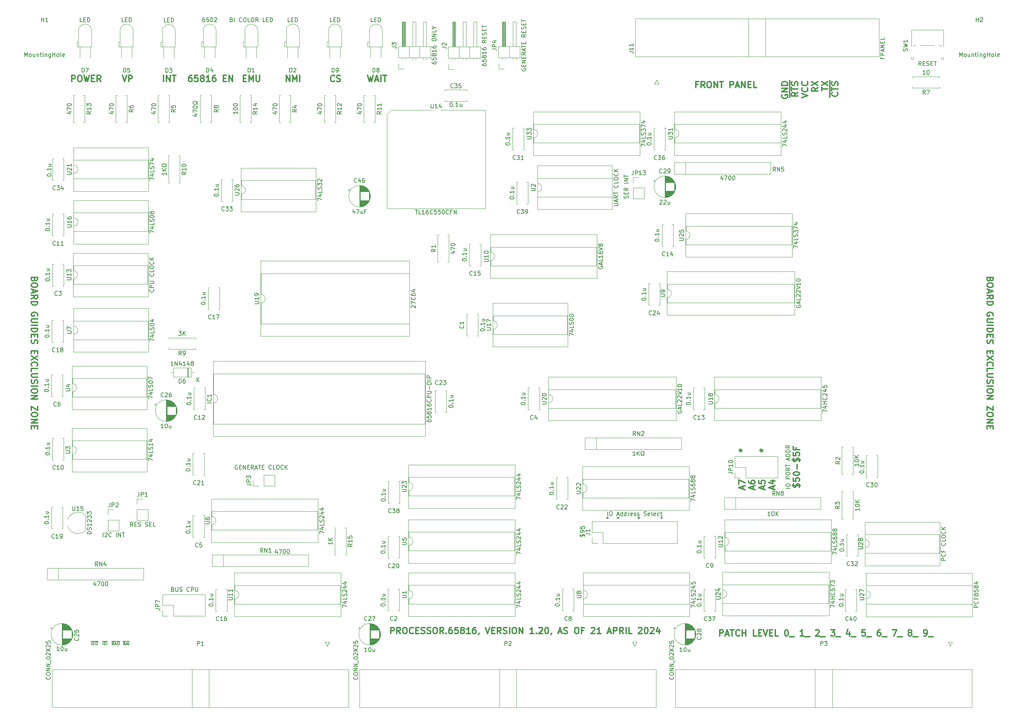
<source format=gbr>
%TF.GenerationSoftware,KiCad,Pcbnew,(6.0.11)*%
%TF.CreationDate,2024-05-06T10:31:34-05:00*%
%TF.ProjectId,processor.65816,70726f63-6573-4736-9f72-2e3635383136,v1.20*%
%TF.SameCoordinates,Original*%
%TF.FileFunction,Legend,Top*%
%TF.FilePolarity,Positive*%
%FSLAX46Y46*%
G04 Gerber Fmt 4.6, Leading zero omitted, Abs format (unit mm)*
G04 Created by KiCad (PCBNEW (6.0.11)) date 2024-05-06 10:31:34*
%MOMM*%
%LPD*%
G01*
G04 APERTURE LIST*
%ADD10C,0.300000*%
%ADD11C,0.175000*%
%ADD12C,0.150000*%
%ADD13C,0.120000*%
G04 APERTURE END LIST*
D10*
X37607142Y-133285714D02*
X37535714Y-133500000D01*
X37464285Y-133571428D01*
X37321428Y-133642857D01*
X37107142Y-133642857D01*
X36964285Y-133571428D01*
X36892857Y-133500000D01*
X36821428Y-133357142D01*
X36821428Y-132785714D01*
X38321428Y-132785714D01*
X38321428Y-133285714D01*
X38250000Y-133428571D01*
X38178571Y-133500000D01*
X38035714Y-133571428D01*
X37892857Y-133571428D01*
X37750000Y-133500000D01*
X37678571Y-133428571D01*
X37607142Y-133285714D01*
X37607142Y-132785714D01*
X38321428Y-134571428D02*
X38321428Y-134857142D01*
X38250000Y-135000000D01*
X38107142Y-135142857D01*
X37821428Y-135214285D01*
X37321428Y-135214285D01*
X37035714Y-135142857D01*
X36892857Y-135000000D01*
X36821428Y-134857142D01*
X36821428Y-134571428D01*
X36892857Y-134428571D01*
X37035714Y-134285714D01*
X37321428Y-134214285D01*
X37821428Y-134214285D01*
X38107142Y-134285714D01*
X38250000Y-134428571D01*
X38321428Y-134571428D01*
X37250000Y-135785714D02*
X37250000Y-136500000D01*
X36821428Y-135642857D02*
X38321428Y-136142857D01*
X36821428Y-136642857D01*
X36821428Y-138000000D02*
X37535714Y-137500000D01*
X36821428Y-137142857D02*
X38321428Y-137142857D01*
X38321428Y-137714285D01*
X38250000Y-137857142D01*
X38178571Y-137928571D01*
X38035714Y-138000000D01*
X37821428Y-138000000D01*
X37678571Y-137928571D01*
X37607142Y-137857142D01*
X37535714Y-137714285D01*
X37535714Y-137142857D01*
X36821428Y-138642857D02*
X38321428Y-138642857D01*
X38321428Y-139000000D01*
X38250000Y-139214285D01*
X38107142Y-139357142D01*
X37964285Y-139428571D01*
X37678571Y-139500000D01*
X37464285Y-139500000D01*
X37178571Y-139428571D01*
X37035714Y-139357142D01*
X36892857Y-139214285D01*
X36821428Y-139000000D01*
X36821428Y-138642857D01*
X38250000Y-142071428D02*
X38321428Y-141928571D01*
X38321428Y-141714285D01*
X38250000Y-141500000D01*
X38107142Y-141357142D01*
X37964285Y-141285714D01*
X37678571Y-141214285D01*
X37464285Y-141214285D01*
X37178571Y-141285714D01*
X37035714Y-141357142D01*
X36892857Y-141500000D01*
X36821428Y-141714285D01*
X36821428Y-141857142D01*
X36892857Y-142071428D01*
X36964285Y-142142857D01*
X37464285Y-142142857D01*
X37464285Y-141857142D01*
X38321428Y-142785714D02*
X37107142Y-142785714D01*
X36964285Y-142857142D01*
X36892857Y-142928571D01*
X36821428Y-143071428D01*
X36821428Y-143357142D01*
X36892857Y-143500000D01*
X36964285Y-143571428D01*
X37107142Y-143642857D01*
X38321428Y-143642857D01*
X36821428Y-144357142D02*
X38321428Y-144357142D01*
X36821428Y-145071428D02*
X38321428Y-145071428D01*
X38321428Y-145428571D01*
X38250000Y-145642857D01*
X38107142Y-145785714D01*
X37964285Y-145857142D01*
X37678571Y-145928571D01*
X37464285Y-145928571D01*
X37178571Y-145857142D01*
X37035714Y-145785714D01*
X36892857Y-145642857D01*
X36821428Y-145428571D01*
X36821428Y-145071428D01*
X37607142Y-146571428D02*
X37607142Y-147071428D01*
X36821428Y-147285714D02*
X36821428Y-146571428D01*
X38321428Y-146571428D01*
X38321428Y-147285714D01*
X36892857Y-147857142D02*
X36821428Y-148071428D01*
X36821428Y-148428571D01*
X36892857Y-148571428D01*
X36964285Y-148642857D01*
X37107142Y-148714285D01*
X37250000Y-148714285D01*
X37392857Y-148642857D01*
X37464285Y-148571428D01*
X37535714Y-148428571D01*
X37607142Y-148142857D01*
X37678571Y-148000000D01*
X37750000Y-147928571D01*
X37892857Y-147857142D01*
X38035714Y-147857142D01*
X38178571Y-147928571D01*
X38250000Y-148000000D01*
X38321428Y-148142857D01*
X38321428Y-148500000D01*
X38250000Y-148714285D01*
X37607142Y-150500000D02*
X37607142Y-151000000D01*
X36821428Y-151214285D02*
X36821428Y-150500000D01*
X38321428Y-150500000D01*
X38321428Y-151214285D01*
X38321428Y-151714285D02*
X36821428Y-152714285D01*
X38321428Y-152714285D02*
X36821428Y-151714285D01*
X36964285Y-154142857D02*
X36892857Y-154071428D01*
X36821428Y-153857142D01*
X36821428Y-153714285D01*
X36892857Y-153500000D01*
X37035714Y-153357142D01*
X37178571Y-153285714D01*
X37464285Y-153214285D01*
X37678571Y-153214285D01*
X37964285Y-153285714D01*
X38107142Y-153357142D01*
X38250000Y-153500000D01*
X38321428Y-153714285D01*
X38321428Y-153857142D01*
X38250000Y-154071428D01*
X38178571Y-154142857D01*
X36821428Y-155500000D02*
X36821428Y-154785714D01*
X38321428Y-154785714D01*
X38321428Y-156000000D02*
X37107142Y-156000000D01*
X36964285Y-156071428D01*
X36892857Y-156142857D01*
X36821428Y-156285714D01*
X36821428Y-156571428D01*
X36892857Y-156714285D01*
X36964285Y-156785714D01*
X37107142Y-156857142D01*
X38321428Y-156857142D01*
X36892857Y-157500000D02*
X36821428Y-157714285D01*
X36821428Y-158071428D01*
X36892857Y-158214285D01*
X36964285Y-158285714D01*
X37107142Y-158357142D01*
X37250000Y-158357142D01*
X37392857Y-158285714D01*
X37464285Y-158214285D01*
X37535714Y-158071428D01*
X37607142Y-157785714D01*
X37678571Y-157642857D01*
X37750000Y-157571428D01*
X37892857Y-157500000D01*
X38035714Y-157500000D01*
X38178571Y-157571428D01*
X38250000Y-157642857D01*
X38321428Y-157785714D01*
X38321428Y-158142857D01*
X38250000Y-158357142D01*
X36821428Y-159000000D02*
X38321428Y-159000000D01*
X38321428Y-160000000D02*
X38321428Y-160285714D01*
X38250000Y-160428571D01*
X38107142Y-160571428D01*
X37821428Y-160642857D01*
X37321428Y-160642857D01*
X37035714Y-160571428D01*
X36892857Y-160428571D01*
X36821428Y-160285714D01*
X36821428Y-160000000D01*
X36892857Y-159857142D01*
X37035714Y-159714285D01*
X37321428Y-159642857D01*
X37821428Y-159642857D01*
X38107142Y-159714285D01*
X38250000Y-159857142D01*
X38321428Y-160000000D01*
X36821428Y-161285714D02*
X38321428Y-161285714D01*
X36821428Y-162142857D01*
X38321428Y-162142857D01*
X38321428Y-163857142D02*
X38321428Y-164857142D01*
X36821428Y-163857142D01*
X36821428Y-164857142D01*
X38321428Y-165714285D02*
X38321428Y-166000000D01*
X38250000Y-166142857D01*
X38107142Y-166285714D01*
X37821428Y-166357142D01*
X37321428Y-166357142D01*
X37035714Y-166285714D01*
X36892857Y-166142857D01*
X36821428Y-166000000D01*
X36821428Y-165714285D01*
X36892857Y-165571428D01*
X37035714Y-165428571D01*
X37321428Y-165357142D01*
X37821428Y-165357142D01*
X38107142Y-165428571D01*
X38250000Y-165571428D01*
X38321428Y-165714285D01*
X36821428Y-167000000D02*
X38321428Y-167000000D01*
X36821428Y-167857142D01*
X38321428Y-167857142D01*
X37607142Y-168571428D02*
X37607142Y-169071428D01*
X36821428Y-169285714D02*
X36821428Y-168571428D01*
X38321428Y-168571428D01*
X38321428Y-169285714D01*
X109750000Y-85535714D02*
X109678571Y-85607142D01*
X109464285Y-85678571D01*
X109321428Y-85678571D01*
X109107142Y-85607142D01*
X108964285Y-85464285D01*
X108892857Y-85321428D01*
X108821428Y-85035714D01*
X108821428Y-84821428D01*
X108892857Y-84535714D01*
X108964285Y-84392857D01*
X109107142Y-84250000D01*
X109321428Y-84178571D01*
X109464285Y-84178571D01*
X109678571Y-84250000D01*
X109750000Y-84321428D01*
X110321428Y-85607142D02*
X110535714Y-85678571D01*
X110892857Y-85678571D01*
X111035714Y-85607142D01*
X111107142Y-85535714D01*
X111178571Y-85392857D01*
X111178571Y-85250000D01*
X111107142Y-85107142D01*
X111035714Y-85035714D01*
X110892857Y-84964285D01*
X110607142Y-84892857D01*
X110464285Y-84821428D01*
X110392857Y-84750000D01*
X110321428Y-84607142D01*
X110321428Y-84464285D01*
X110392857Y-84321428D01*
X110464285Y-84250000D01*
X110607142Y-84178571D01*
X110964285Y-84178571D01*
X111178571Y-84250000D01*
X208127500Y-183821428D02*
X208127500Y-183107142D01*
X208556071Y-183964285D02*
X207056071Y-183464285D01*
X208556071Y-182964285D01*
X207056071Y-182607142D02*
X207056071Y-181607142D01*
X208556071Y-182250000D01*
X210542500Y-183821428D02*
X210542500Y-183107142D01*
X210971071Y-183964285D02*
X209471071Y-183464285D01*
X210971071Y-182964285D01*
X209471071Y-181821428D02*
X209471071Y-182107142D01*
X209542500Y-182250000D01*
X209613928Y-182321428D01*
X209828214Y-182464285D01*
X210113928Y-182535714D01*
X210685357Y-182535714D01*
X210828214Y-182464285D01*
X210899642Y-182392857D01*
X210971071Y-182250000D01*
X210971071Y-181964285D01*
X210899642Y-181821428D01*
X210828214Y-181750000D01*
X210685357Y-181678571D01*
X210328214Y-181678571D01*
X210185357Y-181750000D01*
X210113928Y-181821428D01*
X210042500Y-181964285D01*
X210042500Y-182250000D01*
X210113928Y-182392857D01*
X210185357Y-182464285D01*
X210328214Y-182535714D01*
X212957500Y-183821428D02*
X212957500Y-183107142D01*
X213386071Y-183964285D02*
X211886071Y-183464285D01*
X213386071Y-182964285D01*
X211886071Y-181750000D02*
X211886071Y-182464285D01*
X212600357Y-182535714D01*
X212528928Y-182464285D01*
X212457500Y-182321428D01*
X212457500Y-181964285D01*
X212528928Y-181821428D01*
X212600357Y-181750000D01*
X212743214Y-181678571D01*
X213100357Y-181678571D01*
X213243214Y-181750000D01*
X213314642Y-181821428D01*
X213386071Y-181964285D01*
X213386071Y-182321428D01*
X213314642Y-182464285D01*
X213243214Y-182535714D01*
X215372500Y-183821428D02*
X215372500Y-183107142D01*
X215801071Y-183964285D02*
X214301071Y-183464285D01*
X215801071Y-182964285D01*
X214801071Y-181821428D02*
X215801071Y-181821428D01*
X214229642Y-182178571D02*
X215301071Y-182535714D01*
X215301071Y-181607142D01*
D11*
X53908000Y-220419000D02*
X54241333Y-220419000D01*
X54074666Y-221316666D02*
X54074666Y-220616666D01*
X54241333Y-220419000D02*
X54874666Y-220419000D01*
X54408000Y-220950000D02*
X54641333Y-220950000D01*
X54741333Y-221316666D02*
X54408000Y-221316666D01*
X54408000Y-220616666D01*
X54741333Y-220616666D01*
X54874666Y-220419000D02*
X55208000Y-220419000D01*
X55041333Y-221316666D02*
X55041333Y-220616666D01*
X56081333Y-220419000D02*
X56781333Y-220419000D01*
X56481333Y-220950000D02*
X56581333Y-220983333D01*
X56614666Y-221016666D01*
X56648000Y-221083333D01*
X56648000Y-221183333D01*
X56614666Y-221250000D01*
X56581333Y-221283333D01*
X56514666Y-221316666D01*
X56248000Y-221316666D01*
X56248000Y-220616666D01*
X56481333Y-220616666D01*
X56548000Y-220650000D01*
X56581333Y-220683333D01*
X56614666Y-220750000D01*
X56614666Y-220816666D01*
X56581333Y-220883333D01*
X56548000Y-220916666D01*
X56481333Y-220950000D01*
X56248000Y-220950000D01*
X56781333Y-220419000D02*
X57381333Y-220419000D01*
X56914666Y-221116666D02*
X57248000Y-221116666D01*
X56848000Y-221316666D02*
X57081333Y-220616666D01*
X57314666Y-221316666D01*
X57381333Y-220419000D02*
X58114666Y-220419000D01*
X57681333Y-220616666D02*
X57814666Y-220616666D01*
X57881333Y-220650000D01*
X57948000Y-220716666D01*
X57981333Y-220850000D01*
X57981333Y-221083333D01*
X57948000Y-221216666D01*
X57881333Y-221283333D01*
X57814666Y-221316666D01*
X57681333Y-221316666D01*
X57614666Y-221283333D01*
X57548000Y-221216666D01*
X57514666Y-221083333D01*
X57514666Y-220850000D01*
X57548000Y-220716666D01*
X57614666Y-220650000D01*
X57681333Y-220616666D01*
X58821333Y-220419000D02*
X59521333Y-220419000D01*
X59221333Y-220950000D02*
X59321333Y-220983333D01*
X59354666Y-221016666D01*
X59388000Y-221083333D01*
X59388000Y-221183333D01*
X59354666Y-221250000D01*
X59321333Y-221283333D01*
X59254666Y-221316666D01*
X58988000Y-221316666D01*
X58988000Y-220616666D01*
X59221333Y-220616666D01*
X59288000Y-220650000D01*
X59321333Y-220683333D01*
X59354666Y-220750000D01*
X59354666Y-220816666D01*
X59321333Y-220883333D01*
X59288000Y-220916666D01*
X59221333Y-220950000D01*
X58988000Y-220950000D01*
X59521333Y-220419000D02*
X60121333Y-220419000D01*
X59654666Y-221116666D02*
X59988000Y-221116666D01*
X59588000Y-221316666D02*
X59821333Y-220616666D01*
X60054666Y-221316666D01*
X60121333Y-220419000D02*
X60454666Y-220419000D01*
X60288000Y-221316666D02*
X60288000Y-220616666D01*
D10*
X46535714Y-85678571D02*
X46535714Y-84178571D01*
X47107142Y-84178571D01*
X47250000Y-84250000D01*
X47321428Y-84321428D01*
X47392857Y-84464285D01*
X47392857Y-84678571D01*
X47321428Y-84821428D01*
X47250000Y-84892857D01*
X47107142Y-84964285D01*
X46535714Y-84964285D01*
X48321428Y-84178571D02*
X48607142Y-84178571D01*
X48750000Y-84250000D01*
X48892857Y-84392857D01*
X48964285Y-84678571D01*
X48964285Y-85178571D01*
X48892857Y-85464285D01*
X48750000Y-85607142D01*
X48607142Y-85678571D01*
X48321428Y-85678571D01*
X48178571Y-85607142D01*
X48035714Y-85464285D01*
X47964285Y-85178571D01*
X47964285Y-84678571D01*
X48035714Y-84392857D01*
X48178571Y-84250000D01*
X48321428Y-84178571D01*
X49464285Y-84178571D02*
X49821428Y-85678571D01*
X50107142Y-84607142D01*
X50392857Y-85678571D01*
X50750000Y-84178571D01*
X51321428Y-84892857D02*
X51821428Y-84892857D01*
X52035714Y-85678571D02*
X51321428Y-85678571D01*
X51321428Y-84178571D01*
X52035714Y-84178571D01*
X53535714Y-85678571D02*
X53035714Y-84964285D01*
X52678571Y-85678571D02*
X52678571Y-84178571D01*
X53250000Y-84178571D01*
X53392857Y-84250000D01*
X53464285Y-84321428D01*
X53535714Y-84464285D01*
X53535714Y-84678571D01*
X53464285Y-84821428D01*
X53392857Y-84892857D01*
X53250000Y-84964285D01*
X52678571Y-84964285D01*
X267607142Y-133285714D02*
X267535714Y-133500000D01*
X267464285Y-133571428D01*
X267321428Y-133642857D01*
X267107142Y-133642857D01*
X266964285Y-133571428D01*
X266892857Y-133500000D01*
X266821428Y-133357142D01*
X266821428Y-132785714D01*
X268321428Y-132785714D01*
X268321428Y-133285714D01*
X268250000Y-133428571D01*
X268178571Y-133500000D01*
X268035714Y-133571428D01*
X267892857Y-133571428D01*
X267750000Y-133500000D01*
X267678571Y-133428571D01*
X267607142Y-133285714D01*
X267607142Y-132785714D01*
X268321428Y-134571428D02*
X268321428Y-134857142D01*
X268250000Y-135000000D01*
X268107142Y-135142857D01*
X267821428Y-135214285D01*
X267321428Y-135214285D01*
X267035714Y-135142857D01*
X266892857Y-135000000D01*
X266821428Y-134857142D01*
X266821428Y-134571428D01*
X266892857Y-134428571D01*
X267035714Y-134285714D01*
X267321428Y-134214285D01*
X267821428Y-134214285D01*
X268107142Y-134285714D01*
X268250000Y-134428571D01*
X268321428Y-134571428D01*
X267250000Y-135785714D02*
X267250000Y-136500000D01*
X266821428Y-135642857D02*
X268321428Y-136142857D01*
X266821428Y-136642857D01*
X266821428Y-138000000D02*
X267535714Y-137500000D01*
X266821428Y-137142857D02*
X268321428Y-137142857D01*
X268321428Y-137714285D01*
X268250000Y-137857142D01*
X268178571Y-137928571D01*
X268035714Y-138000000D01*
X267821428Y-138000000D01*
X267678571Y-137928571D01*
X267607142Y-137857142D01*
X267535714Y-137714285D01*
X267535714Y-137142857D01*
X266821428Y-138642857D02*
X268321428Y-138642857D01*
X268321428Y-139000000D01*
X268250000Y-139214285D01*
X268107142Y-139357142D01*
X267964285Y-139428571D01*
X267678571Y-139500000D01*
X267464285Y-139500000D01*
X267178571Y-139428571D01*
X267035714Y-139357142D01*
X266892857Y-139214285D01*
X266821428Y-139000000D01*
X266821428Y-138642857D01*
X268250000Y-142071428D02*
X268321428Y-141928571D01*
X268321428Y-141714285D01*
X268250000Y-141500000D01*
X268107142Y-141357142D01*
X267964285Y-141285714D01*
X267678571Y-141214285D01*
X267464285Y-141214285D01*
X267178571Y-141285714D01*
X267035714Y-141357142D01*
X266892857Y-141500000D01*
X266821428Y-141714285D01*
X266821428Y-141857142D01*
X266892857Y-142071428D01*
X266964285Y-142142857D01*
X267464285Y-142142857D01*
X267464285Y-141857142D01*
X268321428Y-142785714D02*
X267107142Y-142785714D01*
X266964285Y-142857142D01*
X266892857Y-142928571D01*
X266821428Y-143071428D01*
X266821428Y-143357142D01*
X266892857Y-143500000D01*
X266964285Y-143571428D01*
X267107142Y-143642857D01*
X268321428Y-143642857D01*
X266821428Y-144357142D02*
X268321428Y-144357142D01*
X266821428Y-145071428D02*
X268321428Y-145071428D01*
X268321428Y-145428571D01*
X268250000Y-145642857D01*
X268107142Y-145785714D01*
X267964285Y-145857142D01*
X267678571Y-145928571D01*
X267464285Y-145928571D01*
X267178571Y-145857142D01*
X267035714Y-145785714D01*
X266892857Y-145642857D01*
X266821428Y-145428571D01*
X266821428Y-145071428D01*
X267607142Y-146571428D02*
X267607142Y-147071428D01*
X266821428Y-147285714D02*
X266821428Y-146571428D01*
X268321428Y-146571428D01*
X268321428Y-147285714D01*
X266892857Y-147857142D02*
X266821428Y-148071428D01*
X266821428Y-148428571D01*
X266892857Y-148571428D01*
X266964285Y-148642857D01*
X267107142Y-148714285D01*
X267250000Y-148714285D01*
X267392857Y-148642857D01*
X267464285Y-148571428D01*
X267535714Y-148428571D01*
X267607142Y-148142857D01*
X267678571Y-148000000D01*
X267750000Y-147928571D01*
X267892857Y-147857142D01*
X268035714Y-147857142D01*
X268178571Y-147928571D01*
X268250000Y-148000000D01*
X268321428Y-148142857D01*
X268321428Y-148500000D01*
X268250000Y-148714285D01*
X267607142Y-150500000D02*
X267607142Y-151000000D01*
X266821428Y-151214285D02*
X266821428Y-150500000D01*
X268321428Y-150500000D01*
X268321428Y-151214285D01*
X268321428Y-151714285D02*
X266821428Y-152714285D01*
X268321428Y-152714285D02*
X266821428Y-151714285D01*
X266964285Y-154142857D02*
X266892857Y-154071428D01*
X266821428Y-153857142D01*
X266821428Y-153714285D01*
X266892857Y-153500000D01*
X267035714Y-153357142D01*
X267178571Y-153285714D01*
X267464285Y-153214285D01*
X267678571Y-153214285D01*
X267964285Y-153285714D01*
X268107142Y-153357142D01*
X268250000Y-153500000D01*
X268321428Y-153714285D01*
X268321428Y-153857142D01*
X268250000Y-154071428D01*
X268178571Y-154142857D01*
X266821428Y-155500000D02*
X266821428Y-154785714D01*
X268321428Y-154785714D01*
X268321428Y-156000000D02*
X267107142Y-156000000D01*
X266964285Y-156071428D01*
X266892857Y-156142857D01*
X266821428Y-156285714D01*
X266821428Y-156571428D01*
X266892857Y-156714285D01*
X266964285Y-156785714D01*
X267107142Y-156857142D01*
X268321428Y-156857142D01*
X266892857Y-157500000D02*
X266821428Y-157714285D01*
X266821428Y-158071428D01*
X266892857Y-158214285D01*
X266964285Y-158285714D01*
X267107142Y-158357142D01*
X267250000Y-158357142D01*
X267392857Y-158285714D01*
X267464285Y-158214285D01*
X267535714Y-158071428D01*
X267607142Y-157785714D01*
X267678571Y-157642857D01*
X267750000Y-157571428D01*
X267892857Y-157500000D01*
X268035714Y-157500000D01*
X268178571Y-157571428D01*
X268250000Y-157642857D01*
X268321428Y-157785714D01*
X268321428Y-158142857D01*
X268250000Y-158357142D01*
X266821428Y-159000000D02*
X268321428Y-159000000D01*
X268321428Y-160000000D02*
X268321428Y-160285714D01*
X268250000Y-160428571D01*
X268107142Y-160571428D01*
X267821428Y-160642857D01*
X267321428Y-160642857D01*
X267035714Y-160571428D01*
X266892857Y-160428571D01*
X266821428Y-160285714D01*
X266821428Y-160000000D01*
X266892857Y-159857142D01*
X267035714Y-159714285D01*
X267321428Y-159642857D01*
X267821428Y-159642857D01*
X268107142Y-159714285D01*
X268250000Y-159857142D01*
X268321428Y-160000000D01*
X266821428Y-161285714D02*
X268321428Y-161285714D01*
X266821428Y-162142857D01*
X268321428Y-162142857D01*
X268321428Y-163857142D02*
X268321428Y-164857142D01*
X266821428Y-163857142D01*
X266821428Y-164857142D01*
X268321428Y-165714285D02*
X268321428Y-166000000D01*
X268250000Y-166142857D01*
X268107142Y-166285714D01*
X267821428Y-166357142D01*
X267321428Y-166357142D01*
X267035714Y-166285714D01*
X266892857Y-166142857D01*
X266821428Y-166000000D01*
X266821428Y-165714285D01*
X266892857Y-165571428D01*
X267035714Y-165428571D01*
X267321428Y-165357142D01*
X267821428Y-165357142D01*
X268107142Y-165428571D01*
X268250000Y-165571428D01*
X268321428Y-165714285D01*
X266821428Y-167000000D02*
X268321428Y-167000000D01*
X266821428Y-167857142D01*
X268321428Y-167857142D01*
X267607142Y-168571428D02*
X267607142Y-169071428D01*
X266821428Y-169285714D02*
X266821428Y-168571428D01*
X268321428Y-168571428D01*
X268321428Y-169285714D01*
X117785714Y-84178571D02*
X118142857Y-85678571D01*
X118428571Y-84607142D01*
X118714285Y-85678571D01*
X119071428Y-84178571D01*
X119571428Y-85250000D02*
X120285714Y-85250000D01*
X119428571Y-85678571D02*
X119928571Y-84178571D01*
X120428571Y-85678571D01*
X120928571Y-85678571D02*
X120928571Y-84178571D01*
X121428571Y-84178571D02*
X122285714Y-84178571D01*
X121857142Y-85678571D02*
X121857142Y-84178571D01*
D12*
X188500000Y-190452380D02*
X188500000Y-190690476D01*
X188261904Y-190595238D02*
X188500000Y-190690476D01*
X188738095Y-190595238D01*
X188357142Y-190880952D02*
X188500000Y-190690476D01*
X188642857Y-190880952D01*
D11*
X51150000Y-220419000D02*
X51483333Y-220419000D01*
X51316666Y-221316666D02*
X51316666Y-220616666D01*
X51483333Y-220419000D02*
X52116666Y-220419000D01*
X51650000Y-220950000D02*
X51883333Y-220950000D01*
X51983333Y-221316666D02*
X51650000Y-221316666D01*
X51650000Y-220616666D01*
X51983333Y-220616666D01*
X52116666Y-220419000D02*
X52850000Y-220419000D01*
X52416666Y-220616666D02*
X52550000Y-220616666D01*
X52616666Y-220650000D01*
X52683333Y-220716666D01*
X52716666Y-220850000D01*
X52716666Y-221083333D01*
X52683333Y-221216666D01*
X52616666Y-221283333D01*
X52550000Y-221316666D01*
X52416666Y-221316666D01*
X52350000Y-221283333D01*
X52283333Y-221216666D01*
X52250000Y-221083333D01*
X52250000Y-220850000D01*
X52283333Y-220716666D01*
X52350000Y-220650000D01*
X52416666Y-220616666D01*
D12*
X178000000Y-190452380D02*
X178000000Y-190690476D01*
X177761904Y-190595238D02*
X178000000Y-190690476D01*
X178238095Y-190595238D01*
X177857142Y-190880952D02*
X178000000Y-190690476D01*
X178142857Y-190880952D01*
D10*
X217442500Y-88843571D02*
X217371071Y-88986428D01*
X217371071Y-89200714D01*
X217442500Y-89415000D01*
X217585357Y-89557857D01*
X217728214Y-89629285D01*
X218013928Y-89700714D01*
X218228214Y-89700714D01*
X218513928Y-89629285D01*
X218656785Y-89557857D01*
X218799642Y-89415000D01*
X218871071Y-89200714D01*
X218871071Y-89057857D01*
X218799642Y-88843571D01*
X218728214Y-88772142D01*
X218228214Y-88772142D01*
X218228214Y-89057857D01*
X218871071Y-88129285D02*
X217371071Y-88129285D01*
X218871071Y-87272142D01*
X217371071Y-87272142D01*
X218871071Y-86557857D02*
X217371071Y-86557857D01*
X217371071Y-86200714D01*
X217442500Y-85986428D01*
X217585357Y-85843571D01*
X217728214Y-85772142D01*
X218013928Y-85700714D01*
X218228214Y-85700714D01*
X218513928Y-85772142D01*
X218656785Y-85843571D01*
X218799642Y-85986428D01*
X218871071Y-86200714D01*
X218871071Y-86557857D01*
X219362500Y-89486428D02*
X219362500Y-87986428D01*
X221286071Y-88272142D02*
X220571785Y-88772142D01*
X221286071Y-89129285D02*
X219786071Y-89129285D01*
X219786071Y-88557857D01*
X219857500Y-88415000D01*
X219928928Y-88343571D01*
X220071785Y-88272142D01*
X220286071Y-88272142D01*
X220428928Y-88343571D01*
X220500357Y-88415000D01*
X220571785Y-88557857D01*
X220571785Y-89129285D01*
X219362500Y-87986428D02*
X219362500Y-86843571D01*
X219786071Y-87843571D02*
X219786071Y-86986428D01*
X221286071Y-87415000D02*
X219786071Y-87415000D01*
X219362500Y-86843571D02*
X219362500Y-85415000D01*
X221214642Y-86557857D02*
X221286071Y-86343571D01*
X221286071Y-85986428D01*
X221214642Y-85843571D01*
X221143214Y-85772142D01*
X221000357Y-85700714D01*
X220857500Y-85700714D01*
X220714642Y-85772142D01*
X220643214Y-85843571D01*
X220571785Y-85986428D01*
X220500357Y-86272142D01*
X220428928Y-86415000D01*
X220357500Y-86486428D01*
X220214642Y-86557857D01*
X220071785Y-86557857D01*
X219928928Y-86486428D01*
X219857500Y-86415000D01*
X219786071Y-86272142D01*
X219786071Y-85915000D01*
X219857500Y-85700714D01*
X222201071Y-89557857D02*
X223701071Y-89057857D01*
X222201071Y-88557857D01*
X223558214Y-87200714D02*
X223629642Y-87272142D01*
X223701071Y-87486428D01*
X223701071Y-87629285D01*
X223629642Y-87843571D01*
X223486785Y-87986428D01*
X223343928Y-88057857D01*
X223058214Y-88129285D01*
X222843928Y-88129285D01*
X222558214Y-88057857D01*
X222415357Y-87986428D01*
X222272500Y-87843571D01*
X222201071Y-87629285D01*
X222201071Y-87486428D01*
X222272500Y-87272142D01*
X222343928Y-87200714D01*
X223558214Y-85700714D02*
X223629642Y-85772142D01*
X223701071Y-85986428D01*
X223701071Y-86129285D01*
X223629642Y-86343571D01*
X223486785Y-86486428D01*
X223343928Y-86557857D01*
X223058214Y-86629285D01*
X222843928Y-86629285D01*
X222558214Y-86557857D01*
X222415357Y-86486428D01*
X222272500Y-86343571D01*
X222201071Y-86129285D01*
X222201071Y-85986428D01*
X222272500Y-85772142D01*
X222343928Y-85700714D01*
X226116071Y-87129285D02*
X225401785Y-87629285D01*
X226116071Y-87986428D02*
X224616071Y-87986428D01*
X224616071Y-87415000D01*
X224687500Y-87272142D01*
X224758928Y-87200714D01*
X224901785Y-87129285D01*
X225116071Y-87129285D01*
X225258928Y-87200714D01*
X225330357Y-87272142D01*
X225401785Y-87415000D01*
X225401785Y-87986428D01*
X224616071Y-86629285D02*
X226116071Y-85629285D01*
X224616071Y-85629285D02*
X226116071Y-86629285D01*
X227031071Y-87843571D02*
X227031071Y-86986428D01*
X228531071Y-87415000D02*
X227031071Y-87415000D01*
X227031071Y-86629285D02*
X228531071Y-85629285D01*
X227031071Y-85629285D02*
X228531071Y-86629285D01*
X229022500Y-89486428D02*
X229022500Y-87986428D01*
X230803214Y-88272142D02*
X230874642Y-88343571D01*
X230946071Y-88557857D01*
X230946071Y-88700714D01*
X230874642Y-88915000D01*
X230731785Y-89057857D01*
X230588928Y-89129285D01*
X230303214Y-89200714D01*
X230088928Y-89200714D01*
X229803214Y-89129285D01*
X229660357Y-89057857D01*
X229517500Y-88915000D01*
X229446071Y-88700714D01*
X229446071Y-88557857D01*
X229517500Y-88343571D01*
X229588928Y-88272142D01*
X229022500Y-87986428D02*
X229022500Y-86843571D01*
X229446071Y-87843571D02*
X229446071Y-86986428D01*
X230946071Y-87415000D02*
X229446071Y-87415000D01*
X229022500Y-86843571D02*
X229022500Y-85415000D01*
X230874642Y-86557857D02*
X230946071Y-86343571D01*
X230946071Y-85986428D01*
X230874642Y-85843571D01*
X230803214Y-85772142D01*
X230660357Y-85700714D01*
X230517500Y-85700714D01*
X230374642Y-85772142D01*
X230303214Y-85843571D01*
X230231785Y-85986428D01*
X230160357Y-86272142D01*
X230088928Y-86415000D01*
X230017500Y-86486428D01*
X229874642Y-86557857D01*
X229731785Y-86557857D01*
X229588928Y-86486428D01*
X229517500Y-86415000D01*
X229446071Y-86272142D01*
X229446071Y-85915000D01*
X229517500Y-85700714D01*
X123292857Y-218613571D02*
X123292857Y-217113571D01*
X123864285Y-217113571D01*
X124007142Y-217185000D01*
X124078571Y-217256428D01*
X124150000Y-217399285D01*
X124150000Y-217613571D01*
X124078571Y-217756428D01*
X124007142Y-217827857D01*
X123864285Y-217899285D01*
X123292857Y-217899285D01*
X125650000Y-218613571D02*
X125150000Y-217899285D01*
X124792857Y-218613571D02*
X124792857Y-217113571D01*
X125364285Y-217113571D01*
X125507142Y-217185000D01*
X125578571Y-217256428D01*
X125650000Y-217399285D01*
X125650000Y-217613571D01*
X125578571Y-217756428D01*
X125507142Y-217827857D01*
X125364285Y-217899285D01*
X124792857Y-217899285D01*
X126578571Y-217113571D02*
X126864285Y-217113571D01*
X127007142Y-217185000D01*
X127150000Y-217327857D01*
X127221428Y-217613571D01*
X127221428Y-218113571D01*
X127150000Y-218399285D01*
X127007142Y-218542142D01*
X126864285Y-218613571D01*
X126578571Y-218613571D01*
X126435714Y-218542142D01*
X126292857Y-218399285D01*
X126221428Y-218113571D01*
X126221428Y-217613571D01*
X126292857Y-217327857D01*
X126435714Y-217185000D01*
X126578571Y-217113571D01*
X128721428Y-218470714D02*
X128650000Y-218542142D01*
X128435714Y-218613571D01*
X128292857Y-218613571D01*
X128078571Y-218542142D01*
X127935714Y-218399285D01*
X127864285Y-218256428D01*
X127792857Y-217970714D01*
X127792857Y-217756428D01*
X127864285Y-217470714D01*
X127935714Y-217327857D01*
X128078571Y-217185000D01*
X128292857Y-217113571D01*
X128435714Y-217113571D01*
X128650000Y-217185000D01*
X128721428Y-217256428D01*
X129364285Y-217827857D02*
X129864285Y-217827857D01*
X130078571Y-218613571D02*
X129364285Y-218613571D01*
X129364285Y-217113571D01*
X130078571Y-217113571D01*
X130650000Y-218542142D02*
X130864285Y-218613571D01*
X131221428Y-218613571D01*
X131364285Y-218542142D01*
X131435714Y-218470714D01*
X131507142Y-218327857D01*
X131507142Y-218185000D01*
X131435714Y-218042142D01*
X131364285Y-217970714D01*
X131221428Y-217899285D01*
X130935714Y-217827857D01*
X130792857Y-217756428D01*
X130721428Y-217685000D01*
X130650000Y-217542142D01*
X130650000Y-217399285D01*
X130721428Y-217256428D01*
X130792857Y-217185000D01*
X130935714Y-217113571D01*
X131292857Y-217113571D01*
X131507142Y-217185000D01*
X132078571Y-218542142D02*
X132292857Y-218613571D01*
X132650000Y-218613571D01*
X132792857Y-218542142D01*
X132864285Y-218470714D01*
X132935714Y-218327857D01*
X132935714Y-218185000D01*
X132864285Y-218042142D01*
X132792857Y-217970714D01*
X132650000Y-217899285D01*
X132364285Y-217827857D01*
X132221428Y-217756428D01*
X132150000Y-217685000D01*
X132078571Y-217542142D01*
X132078571Y-217399285D01*
X132150000Y-217256428D01*
X132221428Y-217185000D01*
X132364285Y-217113571D01*
X132721428Y-217113571D01*
X132935714Y-217185000D01*
X133864285Y-217113571D02*
X134150000Y-217113571D01*
X134292857Y-217185000D01*
X134435714Y-217327857D01*
X134507142Y-217613571D01*
X134507142Y-218113571D01*
X134435714Y-218399285D01*
X134292857Y-218542142D01*
X134150000Y-218613571D01*
X133864285Y-218613571D01*
X133721428Y-218542142D01*
X133578571Y-218399285D01*
X133507142Y-218113571D01*
X133507142Y-217613571D01*
X133578571Y-217327857D01*
X133721428Y-217185000D01*
X133864285Y-217113571D01*
X136007142Y-218613571D02*
X135507142Y-217899285D01*
X135150000Y-218613571D02*
X135150000Y-217113571D01*
X135721428Y-217113571D01*
X135864285Y-217185000D01*
X135935714Y-217256428D01*
X136007142Y-217399285D01*
X136007142Y-217613571D01*
X135935714Y-217756428D01*
X135864285Y-217827857D01*
X135721428Y-217899285D01*
X135150000Y-217899285D01*
X136650000Y-218470714D02*
X136721428Y-218542142D01*
X136650000Y-218613571D01*
X136578571Y-218542142D01*
X136650000Y-218470714D01*
X136650000Y-218613571D01*
X138007142Y-217113571D02*
X137721428Y-217113571D01*
X137578571Y-217185000D01*
X137507142Y-217256428D01*
X137364285Y-217470714D01*
X137292857Y-217756428D01*
X137292857Y-218327857D01*
X137364285Y-218470714D01*
X137435714Y-218542142D01*
X137578571Y-218613571D01*
X137864285Y-218613571D01*
X138007142Y-218542142D01*
X138078571Y-218470714D01*
X138150000Y-218327857D01*
X138150000Y-217970714D01*
X138078571Y-217827857D01*
X138007142Y-217756428D01*
X137864285Y-217685000D01*
X137578571Y-217685000D01*
X137435714Y-217756428D01*
X137364285Y-217827857D01*
X137292857Y-217970714D01*
X139507142Y-217113571D02*
X138792857Y-217113571D01*
X138721428Y-217827857D01*
X138792857Y-217756428D01*
X138935714Y-217685000D01*
X139292857Y-217685000D01*
X139435714Y-217756428D01*
X139507142Y-217827857D01*
X139578571Y-217970714D01*
X139578571Y-218327857D01*
X139507142Y-218470714D01*
X139435714Y-218542142D01*
X139292857Y-218613571D01*
X138935714Y-218613571D01*
X138792857Y-218542142D01*
X138721428Y-218470714D01*
X140435714Y-217756428D02*
X140292857Y-217685000D01*
X140221428Y-217613571D01*
X140150000Y-217470714D01*
X140150000Y-217399285D01*
X140221428Y-217256428D01*
X140292857Y-217185000D01*
X140435714Y-217113571D01*
X140721428Y-217113571D01*
X140864285Y-217185000D01*
X140935714Y-217256428D01*
X141007142Y-217399285D01*
X141007142Y-217470714D01*
X140935714Y-217613571D01*
X140864285Y-217685000D01*
X140721428Y-217756428D01*
X140435714Y-217756428D01*
X140292857Y-217827857D01*
X140221428Y-217899285D01*
X140150000Y-218042142D01*
X140150000Y-218327857D01*
X140221428Y-218470714D01*
X140292857Y-218542142D01*
X140435714Y-218613571D01*
X140721428Y-218613571D01*
X140864285Y-218542142D01*
X140935714Y-218470714D01*
X141007142Y-218327857D01*
X141007142Y-218042142D01*
X140935714Y-217899285D01*
X140864285Y-217827857D01*
X140721428Y-217756428D01*
X142435714Y-218613571D02*
X141578571Y-218613571D01*
X142007142Y-218613571D02*
X142007142Y-217113571D01*
X141864285Y-217327857D01*
X141721428Y-217470714D01*
X141578571Y-217542142D01*
X143721428Y-217113571D02*
X143435714Y-217113571D01*
X143292857Y-217185000D01*
X143221428Y-217256428D01*
X143078571Y-217470714D01*
X143007142Y-217756428D01*
X143007142Y-218327857D01*
X143078571Y-218470714D01*
X143150000Y-218542142D01*
X143292857Y-218613571D01*
X143578571Y-218613571D01*
X143721428Y-218542142D01*
X143792857Y-218470714D01*
X143864285Y-218327857D01*
X143864285Y-217970714D01*
X143792857Y-217827857D01*
X143721428Y-217756428D01*
X143578571Y-217685000D01*
X143292857Y-217685000D01*
X143150000Y-217756428D01*
X143078571Y-217827857D01*
X143007142Y-217970714D01*
X144578571Y-218542142D02*
X144578571Y-218613571D01*
X144507142Y-218756428D01*
X144435714Y-218827857D01*
X146150000Y-217113571D02*
X146650000Y-218613571D01*
X147150000Y-217113571D01*
X147650000Y-217827857D02*
X148150000Y-217827857D01*
X148364285Y-218613571D02*
X147650000Y-218613571D01*
X147650000Y-217113571D01*
X148364285Y-217113571D01*
X149864285Y-218613571D02*
X149364285Y-217899285D01*
X149007142Y-218613571D02*
X149007142Y-217113571D01*
X149578571Y-217113571D01*
X149721428Y-217185000D01*
X149792857Y-217256428D01*
X149864285Y-217399285D01*
X149864285Y-217613571D01*
X149792857Y-217756428D01*
X149721428Y-217827857D01*
X149578571Y-217899285D01*
X149007142Y-217899285D01*
X150435714Y-218542142D02*
X150650000Y-218613571D01*
X151007142Y-218613571D01*
X151150000Y-218542142D01*
X151221428Y-218470714D01*
X151292857Y-218327857D01*
X151292857Y-218185000D01*
X151221428Y-218042142D01*
X151150000Y-217970714D01*
X151007142Y-217899285D01*
X150721428Y-217827857D01*
X150578571Y-217756428D01*
X150507142Y-217685000D01*
X150435714Y-217542142D01*
X150435714Y-217399285D01*
X150507142Y-217256428D01*
X150578571Y-217185000D01*
X150721428Y-217113571D01*
X151078571Y-217113571D01*
X151292857Y-217185000D01*
X151935714Y-218613571D02*
X151935714Y-217113571D01*
X152935714Y-217113571D02*
X153221428Y-217113571D01*
X153364285Y-217185000D01*
X153507142Y-217327857D01*
X153578571Y-217613571D01*
X153578571Y-218113571D01*
X153507142Y-218399285D01*
X153364285Y-218542142D01*
X153221428Y-218613571D01*
X152935714Y-218613571D01*
X152792857Y-218542142D01*
X152650000Y-218399285D01*
X152578571Y-218113571D01*
X152578571Y-217613571D01*
X152650000Y-217327857D01*
X152792857Y-217185000D01*
X152935714Y-217113571D01*
X154221428Y-218613571D02*
X154221428Y-217113571D01*
X155078571Y-218613571D01*
X155078571Y-217113571D01*
X157721428Y-218613571D02*
X156864285Y-218613571D01*
X157292857Y-218613571D02*
X157292857Y-217113571D01*
X157150000Y-217327857D01*
X157007142Y-217470714D01*
X156864285Y-217542142D01*
X158364285Y-218470714D02*
X158435714Y-218542142D01*
X158364285Y-218613571D01*
X158292857Y-218542142D01*
X158364285Y-218470714D01*
X158364285Y-218613571D01*
X159007142Y-217256428D02*
X159078571Y-217185000D01*
X159221428Y-217113571D01*
X159578571Y-217113571D01*
X159721428Y-217185000D01*
X159792857Y-217256428D01*
X159864285Y-217399285D01*
X159864285Y-217542142D01*
X159792857Y-217756428D01*
X158935714Y-218613571D01*
X159864285Y-218613571D01*
X160792857Y-217113571D02*
X160935714Y-217113571D01*
X161078571Y-217185000D01*
X161150000Y-217256428D01*
X161221428Y-217399285D01*
X161292857Y-217685000D01*
X161292857Y-218042142D01*
X161221428Y-218327857D01*
X161150000Y-218470714D01*
X161078571Y-218542142D01*
X160935714Y-218613571D01*
X160792857Y-218613571D01*
X160650000Y-218542142D01*
X160578571Y-218470714D01*
X160507142Y-218327857D01*
X160435714Y-218042142D01*
X160435714Y-217685000D01*
X160507142Y-217399285D01*
X160578571Y-217256428D01*
X160650000Y-217185000D01*
X160792857Y-217113571D01*
X162007142Y-218542142D02*
X162007142Y-218613571D01*
X161935714Y-218756428D01*
X161864285Y-218827857D01*
X163721428Y-218185000D02*
X164435714Y-218185000D01*
X163578571Y-218613571D02*
X164078571Y-217113571D01*
X164578571Y-218613571D01*
X165007142Y-218542142D02*
X165221428Y-218613571D01*
X165578571Y-218613571D01*
X165721428Y-218542142D01*
X165792857Y-218470714D01*
X165864285Y-218327857D01*
X165864285Y-218185000D01*
X165792857Y-218042142D01*
X165721428Y-217970714D01*
X165578571Y-217899285D01*
X165292857Y-217827857D01*
X165150000Y-217756428D01*
X165078571Y-217685000D01*
X165007142Y-217542142D01*
X165007142Y-217399285D01*
X165078571Y-217256428D01*
X165150000Y-217185000D01*
X165292857Y-217113571D01*
X165650000Y-217113571D01*
X165864285Y-217185000D01*
X167935714Y-217113571D02*
X168221428Y-217113571D01*
X168364285Y-217185000D01*
X168507142Y-217327857D01*
X168578571Y-217613571D01*
X168578571Y-218113571D01*
X168507142Y-218399285D01*
X168364285Y-218542142D01*
X168221428Y-218613571D01*
X167935714Y-218613571D01*
X167792857Y-218542142D01*
X167650000Y-218399285D01*
X167578571Y-218113571D01*
X167578571Y-217613571D01*
X167650000Y-217327857D01*
X167792857Y-217185000D01*
X167935714Y-217113571D01*
X169721428Y-217827857D02*
X169221428Y-217827857D01*
X169221428Y-218613571D02*
X169221428Y-217113571D01*
X169935714Y-217113571D01*
X171578571Y-217256428D02*
X171650000Y-217185000D01*
X171792857Y-217113571D01*
X172150000Y-217113571D01*
X172292857Y-217185000D01*
X172364285Y-217256428D01*
X172435714Y-217399285D01*
X172435714Y-217542142D01*
X172364285Y-217756428D01*
X171507142Y-218613571D01*
X172435714Y-218613571D01*
X173864285Y-218613571D02*
X173007142Y-218613571D01*
X173435714Y-218613571D02*
X173435714Y-217113571D01*
X173292857Y-217327857D01*
X173150000Y-217470714D01*
X173007142Y-217542142D01*
X175578571Y-218185000D02*
X176292857Y-218185000D01*
X175435714Y-218613571D02*
X175935714Y-217113571D01*
X176435714Y-218613571D01*
X176935714Y-218613571D02*
X176935714Y-217113571D01*
X177507142Y-217113571D01*
X177650000Y-217185000D01*
X177721428Y-217256428D01*
X177792857Y-217399285D01*
X177792857Y-217613571D01*
X177721428Y-217756428D01*
X177650000Y-217827857D01*
X177507142Y-217899285D01*
X176935714Y-217899285D01*
X179292857Y-218613571D02*
X178792857Y-217899285D01*
X178435714Y-218613571D02*
X178435714Y-217113571D01*
X179007142Y-217113571D01*
X179150000Y-217185000D01*
X179221428Y-217256428D01*
X179292857Y-217399285D01*
X179292857Y-217613571D01*
X179221428Y-217756428D01*
X179150000Y-217827857D01*
X179007142Y-217899285D01*
X178435714Y-217899285D01*
X179935714Y-218613571D02*
X179935714Y-217113571D01*
X181364285Y-218613571D02*
X180650000Y-218613571D01*
X180650000Y-217113571D01*
X182935714Y-217256428D02*
X183007142Y-217185000D01*
X183150000Y-217113571D01*
X183507142Y-217113571D01*
X183650000Y-217185000D01*
X183721428Y-217256428D01*
X183792857Y-217399285D01*
X183792857Y-217542142D01*
X183721428Y-217756428D01*
X182864285Y-218613571D01*
X183792857Y-218613571D01*
X184721428Y-217113571D02*
X184864285Y-217113571D01*
X185007142Y-217185000D01*
X185078571Y-217256428D01*
X185150000Y-217399285D01*
X185221428Y-217685000D01*
X185221428Y-218042142D01*
X185150000Y-218327857D01*
X185078571Y-218470714D01*
X185007142Y-218542142D01*
X184864285Y-218613571D01*
X184721428Y-218613571D01*
X184578571Y-218542142D01*
X184507142Y-218470714D01*
X184435714Y-218327857D01*
X184364285Y-218042142D01*
X184364285Y-217685000D01*
X184435714Y-217399285D01*
X184507142Y-217256428D01*
X184578571Y-217185000D01*
X184721428Y-217113571D01*
X185792857Y-217256428D02*
X185864285Y-217185000D01*
X186007142Y-217113571D01*
X186364285Y-217113571D01*
X186507142Y-217185000D01*
X186578571Y-217256428D01*
X186650000Y-217399285D01*
X186650000Y-217542142D01*
X186578571Y-217756428D01*
X185721428Y-218613571D01*
X186650000Y-218613571D01*
X187935714Y-217613571D02*
X187935714Y-218613571D01*
X187578571Y-217042142D02*
X187221428Y-218113571D01*
X188150000Y-218113571D01*
X68642857Y-85678571D02*
X68642857Y-84178571D01*
X69357142Y-85678571D02*
X69357142Y-84178571D01*
X70214285Y-85678571D01*
X70214285Y-84178571D01*
X70714285Y-84178571D02*
X71571428Y-84178571D01*
X71142857Y-85678571D02*
X71142857Y-84178571D01*
X75392857Y-84178571D02*
X75107142Y-84178571D01*
X74964285Y-84250000D01*
X74892857Y-84321428D01*
X74750000Y-84535714D01*
X74678571Y-84821428D01*
X74678571Y-85392857D01*
X74750000Y-85535714D01*
X74821428Y-85607142D01*
X74964285Y-85678571D01*
X75250000Y-85678571D01*
X75392857Y-85607142D01*
X75464285Y-85535714D01*
X75535714Y-85392857D01*
X75535714Y-85035714D01*
X75464285Y-84892857D01*
X75392857Y-84821428D01*
X75250000Y-84750000D01*
X74964285Y-84750000D01*
X74821428Y-84821428D01*
X74750000Y-84892857D01*
X74678571Y-85035714D01*
X76892857Y-84178571D02*
X76178571Y-84178571D01*
X76107142Y-84892857D01*
X76178571Y-84821428D01*
X76321428Y-84750000D01*
X76678571Y-84750000D01*
X76821428Y-84821428D01*
X76892857Y-84892857D01*
X76964285Y-85035714D01*
X76964285Y-85392857D01*
X76892857Y-85535714D01*
X76821428Y-85607142D01*
X76678571Y-85678571D01*
X76321428Y-85678571D01*
X76178571Y-85607142D01*
X76107142Y-85535714D01*
X77821428Y-84821428D02*
X77678571Y-84750000D01*
X77607142Y-84678571D01*
X77535714Y-84535714D01*
X77535714Y-84464285D01*
X77607142Y-84321428D01*
X77678571Y-84250000D01*
X77821428Y-84178571D01*
X78107142Y-84178571D01*
X78250000Y-84250000D01*
X78321428Y-84321428D01*
X78392857Y-84464285D01*
X78392857Y-84535714D01*
X78321428Y-84678571D01*
X78250000Y-84750000D01*
X78107142Y-84821428D01*
X77821428Y-84821428D01*
X77678571Y-84892857D01*
X77607142Y-84964285D01*
X77535714Y-85107142D01*
X77535714Y-85392857D01*
X77607142Y-85535714D01*
X77678571Y-85607142D01*
X77821428Y-85678571D01*
X78107142Y-85678571D01*
X78250000Y-85607142D01*
X78321428Y-85535714D01*
X78392857Y-85392857D01*
X78392857Y-85107142D01*
X78321428Y-84964285D01*
X78250000Y-84892857D01*
X78107142Y-84821428D01*
X79821428Y-85678571D02*
X78964285Y-85678571D01*
X79392857Y-85678571D02*
X79392857Y-84178571D01*
X79250000Y-84392857D01*
X79107142Y-84535714D01*
X78964285Y-84607142D01*
X81107142Y-84178571D02*
X80821428Y-84178571D01*
X80678571Y-84250000D01*
X80607142Y-84321428D01*
X80464285Y-84535714D01*
X80392857Y-84821428D01*
X80392857Y-85392857D01*
X80464285Y-85535714D01*
X80535714Y-85607142D01*
X80678571Y-85678571D01*
X80964285Y-85678571D01*
X81107142Y-85607142D01*
X81178571Y-85535714D01*
X81250000Y-85392857D01*
X81250000Y-85035714D01*
X81178571Y-84892857D01*
X81107142Y-84821428D01*
X80964285Y-84750000D01*
X80678571Y-84750000D01*
X80535714Y-84821428D01*
X80464285Y-84892857D01*
X80392857Y-85035714D01*
X83035714Y-84892857D02*
X83535714Y-84892857D01*
X83750000Y-85678571D02*
X83035714Y-85678571D01*
X83035714Y-84178571D01*
X83750000Y-84178571D01*
X84392857Y-85678571D02*
X84392857Y-84178571D01*
X85250000Y-85678571D01*
X85250000Y-84178571D01*
D12*
X175500000Y-190452380D02*
X175500000Y-190690476D01*
X175261904Y-190595238D02*
X175500000Y-190690476D01*
X175738095Y-190595238D01*
X175357142Y-190880952D02*
X175500000Y-190690476D01*
X175642857Y-190880952D01*
D10*
X221607142Y-183357142D02*
X221678571Y-183142857D01*
X221678571Y-182785714D01*
X221607142Y-182642857D01*
X221535714Y-182571428D01*
X221392857Y-182500000D01*
X221250000Y-182500000D01*
X221107142Y-182571428D01*
X221035714Y-182642857D01*
X220964285Y-182785714D01*
X220892857Y-183071428D01*
X220821428Y-183214285D01*
X220750000Y-183285714D01*
X220607142Y-183357142D01*
X220464285Y-183357142D01*
X220321428Y-183285714D01*
X220250000Y-183214285D01*
X220178571Y-183071428D01*
X220178571Y-182714285D01*
X220250000Y-182500000D01*
X219964285Y-182928571D02*
X221892857Y-182928571D01*
X220178571Y-181142857D02*
X220178571Y-181857142D01*
X220892857Y-181928571D01*
X220821428Y-181857142D01*
X220750000Y-181714285D01*
X220750000Y-181357142D01*
X220821428Y-181214285D01*
X220892857Y-181142857D01*
X221035714Y-181071428D01*
X221392857Y-181071428D01*
X221535714Y-181142857D01*
X221607142Y-181214285D01*
X221678571Y-181357142D01*
X221678571Y-181714285D01*
X221607142Y-181857142D01*
X221535714Y-181928571D01*
X220178571Y-180142857D02*
X220178571Y-180000000D01*
X220250000Y-179857142D01*
X220321428Y-179785714D01*
X220464285Y-179714285D01*
X220750000Y-179642857D01*
X221107142Y-179642857D01*
X221392857Y-179714285D01*
X221535714Y-179785714D01*
X221607142Y-179857142D01*
X221678571Y-180000000D01*
X221678571Y-180142857D01*
X221607142Y-180285714D01*
X221535714Y-180357142D01*
X221392857Y-180428571D01*
X221107142Y-180500000D01*
X220750000Y-180500000D01*
X220464285Y-180428571D01*
X220321428Y-180357142D01*
X220250000Y-180285714D01*
X220178571Y-180142857D01*
X221107142Y-179000000D02*
X221107142Y-177857142D01*
X221607142Y-177214285D02*
X221678571Y-177000000D01*
X221678571Y-176642857D01*
X221607142Y-176500000D01*
X221535714Y-176428571D01*
X221392857Y-176357142D01*
X221250000Y-176357142D01*
X221107142Y-176428571D01*
X221035714Y-176500000D01*
X220964285Y-176642857D01*
X220892857Y-176928571D01*
X220821428Y-177071428D01*
X220750000Y-177142857D01*
X220607142Y-177214285D01*
X220464285Y-177214285D01*
X220321428Y-177142857D01*
X220250000Y-177071428D01*
X220178571Y-176928571D01*
X220178571Y-176571428D01*
X220250000Y-176357142D01*
X219964285Y-176785714D02*
X221892857Y-176785714D01*
X220178571Y-175000000D02*
X220178571Y-175714285D01*
X220892857Y-175785714D01*
X220821428Y-175714285D01*
X220750000Y-175571428D01*
X220750000Y-175214285D01*
X220821428Y-175071428D01*
X220892857Y-175000000D01*
X221035714Y-174928571D01*
X221392857Y-174928571D01*
X221535714Y-175000000D01*
X221607142Y-175071428D01*
X221678571Y-175214285D01*
X221678571Y-175571428D01*
X221607142Y-175714285D01*
X221535714Y-175785714D01*
X220892857Y-173785714D02*
X220892857Y-174285714D01*
X221678571Y-174285714D02*
X220178571Y-174285714D01*
X220178571Y-173571428D01*
X207178571Y-174489277D02*
X207535714Y-174489277D01*
X207392857Y-174846419D02*
X207535714Y-174489277D01*
X207392857Y-174132134D01*
X207821428Y-174703562D02*
X207535714Y-174489277D01*
X207821428Y-174274991D01*
X98157142Y-85678571D02*
X98157142Y-84178571D01*
X99014285Y-85678571D01*
X99014285Y-84178571D01*
X99728571Y-85678571D02*
X99728571Y-84178571D01*
X100228571Y-85250000D01*
X100728571Y-84178571D01*
X100728571Y-85678571D01*
X101442857Y-85678571D02*
X101442857Y-84178571D01*
D12*
X169904761Y-195238095D02*
X169952380Y-195095238D01*
X169952380Y-194857142D01*
X169904761Y-194761904D01*
X169857142Y-194714285D01*
X169761904Y-194666666D01*
X169666666Y-194666666D01*
X169571428Y-194714285D01*
X169523809Y-194761904D01*
X169476190Y-194857142D01*
X169428571Y-195047619D01*
X169380952Y-195142857D01*
X169333333Y-195190476D01*
X169238095Y-195238095D01*
X169142857Y-195238095D01*
X169047619Y-195190476D01*
X169000000Y-195142857D01*
X168952380Y-195047619D01*
X168952380Y-194809523D01*
X169000000Y-194666666D01*
X168809523Y-194952380D02*
X170095238Y-194952380D01*
X169952380Y-194190476D02*
X169952380Y-194000000D01*
X169904761Y-193904761D01*
X169857142Y-193857142D01*
X169714285Y-193761904D01*
X169523809Y-193714285D01*
X169142857Y-193714285D01*
X169047619Y-193761904D01*
X169000000Y-193809523D01*
X168952380Y-193904761D01*
X168952380Y-194095238D01*
X169000000Y-194190476D01*
X169047619Y-194238095D01*
X169142857Y-194285714D01*
X169380952Y-194285714D01*
X169476190Y-194238095D01*
X169523809Y-194190476D01*
X169571428Y-194095238D01*
X169571428Y-193904761D01*
X169523809Y-193809523D01*
X169476190Y-193761904D01*
X169380952Y-193714285D01*
X168952380Y-192809523D02*
X168952380Y-193285714D01*
X169428571Y-193333333D01*
X169380952Y-193285714D01*
X169333333Y-193190476D01*
X169333333Y-192952380D01*
X169380952Y-192857142D01*
X169428571Y-192809523D01*
X169523809Y-192761904D01*
X169761904Y-192761904D01*
X169857142Y-192809523D01*
X169904761Y-192857142D01*
X169952380Y-192952380D01*
X169952380Y-193190476D01*
X169904761Y-193285714D01*
X169857142Y-193333333D01*
D10*
X197265714Y-86362857D02*
X196765714Y-86362857D01*
X196765714Y-87148571D02*
X196765714Y-85648571D01*
X197480000Y-85648571D01*
X198908571Y-87148571D02*
X198408571Y-86434285D01*
X198051428Y-87148571D02*
X198051428Y-85648571D01*
X198622857Y-85648571D01*
X198765714Y-85720000D01*
X198837142Y-85791428D01*
X198908571Y-85934285D01*
X198908571Y-86148571D01*
X198837142Y-86291428D01*
X198765714Y-86362857D01*
X198622857Y-86434285D01*
X198051428Y-86434285D01*
X199837142Y-85648571D02*
X200122857Y-85648571D01*
X200265714Y-85720000D01*
X200408571Y-85862857D01*
X200480000Y-86148571D01*
X200480000Y-86648571D01*
X200408571Y-86934285D01*
X200265714Y-87077142D01*
X200122857Y-87148571D01*
X199837142Y-87148571D01*
X199694285Y-87077142D01*
X199551428Y-86934285D01*
X199480000Y-86648571D01*
X199480000Y-86148571D01*
X199551428Y-85862857D01*
X199694285Y-85720000D01*
X199837142Y-85648571D01*
X201122857Y-87148571D02*
X201122857Y-85648571D01*
X201980000Y-87148571D01*
X201980000Y-85648571D01*
X202480000Y-85648571D02*
X203337142Y-85648571D01*
X202908571Y-87148571D02*
X202908571Y-85648571D01*
X204980000Y-87148571D02*
X204980000Y-85648571D01*
X205551428Y-85648571D01*
X205694285Y-85720000D01*
X205765714Y-85791428D01*
X205837142Y-85934285D01*
X205837142Y-86148571D01*
X205765714Y-86291428D01*
X205694285Y-86362857D01*
X205551428Y-86434285D01*
X204980000Y-86434285D01*
X206408571Y-86720000D02*
X207122857Y-86720000D01*
X206265714Y-87148571D02*
X206765714Y-85648571D01*
X207265714Y-87148571D01*
X207765714Y-87148571D02*
X207765714Y-85648571D01*
X208622857Y-87148571D01*
X208622857Y-85648571D01*
X209337142Y-86362857D02*
X209837142Y-86362857D01*
X210051428Y-87148571D02*
X209337142Y-87148571D01*
X209337142Y-85648571D01*
X210051428Y-85648571D01*
X211408571Y-87148571D02*
X210694285Y-87148571D01*
X210694285Y-85648571D01*
X202500000Y-219178571D02*
X202500000Y-217678571D01*
X203071428Y-217678571D01*
X203214285Y-217750000D01*
X203285714Y-217821428D01*
X203357142Y-217964285D01*
X203357142Y-218178571D01*
X203285714Y-218321428D01*
X203214285Y-218392857D01*
X203071428Y-218464285D01*
X202500000Y-218464285D01*
X203928571Y-218750000D02*
X204642857Y-218750000D01*
X203785714Y-219178571D02*
X204285714Y-217678571D01*
X204785714Y-219178571D01*
X205071428Y-217678571D02*
X205928571Y-217678571D01*
X205500000Y-219178571D02*
X205500000Y-217678571D01*
X207285714Y-219035714D02*
X207214285Y-219107142D01*
X207000000Y-219178571D01*
X206857142Y-219178571D01*
X206642857Y-219107142D01*
X206500000Y-218964285D01*
X206428571Y-218821428D01*
X206357142Y-218535714D01*
X206357142Y-218321428D01*
X206428571Y-218035714D01*
X206500000Y-217892857D01*
X206642857Y-217750000D01*
X206857142Y-217678571D01*
X207000000Y-217678571D01*
X207214285Y-217750000D01*
X207285714Y-217821428D01*
X207928571Y-219178571D02*
X207928571Y-217678571D01*
X207928571Y-218392857D02*
X208785714Y-218392857D01*
X208785714Y-219178571D02*
X208785714Y-217678571D01*
X211357142Y-219178571D02*
X210642857Y-219178571D01*
X210642857Y-217678571D01*
X211857142Y-218392857D02*
X212357142Y-218392857D01*
X212571428Y-219178571D02*
X211857142Y-219178571D01*
X211857142Y-217678571D01*
X212571428Y-217678571D01*
X213000000Y-217678571D02*
X213500000Y-219178571D01*
X214000000Y-217678571D01*
X214500000Y-218392857D02*
X215000000Y-218392857D01*
X215214285Y-219178571D02*
X214500000Y-219178571D01*
X214500000Y-217678571D01*
X215214285Y-217678571D01*
X216571428Y-219178571D02*
X215857142Y-219178571D01*
X215857142Y-217678571D01*
X218500000Y-217678571D02*
X218642857Y-217678571D01*
X218785714Y-217750000D01*
X218857142Y-217821428D01*
X218928571Y-217964285D01*
X219000000Y-218250000D01*
X219000000Y-218607142D01*
X218928571Y-218892857D01*
X218857142Y-219035714D01*
X218785714Y-219107142D01*
X218642857Y-219178571D01*
X218500000Y-219178571D01*
X218357142Y-219107142D01*
X218285714Y-219035714D01*
X218214285Y-218892857D01*
X218142857Y-218607142D01*
X218142857Y-218250000D01*
X218214285Y-217964285D01*
X218285714Y-217821428D01*
X218357142Y-217750000D01*
X218500000Y-217678571D01*
X219285714Y-219321428D02*
X220428571Y-219321428D01*
X222714285Y-219178571D02*
X221857142Y-219178571D01*
X222285714Y-219178571D02*
X222285714Y-217678571D01*
X222142857Y-217892857D01*
X222000000Y-218035714D01*
X221857142Y-218107142D01*
X223000000Y-219321428D02*
X224142857Y-219321428D01*
X225571428Y-217821428D02*
X225642857Y-217750000D01*
X225785714Y-217678571D01*
X226142857Y-217678571D01*
X226285714Y-217750000D01*
X226357142Y-217821428D01*
X226428571Y-217964285D01*
X226428571Y-218107142D01*
X226357142Y-218321428D01*
X225500000Y-219178571D01*
X226428571Y-219178571D01*
X226714285Y-219321428D02*
X227857142Y-219321428D01*
X229214285Y-217678571D02*
X230142857Y-217678571D01*
X229642857Y-218250000D01*
X229857142Y-218250000D01*
X230000000Y-218321428D01*
X230071428Y-218392857D01*
X230142857Y-218535714D01*
X230142857Y-218892857D01*
X230071428Y-219035714D01*
X230000000Y-219107142D01*
X229857142Y-219178571D01*
X229428571Y-219178571D01*
X229285714Y-219107142D01*
X229214285Y-219035714D01*
X230428571Y-219321428D02*
X231571428Y-219321428D01*
X233714285Y-218178571D02*
X233714285Y-219178571D01*
X233357142Y-217607142D02*
X233000000Y-218678571D01*
X233928571Y-218678571D01*
X234142857Y-219321428D02*
X235285714Y-219321428D01*
X237500000Y-217678571D02*
X236785714Y-217678571D01*
X236714285Y-218392857D01*
X236785714Y-218321428D01*
X236928571Y-218250000D01*
X237285714Y-218250000D01*
X237428571Y-218321428D01*
X237500000Y-218392857D01*
X237571428Y-218535714D01*
X237571428Y-218892857D01*
X237500000Y-219035714D01*
X237428571Y-219107142D01*
X237285714Y-219178571D01*
X236928571Y-219178571D01*
X236785714Y-219107142D01*
X236714285Y-219035714D01*
X237857142Y-219321428D02*
X238999999Y-219321428D01*
X241142857Y-217678571D02*
X240857142Y-217678571D01*
X240714285Y-217750000D01*
X240642857Y-217821428D01*
X240499999Y-218035714D01*
X240428571Y-218321428D01*
X240428571Y-218892857D01*
X240499999Y-219035714D01*
X240571428Y-219107142D01*
X240714285Y-219178571D01*
X240999999Y-219178571D01*
X241142857Y-219107142D01*
X241214285Y-219035714D01*
X241285714Y-218892857D01*
X241285714Y-218535714D01*
X241214285Y-218392857D01*
X241142857Y-218321428D01*
X240999999Y-218250000D01*
X240714285Y-218250000D01*
X240571428Y-218321428D01*
X240499999Y-218392857D01*
X240428571Y-218535714D01*
X241571428Y-219321428D02*
X242714285Y-219321428D01*
X244071428Y-217678571D02*
X245071428Y-217678571D01*
X244428571Y-219178571D01*
X245285714Y-219321428D02*
X246428571Y-219321428D01*
X248142857Y-218321428D02*
X247999999Y-218250000D01*
X247928571Y-218178571D01*
X247857142Y-218035714D01*
X247857142Y-217964285D01*
X247928571Y-217821428D01*
X247999999Y-217750000D01*
X248142857Y-217678571D01*
X248428571Y-217678571D01*
X248571428Y-217750000D01*
X248642857Y-217821428D01*
X248714285Y-217964285D01*
X248714285Y-218035714D01*
X248642857Y-218178571D01*
X248571428Y-218250000D01*
X248428571Y-218321428D01*
X248142857Y-218321428D01*
X247999999Y-218392857D01*
X247928571Y-218464285D01*
X247857142Y-218607142D01*
X247857142Y-218892857D01*
X247928571Y-219035714D01*
X247999999Y-219107142D01*
X248142857Y-219178571D01*
X248428571Y-219178571D01*
X248571428Y-219107142D01*
X248642857Y-219035714D01*
X248714285Y-218892857D01*
X248714285Y-218607142D01*
X248642857Y-218464285D01*
X248571428Y-218392857D01*
X248428571Y-218321428D01*
X248999999Y-219321428D02*
X250142857Y-219321428D01*
X251714285Y-219178571D02*
X251999999Y-219178571D01*
X252142857Y-219107142D01*
X252214285Y-219035714D01*
X252357142Y-218821428D01*
X252428571Y-218535714D01*
X252428571Y-217964285D01*
X252357142Y-217821428D01*
X252285714Y-217750000D01*
X252142857Y-217678571D01*
X251857142Y-217678571D01*
X251714285Y-217750000D01*
X251642857Y-217821428D01*
X251571428Y-217964285D01*
X251571428Y-218321428D01*
X251642857Y-218464285D01*
X251714285Y-218535714D01*
X251857142Y-218607142D01*
X252142857Y-218607142D01*
X252285714Y-218535714D01*
X252357142Y-218464285D01*
X252428571Y-218321428D01*
X252714285Y-219321428D02*
X253857142Y-219321428D01*
X58750000Y-84178571D02*
X59250000Y-85678571D01*
X59750000Y-84178571D01*
X60250000Y-85678571D02*
X60250000Y-84178571D01*
X60821428Y-84178571D01*
X60964285Y-84250000D01*
X61035714Y-84321428D01*
X61107142Y-84464285D01*
X61107142Y-84678571D01*
X61035714Y-84821428D01*
X60964285Y-84892857D01*
X60821428Y-84964285D01*
X60250000Y-84964285D01*
D12*
X183000000Y-190452380D02*
X183000000Y-190690476D01*
X182761904Y-190595238D02*
X183000000Y-190690476D01*
X183238095Y-190595238D01*
X182857142Y-190880952D02*
X183000000Y-190690476D01*
X183142857Y-190880952D01*
D10*
X87835714Y-84892857D02*
X88335714Y-84892857D01*
X88550000Y-85678571D02*
X87835714Y-85678571D01*
X87835714Y-84178571D01*
X88550000Y-84178571D01*
X89192857Y-85678571D02*
X89192857Y-84178571D01*
X89692857Y-85250000D01*
X90192857Y-84178571D01*
X90192857Y-85678571D01*
X90907142Y-84178571D02*
X90907142Y-85392857D01*
X90978571Y-85535714D01*
X91050000Y-85607142D01*
X91192857Y-85678571D01*
X91478571Y-85678571D01*
X91621428Y-85607142D01*
X91692857Y-85535714D01*
X91764285Y-85392857D01*
X91764285Y-84178571D01*
X212178571Y-174500000D02*
X212535714Y-174500000D01*
X212392857Y-174857142D02*
X212535714Y-174500000D01*
X212392857Y-174142857D01*
X212821428Y-174714285D02*
X212535714Y-174500000D01*
X212821428Y-174285714D01*
D12*
%TO.C,R15*%
X114022380Y-196987857D02*
X113546190Y-197321190D01*
X114022380Y-197559285D02*
X113022380Y-197559285D01*
X113022380Y-197178333D01*
X113070000Y-197083095D01*
X113117619Y-197035476D01*
X113212857Y-196987857D01*
X113355714Y-196987857D01*
X113450952Y-197035476D01*
X113498571Y-197083095D01*
X113546190Y-197178333D01*
X113546190Y-197559285D01*
X114022380Y-196035476D02*
X114022380Y-196606904D01*
X114022380Y-196321190D02*
X113022380Y-196321190D01*
X113165238Y-196416428D01*
X113260476Y-196511666D01*
X113308095Y-196606904D01*
X113022380Y-195130714D02*
X113022380Y-195606904D01*
X113498571Y-195654523D01*
X113450952Y-195606904D01*
X113403333Y-195511666D01*
X113403333Y-195273571D01*
X113450952Y-195178333D01*
X113498571Y-195130714D01*
X113593809Y-195083095D01*
X113831904Y-195083095D01*
X113927142Y-195130714D01*
X113974761Y-195178333D01*
X114022380Y-195273571D01*
X114022380Y-195511666D01*
X113974761Y-195606904D01*
X113927142Y-195654523D01*
X109282380Y-196559285D02*
X109282380Y-197130714D01*
X109282380Y-196845000D02*
X108282380Y-196845000D01*
X108425238Y-196940238D01*
X108520476Y-197035476D01*
X108568095Y-197130714D01*
X109282380Y-196130714D02*
X108282380Y-196130714D01*
X109282380Y-195559285D02*
X108710952Y-195987857D01*
X108282380Y-195559285D02*
X108853809Y-196130714D01*
%TO.C,P1*%
X41297142Y-229023809D02*
X41344761Y-229071428D01*
X41392380Y-229214285D01*
X41392380Y-229309523D01*
X41344761Y-229452380D01*
X41249523Y-229547619D01*
X41154285Y-229595238D01*
X40963809Y-229642857D01*
X40820952Y-229642857D01*
X40630476Y-229595238D01*
X40535238Y-229547619D01*
X40440000Y-229452380D01*
X40392380Y-229309523D01*
X40392380Y-229214285D01*
X40440000Y-229071428D01*
X40487619Y-229023809D01*
X40392380Y-228404761D02*
X40392380Y-228214285D01*
X40440000Y-228119047D01*
X40535238Y-228023809D01*
X40725714Y-227976190D01*
X41059047Y-227976190D01*
X41249523Y-228023809D01*
X41344761Y-228119047D01*
X41392380Y-228214285D01*
X41392380Y-228404761D01*
X41344761Y-228500000D01*
X41249523Y-228595238D01*
X41059047Y-228642857D01*
X40725714Y-228642857D01*
X40535238Y-228595238D01*
X40440000Y-228500000D01*
X40392380Y-228404761D01*
X41392380Y-227547619D02*
X40392380Y-227547619D01*
X41392380Y-226976190D01*
X40392380Y-226976190D01*
X41392380Y-226500000D02*
X40392380Y-226500000D01*
X41392380Y-225928571D01*
X40392380Y-225928571D01*
X41487619Y-225690476D02*
X41487619Y-224928571D01*
X40392380Y-224500000D02*
X40392380Y-224404761D01*
X40440000Y-224309523D01*
X40487619Y-224261904D01*
X40582857Y-224214285D01*
X40773333Y-224166666D01*
X41011428Y-224166666D01*
X41201904Y-224214285D01*
X41297142Y-224261904D01*
X41344761Y-224309523D01*
X41392380Y-224404761D01*
X41392380Y-224500000D01*
X41344761Y-224595238D01*
X41297142Y-224642857D01*
X41201904Y-224690476D01*
X41011428Y-224738095D01*
X40773333Y-224738095D01*
X40582857Y-224690476D01*
X40487619Y-224642857D01*
X40440000Y-224595238D01*
X40392380Y-224500000D01*
X40487619Y-223785714D02*
X40440000Y-223738095D01*
X40392380Y-223642857D01*
X40392380Y-223404761D01*
X40440000Y-223309523D01*
X40487619Y-223261904D01*
X40582857Y-223214285D01*
X40678095Y-223214285D01*
X40820952Y-223261904D01*
X41392380Y-223833333D01*
X41392380Y-223214285D01*
X40392380Y-222880952D02*
X41392380Y-222214285D01*
X40392380Y-222214285D02*
X41392380Y-222880952D01*
X40487619Y-221880952D02*
X40440000Y-221833333D01*
X40392380Y-221738095D01*
X40392380Y-221500000D01*
X40440000Y-221404761D01*
X40487619Y-221357142D01*
X40582857Y-221309523D01*
X40678095Y-221309523D01*
X40820952Y-221357142D01*
X41392380Y-221928571D01*
X41392380Y-221309523D01*
X40392380Y-220404761D02*
X40392380Y-220880952D01*
X40868571Y-220928571D01*
X40820952Y-220880952D01*
X40773333Y-220785714D01*
X40773333Y-220547619D01*
X40820952Y-220452380D01*
X40868571Y-220404761D01*
X40963809Y-220357142D01*
X41201904Y-220357142D01*
X41297142Y-220404761D01*
X41344761Y-220452380D01*
X41392380Y-220547619D01*
X41392380Y-220785714D01*
X41344761Y-220880952D01*
X41297142Y-220928571D01*
X76781904Y-221452380D02*
X76781904Y-220452380D01*
X77162857Y-220452380D01*
X77258095Y-220500000D01*
X77305714Y-220547619D01*
X77353333Y-220642857D01*
X77353333Y-220785714D01*
X77305714Y-220880952D01*
X77258095Y-220928571D01*
X77162857Y-220976190D01*
X76781904Y-220976190D01*
X78305714Y-221452380D02*
X77734285Y-221452380D01*
X78020000Y-221452380D02*
X78020000Y-220452380D01*
X77924761Y-220595238D01*
X77829523Y-220690476D01*
X77734285Y-220738095D01*
%TO.C,C2*%
X123833333Y-215357142D02*
X123785714Y-215404761D01*
X123642857Y-215452380D01*
X123547619Y-215452380D01*
X123404761Y-215404761D01*
X123309523Y-215309523D01*
X123261904Y-215214285D01*
X123214285Y-215023809D01*
X123214285Y-214880952D01*
X123261904Y-214690476D01*
X123309523Y-214595238D01*
X123404761Y-214500000D01*
X123547619Y-214452380D01*
X123642857Y-214452380D01*
X123785714Y-214500000D01*
X123833333Y-214547619D01*
X124214285Y-214547619D02*
X124261904Y-214500000D01*
X124357142Y-214452380D01*
X124595238Y-214452380D01*
X124690476Y-214500000D01*
X124738095Y-214547619D01*
X124785714Y-214642857D01*
X124785714Y-214738095D01*
X124738095Y-214880952D01*
X124166666Y-215452380D01*
X124785714Y-215452380D01*
X120952380Y-211714285D02*
X120952380Y-211619047D01*
X121000000Y-211523809D01*
X121047619Y-211476190D01*
X121142857Y-211428571D01*
X121333333Y-211380952D01*
X121571428Y-211380952D01*
X121761904Y-211428571D01*
X121857142Y-211476190D01*
X121904761Y-211523809D01*
X121952380Y-211619047D01*
X121952380Y-211714285D01*
X121904761Y-211809523D01*
X121857142Y-211857142D01*
X121761904Y-211904761D01*
X121571428Y-211952380D01*
X121333333Y-211952380D01*
X121142857Y-211904761D01*
X121047619Y-211857142D01*
X121000000Y-211809523D01*
X120952380Y-211714285D01*
X121857142Y-210952380D02*
X121904761Y-210904761D01*
X121952380Y-210952380D01*
X121904761Y-211000000D01*
X121857142Y-210952380D01*
X121952380Y-210952380D01*
X121952380Y-209952380D02*
X121952380Y-210523809D01*
X121952380Y-210238095D02*
X120952380Y-210238095D01*
X121095238Y-210333333D01*
X121190476Y-210428571D01*
X121238095Y-210523809D01*
X121285714Y-209095238D02*
X121952380Y-209095238D01*
X121285714Y-209523809D02*
X121809523Y-209523809D01*
X121904761Y-209476190D01*
X121952380Y-209380952D01*
X121952380Y-209238095D01*
X121904761Y-209142857D01*
X121857142Y-209095238D01*
%TO.C,C3*%
X43088333Y-137067142D02*
X43040714Y-137114761D01*
X42897857Y-137162380D01*
X42802619Y-137162380D01*
X42659761Y-137114761D01*
X42564523Y-137019523D01*
X42516904Y-136924285D01*
X42469285Y-136733809D01*
X42469285Y-136590952D01*
X42516904Y-136400476D01*
X42564523Y-136305238D01*
X42659761Y-136210000D01*
X42802619Y-136162380D01*
X42897857Y-136162380D01*
X43040714Y-136210000D01*
X43088333Y-136257619D01*
X43421666Y-136162380D02*
X44040714Y-136162380D01*
X43707380Y-136543333D01*
X43850238Y-136543333D01*
X43945476Y-136590952D01*
X43993095Y-136638571D01*
X44040714Y-136733809D01*
X44040714Y-136971904D01*
X43993095Y-137067142D01*
X43945476Y-137114761D01*
X43850238Y-137162380D01*
X43564523Y-137162380D01*
X43469285Y-137114761D01*
X43421666Y-137067142D01*
X40207380Y-133424285D02*
X40207380Y-133329047D01*
X40255000Y-133233809D01*
X40302619Y-133186190D01*
X40397857Y-133138571D01*
X40588333Y-133090952D01*
X40826428Y-133090952D01*
X41016904Y-133138571D01*
X41112142Y-133186190D01*
X41159761Y-133233809D01*
X41207380Y-133329047D01*
X41207380Y-133424285D01*
X41159761Y-133519523D01*
X41112142Y-133567142D01*
X41016904Y-133614761D01*
X40826428Y-133662380D01*
X40588333Y-133662380D01*
X40397857Y-133614761D01*
X40302619Y-133567142D01*
X40255000Y-133519523D01*
X40207380Y-133424285D01*
X41112142Y-132662380D02*
X41159761Y-132614761D01*
X41207380Y-132662380D01*
X41159761Y-132710000D01*
X41112142Y-132662380D01*
X41207380Y-132662380D01*
X41207380Y-131662380D02*
X41207380Y-132233809D01*
X41207380Y-131948095D02*
X40207380Y-131948095D01*
X40350238Y-132043333D01*
X40445476Y-132138571D01*
X40493095Y-132233809D01*
X40540714Y-130805238D02*
X41207380Y-130805238D01*
X40540714Y-131233809D02*
X41064523Y-131233809D01*
X41159761Y-131186190D01*
X41207380Y-131090952D01*
X41207380Y-130948095D01*
X41159761Y-130852857D01*
X41112142Y-130805238D01*
%TO.C,C4*%
X157583333Y-166907142D02*
X157535714Y-166954761D01*
X157392857Y-167002380D01*
X157297619Y-167002380D01*
X157154761Y-166954761D01*
X157059523Y-166859523D01*
X157011904Y-166764285D01*
X156964285Y-166573809D01*
X156964285Y-166430952D01*
X157011904Y-166240476D01*
X157059523Y-166145238D01*
X157154761Y-166050000D01*
X157297619Y-166002380D01*
X157392857Y-166002380D01*
X157535714Y-166050000D01*
X157583333Y-166097619D01*
X158440476Y-166335714D02*
X158440476Y-167002380D01*
X158202380Y-165954761D02*
X157964285Y-166669047D01*
X158583333Y-166669047D01*
X154702380Y-163264285D02*
X154702380Y-163169047D01*
X154750000Y-163073809D01*
X154797619Y-163026190D01*
X154892857Y-162978571D01*
X155083333Y-162930952D01*
X155321428Y-162930952D01*
X155511904Y-162978571D01*
X155607142Y-163026190D01*
X155654761Y-163073809D01*
X155702380Y-163169047D01*
X155702380Y-163264285D01*
X155654761Y-163359523D01*
X155607142Y-163407142D01*
X155511904Y-163454761D01*
X155321428Y-163502380D01*
X155083333Y-163502380D01*
X154892857Y-163454761D01*
X154797619Y-163407142D01*
X154750000Y-163359523D01*
X154702380Y-163264285D01*
X155607142Y-162502380D02*
X155654761Y-162454761D01*
X155702380Y-162502380D01*
X155654761Y-162550000D01*
X155607142Y-162502380D01*
X155702380Y-162502380D01*
X155702380Y-161502380D02*
X155702380Y-162073809D01*
X155702380Y-161788095D02*
X154702380Y-161788095D01*
X154845238Y-161883333D01*
X154940476Y-161978571D01*
X154988095Y-162073809D01*
X155035714Y-160645238D02*
X155702380Y-160645238D01*
X155035714Y-161073809D02*
X155559523Y-161073809D01*
X155654761Y-161026190D01*
X155702380Y-160930952D01*
X155702380Y-160788095D01*
X155654761Y-160692857D01*
X155607142Y-160645238D01*
%TO.C,C5*%
X76908333Y-197657142D02*
X76860714Y-197704761D01*
X76717857Y-197752380D01*
X76622619Y-197752380D01*
X76479761Y-197704761D01*
X76384523Y-197609523D01*
X76336904Y-197514285D01*
X76289285Y-197323809D01*
X76289285Y-197180952D01*
X76336904Y-196990476D01*
X76384523Y-196895238D01*
X76479761Y-196800000D01*
X76622619Y-196752380D01*
X76717857Y-196752380D01*
X76860714Y-196800000D01*
X76908333Y-196847619D01*
X77813095Y-196752380D02*
X77336904Y-196752380D01*
X77289285Y-197228571D01*
X77336904Y-197180952D01*
X77432142Y-197133333D01*
X77670238Y-197133333D01*
X77765476Y-197180952D01*
X77813095Y-197228571D01*
X77860714Y-197323809D01*
X77860714Y-197561904D01*
X77813095Y-197657142D01*
X77765476Y-197704761D01*
X77670238Y-197752380D01*
X77432142Y-197752380D01*
X77336904Y-197704761D01*
X77289285Y-197657142D01*
X74027380Y-194214285D02*
X74027380Y-194119047D01*
X74075000Y-194023809D01*
X74122619Y-193976190D01*
X74217857Y-193928571D01*
X74408333Y-193880952D01*
X74646428Y-193880952D01*
X74836904Y-193928571D01*
X74932142Y-193976190D01*
X74979761Y-194023809D01*
X75027380Y-194119047D01*
X75027380Y-194214285D01*
X74979761Y-194309523D01*
X74932142Y-194357142D01*
X74836904Y-194404761D01*
X74646428Y-194452380D01*
X74408333Y-194452380D01*
X74217857Y-194404761D01*
X74122619Y-194357142D01*
X74075000Y-194309523D01*
X74027380Y-194214285D01*
X74932142Y-193452380D02*
X74979761Y-193404761D01*
X75027380Y-193452380D01*
X74979761Y-193500000D01*
X74932142Y-193452380D01*
X75027380Y-193452380D01*
X75027380Y-192452380D02*
X75027380Y-193023809D01*
X75027380Y-192738095D02*
X74027380Y-192738095D01*
X74170238Y-192833333D01*
X74265476Y-192928571D01*
X74313095Y-193023809D01*
X74360714Y-191595238D02*
X75027380Y-191595238D01*
X74360714Y-192023809D02*
X74884523Y-192023809D01*
X74979761Y-191976190D01*
X75027380Y-191880952D01*
X75027380Y-191738095D01*
X74979761Y-191642857D01*
X74932142Y-191595238D01*
%TO.C,C6*%
X42833333Y-163737142D02*
X42785714Y-163784761D01*
X42642857Y-163832380D01*
X42547619Y-163832380D01*
X42404761Y-163784761D01*
X42309523Y-163689523D01*
X42261904Y-163594285D01*
X42214285Y-163403809D01*
X42214285Y-163260952D01*
X42261904Y-163070476D01*
X42309523Y-162975238D01*
X42404761Y-162880000D01*
X42547619Y-162832380D01*
X42642857Y-162832380D01*
X42785714Y-162880000D01*
X42833333Y-162927619D01*
X43690476Y-162832380D02*
X43500000Y-162832380D01*
X43404761Y-162880000D01*
X43357142Y-162927619D01*
X43261904Y-163070476D01*
X43214285Y-163260952D01*
X43214285Y-163641904D01*
X43261904Y-163737142D01*
X43309523Y-163784761D01*
X43404761Y-163832380D01*
X43595238Y-163832380D01*
X43690476Y-163784761D01*
X43738095Y-163737142D01*
X43785714Y-163641904D01*
X43785714Y-163403809D01*
X43738095Y-163308571D01*
X43690476Y-163260952D01*
X43595238Y-163213333D01*
X43404761Y-163213333D01*
X43309523Y-163260952D01*
X43261904Y-163308571D01*
X43214285Y-163403809D01*
X39952380Y-160094285D02*
X39952380Y-159999047D01*
X40000000Y-159903809D01*
X40047619Y-159856190D01*
X40142857Y-159808571D01*
X40333333Y-159760952D01*
X40571428Y-159760952D01*
X40761904Y-159808571D01*
X40857142Y-159856190D01*
X40904761Y-159903809D01*
X40952380Y-159999047D01*
X40952380Y-160094285D01*
X40904761Y-160189523D01*
X40857142Y-160237142D01*
X40761904Y-160284761D01*
X40571428Y-160332380D01*
X40333333Y-160332380D01*
X40142857Y-160284761D01*
X40047619Y-160237142D01*
X40000000Y-160189523D01*
X39952380Y-160094285D01*
X40857142Y-159332380D02*
X40904761Y-159284761D01*
X40952380Y-159332380D01*
X40904761Y-159380000D01*
X40857142Y-159332380D01*
X40952380Y-159332380D01*
X40952380Y-158332380D02*
X40952380Y-158903809D01*
X40952380Y-158618095D02*
X39952380Y-158618095D01*
X40095238Y-158713333D01*
X40190476Y-158808571D01*
X40238095Y-158903809D01*
X40285714Y-157475238D02*
X40952380Y-157475238D01*
X40285714Y-157903809D02*
X40809523Y-157903809D01*
X40904761Y-157856190D01*
X40952380Y-157760952D01*
X40952380Y-157618095D01*
X40904761Y-157522857D01*
X40857142Y-157475238D01*
%TO.C,C8*%
X165833333Y-215357142D02*
X165785714Y-215404761D01*
X165642857Y-215452380D01*
X165547619Y-215452380D01*
X165404761Y-215404761D01*
X165309523Y-215309523D01*
X165261904Y-215214285D01*
X165214285Y-215023809D01*
X165214285Y-214880952D01*
X165261904Y-214690476D01*
X165309523Y-214595238D01*
X165404761Y-214500000D01*
X165547619Y-214452380D01*
X165642857Y-214452380D01*
X165785714Y-214500000D01*
X165833333Y-214547619D01*
X166404761Y-214880952D02*
X166309523Y-214833333D01*
X166261904Y-214785714D01*
X166214285Y-214690476D01*
X166214285Y-214642857D01*
X166261904Y-214547619D01*
X166309523Y-214500000D01*
X166404761Y-214452380D01*
X166595238Y-214452380D01*
X166690476Y-214500000D01*
X166738095Y-214547619D01*
X166785714Y-214642857D01*
X166785714Y-214690476D01*
X166738095Y-214785714D01*
X166690476Y-214833333D01*
X166595238Y-214880952D01*
X166404761Y-214880952D01*
X166309523Y-214928571D01*
X166261904Y-214976190D01*
X166214285Y-215071428D01*
X166214285Y-215261904D01*
X166261904Y-215357142D01*
X166309523Y-215404761D01*
X166404761Y-215452380D01*
X166595238Y-215452380D01*
X166690476Y-215404761D01*
X166738095Y-215357142D01*
X166785714Y-215261904D01*
X166785714Y-215071428D01*
X166738095Y-214976190D01*
X166690476Y-214928571D01*
X166595238Y-214880952D01*
X162952380Y-211714285D02*
X162952380Y-211619047D01*
X163000000Y-211523809D01*
X163047619Y-211476190D01*
X163142857Y-211428571D01*
X163333333Y-211380952D01*
X163571428Y-211380952D01*
X163761904Y-211428571D01*
X163857142Y-211476190D01*
X163904761Y-211523809D01*
X163952380Y-211619047D01*
X163952380Y-211714285D01*
X163904761Y-211809523D01*
X163857142Y-211857142D01*
X163761904Y-211904761D01*
X163571428Y-211952380D01*
X163333333Y-211952380D01*
X163142857Y-211904761D01*
X163047619Y-211857142D01*
X163000000Y-211809523D01*
X162952380Y-211714285D01*
X163857142Y-210952380D02*
X163904761Y-210904761D01*
X163952380Y-210952380D01*
X163904761Y-211000000D01*
X163857142Y-210952380D01*
X163952380Y-210952380D01*
X163952380Y-209952380D02*
X163952380Y-210523809D01*
X163952380Y-210238095D02*
X162952380Y-210238095D01*
X163095238Y-210333333D01*
X163190476Y-210428571D01*
X163238095Y-210523809D01*
X163285714Y-209095238D02*
X163952380Y-209095238D01*
X163285714Y-209523809D02*
X163809523Y-209523809D01*
X163904761Y-209476190D01*
X163952380Y-209380952D01*
X163952380Y-209238095D01*
X163904761Y-209142857D01*
X163857142Y-209095238D01*
%TO.C,C9*%
X199908333Y-202607142D02*
X199860714Y-202654761D01*
X199717857Y-202702380D01*
X199622619Y-202702380D01*
X199479761Y-202654761D01*
X199384523Y-202559523D01*
X199336904Y-202464285D01*
X199289285Y-202273809D01*
X199289285Y-202130952D01*
X199336904Y-201940476D01*
X199384523Y-201845238D01*
X199479761Y-201750000D01*
X199622619Y-201702380D01*
X199717857Y-201702380D01*
X199860714Y-201750000D01*
X199908333Y-201797619D01*
X200384523Y-202702380D02*
X200575000Y-202702380D01*
X200670238Y-202654761D01*
X200717857Y-202607142D01*
X200813095Y-202464285D01*
X200860714Y-202273809D01*
X200860714Y-201892857D01*
X200813095Y-201797619D01*
X200765476Y-201750000D01*
X200670238Y-201702380D01*
X200479761Y-201702380D01*
X200384523Y-201750000D01*
X200336904Y-201797619D01*
X200289285Y-201892857D01*
X200289285Y-202130952D01*
X200336904Y-202226190D01*
X200384523Y-202273809D01*
X200479761Y-202321428D01*
X200670238Y-202321428D01*
X200765476Y-202273809D01*
X200813095Y-202226190D01*
X200860714Y-202130952D01*
X197027380Y-198964285D02*
X197027380Y-198869047D01*
X197075000Y-198773809D01*
X197122619Y-198726190D01*
X197217857Y-198678571D01*
X197408333Y-198630952D01*
X197646428Y-198630952D01*
X197836904Y-198678571D01*
X197932142Y-198726190D01*
X197979761Y-198773809D01*
X198027380Y-198869047D01*
X198027380Y-198964285D01*
X197979761Y-199059523D01*
X197932142Y-199107142D01*
X197836904Y-199154761D01*
X197646428Y-199202380D01*
X197408333Y-199202380D01*
X197217857Y-199154761D01*
X197122619Y-199107142D01*
X197075000Y-199059523D01*
X197027380Y-198964285D01*
X197932142Y-198202380D02*
X197979761Y-198154761D01*
X198027380Y-198202380D01*
X197979761Y-198250000D01*
X197932142Y-198202380D01*
X198027380Y-198202380D01*
X198027380Y-197202380D02*
X198027380Y-197773809D01*
X198027380Y-197488095D02*
X197027380Y-197488095D01*
X197170238Y-197583333D01*
X197265476Y-197678571D01*
X197313095Y-197773809D01*
X197360714Y-196345238D02*
X198027380Y-196345238D01*
X197360714Y-196773809D02*
X197884523Y-196773809D01*
X197979761Y-196726190D01*
X198027380Y-196630952D01*
X198027380Y-196488095D01*
X197979761Y-196392857D01*
X197932142Y-196345238D01*
%TO.C,C10*%
X42612142Y-178977142D02*
X42564523Y-179024761D01*
X42421666Y-179072380D01*
X42326428Y-179072380D01*
X42183571Y-179024761D01*
X42088333Y-178929523D01*
X42040714Y-178834285D01*
X41993095Y-178643809D01*
X41993095Y-178500952D01*
X42040714Y-178310476D01*
X42088333Y-178215238D01*
X42183571Y-178120000D01*
X42326428Y-178072380D01*
X42421666Y-178072380D01*
X42564523Y-178120000D01*
X42612142Y-178167619D01*
X43564523Y-179072380D02*
X42993095Y-179072380D01*
X43278809Y-179072380D02*
X43278809Y-178072380D01*
X43183571Y-178215238D01*
X43088333Y-178310476D01*
X42993095Y-178358095D01*
X44183571Y-178072380D02*
X44278809Y-178072380D01*
X44374047Y-178120000D01*
X44421666Y-178167619D01*
X44469285Y-178262857D01*
X44516904Y-178453333D01*
X44516904Y-178691428D01*
X44469285Y-178881904D01*
X44421666Y-178977142D01*
X44374047Y-179024761D01*
X44278809Y-179072380D01*
X44183571Y-179072380D01*
X44088333Y-179024761D01*
X44040714Y-178977142D01*
X43993095Y-178881904D01*
X43945476Y-178691428D01*
X43945476Y-178453333D01*
X43993095Y-178262857D01*
X44040714Y-178167619D01*
X44088333Y-178120000D01*
X44183571Y-178072380D01*
X40207380Y-175334285D02*
X40207380Y-175239047D01*
X40255000Y-175143809D01*
X40302619Y-175096190D01*
X40397857Y-175048571D01*
X40588333Y-175000952D01*
X40826428Y-175000952D01*
X41016904Y-175048571D01*
X41112142Y-175096190D01*
X41159761Y-175143809D01*
X41207380Y-175239047D01*
X41207380Y-175334285D01*
X41159761Y-175429523D01*
X41112142Y-175477142D01*
X41016904Y-175524761D01*
X40826428Y-175572380D01*
X40588333Y-175572380D01*
X40397857Y-175524761D01*
X40302619Y-175477142D01*
X40255000Y-175429523D01*
X40207380Y-175334285D01*
X41112142Y-174572380D02*
X41159761Y-174524761D01*
X41207380Y-174572380D01*
X41159761Y-174620000D01*
X41112142Y-174572380D01*
X41207380Y-174572380D01*
X41207380Y-173572380D02*
X41207380Y-174143809D01*
X41207380Y-173858095D02*
X40207380Y-173858095D01*
X40350238Y-173953333D01*
X40445476Y-174048571D01*
X40493095Y-174143809D01*
X40540714Y-172715238D02*
X41207380Y-172715238D01*
X40540714Y-173143809D02*
X41064523Y-173143809D01*
X41159761Y-173096190D01*
X41207380Y-173000952D01*
X41207380Y-172858095D01*
X41159761Y-172762857D01*
X41112142Y-172715238D01*
%TO.C,C11*%
X42612142Y-125002142D02*
X42564523Y-125049761D01*
X42421666Y-125097380D01*
X42326428Y-125097380D01*
X42183571Y-125049761D01*
X42088333Y-124954523D01*
X42040714Y-124859285D01*
X41993095Y-124668809D01*
X41993095Y-124525952D01*
X42040714Y-124335476D01*
X42088333Y-124240238D01*
X42183571Y-124145000D01*
X42326428Y-124097380D01*
X42421666Y-124097380D01*
X42564523Y-124145000D01*
X42612142Y-124192619D01*
X43564523Y-125097380D02*
X42993095Y-125097380D01*
X43278809Y-125097380D02*
X43278809Y-124097380D01*
X43183571Y-124240238D01*
X43088333Y-124335476D01*
X42993095Y-124383095D01*
X44516904Y-125097380D02*
X43945476Y-125097380D01*
X44231190Y-125097380D02*
X44231190Y-124097380D01*
X44135952Y-124240238D01*
X44040714Y-124335476D01*
X43945476Y-124383095D01*
X40207380Y-121359285D02*
X40207380Y-121264047D01*
X40255000Y-121168809D01*
X40302619Y-121121190D01*
X40397857Y-121073571D01*
X40588333Y-121025952D01*
X40826428Y-121025952D01*
X41016904Y-121073571D01*
X41112142Y-121121190D01*
X41159761Y-121168809D01*
X41207380Y-121264047D01*
X41207380Y-121359285D01*
X41159761Y-121454523D01*
X41112142Y-121502142D01*
X41016904Y-121549761D01*
X40826428Y-121597380D01*
X40588333Y-121597380D01*
X40397857Y-121549761D01*
X40302619Y-121502142D01*
X40255000Y-121454523D01*
X40207380Y-121359285D01*
X41112142Y-120597380D02*
X41159761Y-120549761D01*
X41207380Y-120597380D01*
X41159761Y-120645000D01*
X41112142Y-120597380D01*
X41207380Y-120597380D01*
X41207380Y-119597380D02*
X41207380Y-120168809D01*
X41207380Y-119883095D02*
X40207380Y-119883095D01*
X40350238Y-119978333D01*
X40445476Y-120073571D01*
X40493095Y-120168809D01*
X40540714Y-118740238D02*
X41207380Y-118740238D01*
X40540714Y-119168809D02*
X41064523Y-119168809D01*
X41159761Y-119121190D01*
X41207380Y-119025952D01*
X41207380Y-118883095D01*
X41159761Y-118787857D01*
X41112142Y-118740238D01*
%TO.C,C14*%
X189297142Y-127542142D02*
X189249523Y-127589761D01*
X189106666Y-127637380D01*
X189011428Y-127637380D01*
X188868571Y-127589761D01*
X188773333Y-127494523D01*
X188725714Y-127399285D01*
X188678095Y-127208809D01*
X188678095Y-127065952D01*
X188725714Y-126875476D01*
X188773333Y-126780238D01*
X188868571Y-126685000D01*
X189011428Y-126637380D01*
X189106666Y-126637380D01*
X189249523Y-126685000D01*
X189297142Y-126732619D01*
X190249523Y-127637380D02*
X189678095Y-127637380D01*
X189963809Y-127637380D02*
X189963809Y-126637380D01*
X189868571Y-126780238D01*
X189773333Y-126875476D01*
X189678095Y-126923095D01*
X191106666Y-126970714D02*
X191106666Y-127637380D01*
X190868571Y-126589761D02*
X190630476Y-127304047D01*
X191249523Y-127304047D01*
X186892380Y-123899285D02*
X186892380Y-123804047D01*
X186940000Y-123708809D01*
X186987619Y-123661190D01*
X187082857Y-123613571D01*
X187273333Y-123565952D01*
X187511428Y-123565952D01*
X187701904Y-123613571D01*
X187797142Y-123661190D01*
X187844761Y-123708809D01*
X187892380Y-123804047D01*
X187892380Y-123899285D01*
X187844761Y-123994523D01*
X187797142Y-124042142D01*
X187701904Y-124089761D01*
X187511428Y-124137380D01*
X187273333Y-124137380D01*
X187082857Y-124089761D01*
X186987619Y-124042142D01*
X186940000Y-123994523D01*
X186892380Y-123899285D01*
X187797142Y-123137380D02*
X187844761Y-123089761D01*
X187892380Y-123137380D01*
X187844761Y-123185000D01*
X187797142Y-123137380D01*
X187892380Y-123137380D01*
X187892380Y-122137380D02*
X187892380Y-122708809D01*
X187892380Y-122423095D02*
X186892380Y-122423095D01*
X187035238Y-122518333D01*
X187130476Y-122613571D01*
X187178095Y-122708809D01*
X187225714Y-121280238D02*
X187892380Y-121280238D01*
X187225714Y-121708809D02*
X187749523Y-121708809D01*
X187844761Y-121661190D01*
X187892380Y-121565952D01*
X187892380Y-121423095D01*
X187844761Y-121327857D01*
X187797142Y-121280238D01*
%TO.C,C15*%
X142957142Y-132232142D02*
X142909523Y-132279761D01*
X142766666Y-132327380D01*
X142671428Y-132327380D01*
X142528571Y-132279761D01*
X142433333Y-132184523D01*
X142385714Y-132089285D01*
X142338095Y-131898809D01*
X142338095Y-131755952D01*
X142385714Y-131565476D01*
X142433333Y-131470238D01*
X142528571Y-131375000D01*
X142671428Y-131327380D01*
X142766666Y-131327380D01*
X142909523Y-131375000D01*
X142957142Y-131422619D01*
X143909523Y-132327380D02*
X143338095Y-132327380D01*
X143623809Y-132327380D02*
X143623809Y-131327380D01*
X143528571Y-131470238D01*
X143433333Y-131565476D01*
X143338095Y-131613095D01*
X144814285Y-131327380D02*
X144338095Y-131327380D01*
X144290476Y-131803571D01*
X144338095Y-131755952D01*
X144433333Y-131708333D01*
X144671428Y-131708333D01*
X144766666Y-131755952D01*
X144814285Y-131803571D01*
X144861904Y-131898809D01*
X144861904Y-132136904D01*
X144814285Y-132232142D01*
X144766666Y-132279761D01*
X144671428Y-132327380D01*
X144433333Y-132327380D01*
X144338095Y-132279761D01*
X144290476Y-132232142D01*
X140552380Y-128589285D02*
X140552380Y-128494047D01*
X140600000Y-128398809D01*
X140647619Y-128351190D01*
X140742857Y-128303571D01*
X140933333Y-128255952D01*
X141171428Y-128255952D01*
X141361904Y-128303571D01*
X141457142Y-128351190D01*
X141504761Y-128398809D01*
X141552380Y-128494047D01*
X141552380Y-128589285D01*
X141504761Y-128684523D01*
X141457142Y-128732142D01*
X141361904Y-128779761D01*
X141171428Y-128827380D01*
X140933333Y-128827380D01*
X140742857Y-128779761D01*
X140647619Y-128732142D01*
X140600000Y-128684523D01*
X140552380Y-128589285D01*
X141457142Y-127827380D02*
X141504761Y-127779761D01*
X141552380Y-127827380D01*
X141504761Y-127875000D01*
X141457142Y-127827380D01*
X141552380Y-127827380D01*
X141552380Y-126827380D02*
X141552380Y-127398809D01*
X141552380Y-127113095D02*
X140552380Y-127113095D01*
X140695238Y-127208333D01*
X140790476Y-127303571D01*
X140838095Y-127398809D01*
X140885714Y-125970238D02*
X141552380Y-125970238D01*
X140885714Y-126398809D02*
X141409523Y-126398809D01*
X141504761Y-126351190D01*
X141552380Y-126255952D01*
X141552380Y-126113095D01*
X141504761Y-126017857D01*
X141457142Y-125970238D01*
%TO.C,C25*%
X48107190Y-219642857D02*
X48154809Y-219690476D01*
X48202428Y-219833333D01*
X48202428Y-219928571D01*
X48154809Y-220071428D01*
X48059571Y-220166666D01*
X47964333Y-220214285D01*
X47773857Y-220261904D01*
X47631000Y-220261904D01*
X47440524Y-220214285D01*
X47345286Y-220166666D01*
X47250048Y-220071428D01*
X47202428Y-219928571D01*
X47202428Y-219833333D01*
X47250048Y-219690476D01*
X47297667Y-219642857D01*
X47297667Y-219261904D02*
X47250048Y-219214285D01*
X47202428Y-219119047D01*
X47202428Y-218880952D01*
X47250048Y-218785714D01*
X47297667Y-218738095D01*
X47392905Y-218690476D01*
X47488143Y-218690476D01*
X47631000Y-218738095D01*
X48202428Y-219309523D01*
X48202428Y-218690476D01*
X47202428Y-217785714D02*
X47202428Y-218261904D01*
X47678619Y-218309523D01*
X47631000Y-218261904D01*
X47583381Y-218166666D01*
X47583381Y-217928571D01*
X47631000Y-217833333D01*
X47678619Y-217785714D01*
X47773857Y-217738095D01*
X48011952Y-217738095D01*
X48107190Y-217785714D01*
X48154809Y-217833333D01*
X48202428Y-217928571D01*
X48202428Y-218166666D01*
X48154809Y-218261904D01*
X48107190Y-218309523D01*
X43536742Y-222702380D02*
X42965314Y-222702380D01*
X43251028Y-222702380D02*
X43251028Y-221702380D01*
X43155790Y-221845238D01*
X43060552Y-221940476D01*
X42965314Y-221988095D01*
X44155790Y-221702380D02*
X44251028Y-221702380D01*
X44346266Y-221750000D01*
X44393885Y-221797619D01*
X44441504Y-221892857D01*
X44489123Y-222083333D01*
X44489123Y-222321428D01*
X44441504Y-222511904D01*
X44393885Y-222607142D01*
X44346266Y-222654761D01*
X44251028Y-222702380D01*
X44155790Y-222702380D01*
X44060552Y-222654761D01*
X44012933Y-222607142D01*
X43965314Y-222511904D01*
X43917695Y-222321428D01*
X43917695Y-222083333D01*
X43965314Y-221892857D01*
X44012933Y-221797619D01*
X44060552Y-221750000D01*
X44155790Y-221702380D01*
X45346266Y-222035714D02*
X45346266Y-222702380D01*
X44917695Y-222035714D02*
X44917695Y-222559523D01*
X44965314Y-222654761D01*
X45060552Y-222702380D01*
X45203409Y-222702380D01*
X45298647Y-222654761D01*
X45346266Y-222607142D01*
%TO.C,C26*%
X68627042Y-161507142D02*
X68579423Y-161554761D01*
X68436566Y-161602380D01*
X68341328Y-161602380D01*
X68198471Y-161554761D01*
X68103233Y-161459523D01*
X68055614Y-161364285D01*
X68007995Y-161173809D01*
X68007995Y-161030952D01*
X68055614Y-160840476D01*
X68103233Y-160745238D01*
X68198471Y-160650000D01*
X68341328Y-160602380D01*
X68436566Y-160602380D01*
X68579423Y-160650000D01*
X68627042Y-160697619D01*
X69007995Y-160697619D02*
X69055614Y-160650000D01*
X69150852Y-160602380D01*
X69388947Y-160602380D01*
X69484185Y-160650000D01*
X69531804Y-160697619D01*
X69579423Y-160792857D01*
X69579423Y-160888095D01*
X69531804Y-161030952D01*
X68960376Y-161602380D01*
X69579423Y-161602380D01*
X70436566Y-160602380D02*
X70246090Y-160602380D01*
X70150852Y-160650000D01*
X70103233Y-160697619D01*
X70007995Y-160840476D01*
X69960376Y-161030952D01*
X69960376Y-161411904D01*
X70007995Y-161507142D01*
X70055614Y-161554761D01*
X70150852Y-161602380D01*
X70341328Y-161602380D01*
X70436566Y-161554761D01*
X70484185Y-161507142D01*
X70531804Y-161411904D01*
X70531804Y-161173809D01*
X70484185Y-161078571D01*
X70436566Y-161030952D01*
X70341328Y-160983333D01*
X70150852Y-160983333D01*
X70055614Y-161030952D01*
X70007995Y-161078571D01*
X69960376Y-161173809D01*
X68627042Y-169102380D02*
X68055614Y-169102380D01*
X68341328Y-169102380D02*
X68341328Y-168102380D01*
X68246090Y-168245238D01*
X68150852Y-168340476D01*
X68055614Y-168388095D01*
X69246090Y-168102380D02*
X69341328Y-168102380D01*
X69436566Y-168150000D01*
X69484185Y-168197619D01*
X69531804Y-168292857D01*
X69579423Y-168483333D01*
X69579423Y-168721428D01*
X69531804Y-168911904D01*
X69484185Y-169007142D01*
X69436566Y-169054761D01*
X69341328Y-169102380D01*
X69246090Y-169102380D01*
X69150852Y-169054761D01*
X69103233Y-169007142D01*
X69055614Y-168911904D01*
X69007995Y-168721428D01*
X69007995Y-168483333D01*
X69055614Y-168292857D01*
X69103233Y-168197619D01*
X69150852Y-168150000D01*
X69246090Y-168102380D01*
X70436566Y-168435714D02*
X70436566Y-169102380D01*
X70007995Y-168435714D02*
X70007995Y-168959523D01*
X70055614Y-169054761D01*
X70150852Y-169102380D01*
X70293709Y-169102380D01*
X70388947Y-169054761D01*
X70436566Y-169007142D01*
%TO.C,C17*%
X80077142Y-142747142D02*
X80029523Y-142794761D01*
X79886666Y-142842380D01*
X79791428Y-142842380D01*
X79648571Y-142794761D01*
X79553333Y-142699523D01*
X79505714Y-142604285D01*
X79458095Y-142413809D01*
X79458095Y-142270952D01*
X79505714Y-142080476D01*
X79553333Y-141985238D01*
X79648571Y-141890000D01*
X79791428Y-141842380D01*
X79886666Y-141842380D01*
X80029523Y-141890000D01*
X80077142Y-141937619D01*
X81029523Y-142842380D02*
X80458095Y-142842380D01*
X80743809Y-142842380D02*
X80743809Y-141842380D01*
X80648571Y-141985238D01*
X80553333Y-142080476D01*
X80458095Y-142128095D01*
X81362857Y-141842380D02*
X82029523Y-141842380D01*
X81600952Y-142842380D01*
X77672380Y-139104285D02*
X77672380Y-139009047D01*
X77720000Y-138913809D01*
X77767619Y-138866190D01*
X77862857Y-138818571D01*
X78053333Y-138770952D01*
X78291428Y-138770952D01*
X78481904Y-138818571D01*
X78577142Y-138866190D01*
X78624761Y-138913809D01*
X78672380Y-139009047D01*
X78672380Y-139104285D01*
X78624761Y-139199523D01*
X78577142Y-139247142D01*
X78481904Y-139294761D01*
X78291428Y-139342380D01*
X78053333Y-139342380D01*
X77862857Y-139294761D01*
X77767619Y-139247142D01*
X77720000Y-139199523D01*
X77672380Y-139104285D01*
X78577142Y-138342380D02*
X78624761Y-138294761D01*
X78672380Y-138342380D01*
X78624761Y-138390000D01*
X78577142Y-138342380D01*
X78672380Y-138342380D01*
X78672380Y-137342380D02*
X78672380Y-137913809D01*
X78672380Y-137628095D02*
X77672380Y-137628095D01*
X77815238Y-137723333D01*
X77910476Y-137818571D01*
X77958095Y-137913809D01*
X78005714Y-136485238D02*
X78672380Y-136485238D01*
X78005714Y-136913809D02*
X78529523Y-136913809D01*
X78624761Y-136866190D01*
X78672380Y-136770952D01*
X78672380Y-136628095D01*
X78624761Y-136532857D01*
X78577142Y-136485238D01*
%TO.C,C20*%
X123357142Y-202657142D02*
X123309523Y-202704761D01*
X123166666Y-202752380D01*
X123071428Y-202752380D01*
X122928571Y-202704761D01*
X122833333Y-202609523D01*
X122785714Y-202514285D01*
X122738095Y-202323809D01*
X122738095Y-202180952D01*
X122785714Y-201990476D01*
X122833333Y-201895238D01*
X122928571Y-201800000D01*
X123071428Y-201752380D01*
X123166666Y-201752380D01*
X123309523Y-201800000D01*
X123357142Y-201847619D01*
X123738095Y-201847619D02*
X123785714Y-201800000D01*
X123880952Y-201752380D01*
X124119047Y-201752380D01*
X124214285Y-201800000D01*
X124261904Y-201847619D01*
X124309523Y-201942857D01*
X124309523Y-202038095D01*
X124261904Y-202180952D01*
X123690476Y-202752380D01*
X124309523Y-202752380D01*
X124928571Y-201752380D02*
X125023809Y-201752380D01*
X125119047Y-201800000D01*
X125166666Y-201847619D01*
X125214285Y-201942857D01*
X125261904Y-202133333D01*
X125261904Y-202371428D01*
X125214285Y-202561904D01*
X125166666Y-202657142D01*
X125119047Y-202704761D01*
X125023809Y-202752380D01*
X124928571Y-202752380D01*
X124833333Y-202704761D01*
X124785714Y-202657142D01*
X124738095Y-202561904D01*
X124690476Y-202371428D01*
X124690476Y-202133333D01*
X124738095Y-201942857D01*
X124785714Y-201847619D01*
X124833333Y-201800000D01*
X124928571Y-201752380D01*
X120952380Y-199014285D02*
X120952380Y-198919047D01*
X121000000Y-198823809D01*
X121047619Y-198776190D01*
X121142857Y-198728571D01*
X121333333Y-198680952D01*
X121571428Y-198680952D01*
X121761904Y-198728571D01*
X121857142Y-198776190D01*
X121904761Y-198823809D01*
X121952380Y-198919047D01*
X121952380Y-199014285D01*
X121904761Y-199109523D01*
X121857142Y-199157142D01*
X121761904Y-199204761D01*
X121571428Y-199252380D01*
X121333333Y-199252380D01*
X121142857Y-199204761D01*
X121047619Y-199157142D01*
X121000000Y-199109523D01*
X120952380Y-199014285D01*
X121857142Y-198252380D02*
X121904761Y-198204761D01*
X121952380Y-198252380D01*
X121904761Y-198300000D01*
X121857142Y-198252380D01*
X121952380Y-198252380D01*
X121952380Y-197252380D02*
X121952380Y-197823809D01*
X121952380Y-197538095D02*
X120952380Y-197538095D01*
X121095238Y-197633333D01*
X121190476Y-197728571D01*
X121238095Y-197823809D01*
X121285714Y-196395238D02*
X121952380Y-196395238D01*
X121285714Y-196823809D02*
X121809523Y-196823809D01*
X121904761Y-196776190D01*
X121952380Y-196680952D01*
X121952380Y-196538095D01*
X121904761Y-196442857D01*
X121857142Y-196395238D01*
%TO.C,C21*%
X76432142Y-182657142D02*
X76384523Y-182704761D01*
X76241666Y-182752380D01*
X76146428Y-182752380D01*
X76003571Y-182704761D01*
X75908333Y-182609523D01*
X75860714Y-182514285D01*
X75813095Y-182323809D01*
X75813095Y-182180952D01*
X75860714Y-181990476D01*
X75908333Y-181895238D01*
X76003571Y-181800000D01*
X76146428Y-181752380D01*
X76241666Y-181752380D01*
X76384523Y-181800000D01*
X76432142Y-181847619D01*
X76813095Y-181847619D02*
X76860714Y-181800000D01*
X76955952Y-181752380D01*
X77194047Y-181752380D01*
X77289285Y-181800000D01*
X77336904Y-181847619D01*
X77384523Y-181942857D01*
X77384523Y-182038095D01*
X77336904Y-182180952D01*
X76765476Y-182752380D01*
X77384523Y-182752380D01*
X78336904Y-182752380D02*
X77765476Y-182752380D01*
X78051190Y-182752380D02*
X78051190Y-181752380D01*
X77955952Y-181895238D01*
X77860714Y-181990476D01*
X77765476Y-182038095D01*
X74027380Y-179214285D02*
X74027380Y-179119047D01*
X74075000Y-179023809D01*
X74122619Y-178976190D01*
X74217857Y-178928571D01*
X74408333Y-178880952D01*
X74646428Y-178880952D01*
X74836904Y-178928571D01*
X74932142Y-178976190D01*
X74979761Y-179023809D01*
X75027380Y-179119047D01*
X75027380Y-179214285D01*
X74979761Y-179309523D01*
X74932142Y-179357142D01*
X74836904Y-179404761D01*
X74646428Y-179452380D01*
X74408333Y-179452380D01*
X74217857Y-179404761D01*
X74122619Y-179357142D01*
X74075000Y-179309523D01*
X74027380Y-179214285D01*
X74932142Y-178452380D02*
X74979761Y-178404761D01*
X75027380Y-178452380D01*
X74979761Y-178500000D01*
X74932142Y-178452380D01*
X75027380Y-178452380D01*
X75027380Y-177452380D02*
X75027380Y-178023809D01*
X75027380Y-177738095D02*
X74027380Y-177738095D01*
X74170238Y-177833333D01*
X74265476Y-177928571D01*
X74313095Y-178023809D01*
X74360714Y-176595238D02*
X75027380Y-176595238D01*
X74360714Y-177023809D02*
X74884523Y-177023809D01*
X74979761Y-176976190D01*
X75027380Y-176880952D01*
X75027380Y-176738095D01*
X74979761Y-176642857D01*
X74932142Y-176595238D01*
%TO.C,C22*%
X163897142Y-188502142D02*
X163849523Y-188549761D01*
X163706666Y-188597380D01*
X163611428Y-188597380D01*
X163468571Y-188549761D01*
X163373333Y-188454523D01*
X163325714Y-188359285D01*
X163278095Y-188168809D01*
X163278095Y-188025952D01*
X163325714Y-187835476D01*
X163373333Y-187740238D01*
X163468571Y-187645000D01*
X163611428Y-187597380D01*
X163706666Y-187597380D01*
X163849523Y-187645000D01*
X163897142Y-187692619D01*
X164278095Y-187692619D02*
X164325714Y-187645000D01*
X164420952Y-187597380D01*
X164659047Y-187597380D01*
X164754285Y-187645000D01*
X164801904Y-187692619D01*
X164849523Y-187787857D01*
X164849523Y-187883095D01*
X164801904Y-188025952D01*
X164230476Y-188597380D01*
X164849523Y-188597380D01*
X165230476Y-187692619D02*
X165278095Y-187645000D01*
X165373333Y-187597380D01*
X165611428Y-187597380D01*
X165706666Y-187645000D01*
X165754285Y-187692619D01*
X165801904Y-187787857D01*
X165801904Y-187883095D01*
X165754285Y-188025952D01*
X165182857Y-188597380D01*
X165801904Y-188597380D01*
X161492380Y-184859285D02*
X161492380Y-184764047D01*
X161540000Y-184668809D01*
X161587619Y-184621190D01*
X161682857Y-184573571D01*
X161873333Y-184525952D01*
X162111428Y-184525952D01*
X162301904Y-184573571D01*
X162397142Y-184621190D01*
X162444761Y-184668809D01*
X162492380Y-184764047D01*
X162492380Y-184859285D01*
X162444761Y-184954523D01*
X162397142Y-185002142D01*
X162301904Y-185049761D01*
X162111428Y-185097380D01*
X161873333Y-185097380D01*
X161682857Y-185049761D01*
X161587619Y-185002142D01*
X161540000Y-184954523D01*
X161492380Y-184859285D01*
X162397142Y-184097380D02*
X162444761Y-184049761D01*
X162492380Y-184097380D01*
X162444761Y-184145000D01*
X162397142Y-184097380D01*
X162492380Y-184097380D01*
X162492380Y-183097380D02*
X162492380Y-183668809D01*
X162492380Y-183383095D02*
X161492380Y-183383095D01*
X161635238Y-183478333D01*
X161730476Y-183573571D01*
X161778095Y-183668809D01*
X161825714Y-182240238D02*
X162492380Y-182240238D01*
X161825714Y-182668809D02*
X162349523Y-182668809D01*
X162444761Y-182621190D01*
X162492380Y-182525952D01*
X162492380Y-182383095D01*
X162444761Y-182287857D01*
X162397142Y-182240238D01*
%TO.C,C23*%
X134687142Y-158547142D02*
X134639523Y-158594761D01*
X134496666Y-158642380D01*
X134401428Y-158642380D01*
X134258571Y-158594761D01*
X134163333Y-158499523D01*
X134115714Y-158404285D01*
X134068095Y-158213809D01*
X134068095Y-158070952D01*
X134115714Y-157880476D01*
X134163333Y-157785238D01*
X134258571Y-157690000D01*
X134401428Y-157642380D01*
X134496666Y-157642380D01*
X134639523Y-157690000D01*
X134687142Y-157737619D01*
X135068095Y-157737619D02*
X135115714Y-157690000D01*
X135210952Y-157642380D01*
X135449047Y-157642380D01*
X135544285Y-157690000D01*
X135591904Y-157737619D01*
X135639523Y-157832857D01*
X135639523Y-157928095D01*
X135591904Y-158070952D01*
X135020476Y-158642380D01*
X135639523Y-158642380D01*
X135972857Y-157642380D02*
X136591904Y-157642380D01*
X136258571Y-158023333D01*
X136401428Y-158023333D01*
X136496666Y-158070952D01*
X136544285Y-158118571D01*
X136591904Y-158213809D01*
X136591904Y-158451904D01*
X136544285Y-158547142D01*
X136496666Y-158594761D01*
X136401428Y-158642380D01*
X136115714Y-158642380D01*
X136020476Y-158594761D01*
X135972857Y-158547142D01*
X137282380Y-163904285D02*
X137282380Y-163809047D01*
X137330000Y-163713809D01*
X137377619Y-163666190D01*
X137472857Y-163618571D01*
X137663333Y-163570952D01*
X137901428Y-163570952D01*
X138091904Y-163618571D01*
X138187142Y-163666190D01*
X138234761Y-163713809D01*
X138282380Y-163809047D01*
X138282380Y-163904285D01*
X138234761Y-163999523D01*
X138187142Y-164047142D01*
X138091904Y-164094761D01*
X137901428Y-164142380D01*
X137663333Y-164142380D01*
X137472857Y-164094761D01*
X137377619Y-164047142D01*
X137330000Y-163999523D01*
X137282380Y-163904285D01*
X138187142Y-163142380D02*
X138234761Y-163094761D01*
X138282380Y-163142380D01*
X138234761Y-163190000D01*
X138187142Y-163142380D01*
X138282380Y-163142380D01*
X138282380Y-162142380D02*
X138282380Y-162713809D01*
X138282380Y-162428095D02*
X137282380Y-162428095D01*
X137425238Y-162523333D01*
X137520476Y-162618571D01*
X137568095Y-162713809D01*
X137615714Y-161285238D02*
X138282380Y-161285238D01*
X137615714Y-161713809D02*
X138139523Y-161713809D01*
X138234761Y-161666190D01*
X138282380Y-161570952D01*
X138282380Y-161428095D01*
X138234761Y-161332857D01*
X138187142Y-161285238D01*
%TO.C,C27*%
X117607142Y-215357142D02*
X117559523Y-215404761D01*
X117416666Y-215452380D01*
X117321428Y-215452380D01*
X117178571Y-215404761D01*
X117083333Y-215309523D01*
X117035714Y-215214285D01*
X116988095Y-215023809D01*
X116988095Y-214880952D01*
X117035714Y-214690476D01*
X117083333Y-214595238D01*
X117178571Y-214500000D01*
X117321428Y-214452380D01*
X117416666Y-214452380D01*
X117559523Y-214500000D01*
X117607142Y-214547619D01*
X117988095Y-214547619D02*
X118035714Y-214500000D01*
X118130952Y-214452380D01*
X118369047Y-214452380D01*
X118464285Y-214500000D01*
X118511904Y-214547619D01*
X118559523Y-214642857D01*
X118559523Y-214738095D01*
X118511904Y-214880952D01*
X117940476Y-215452380D01*
X118559523Y-215452380D01*
X118892857Y-214452380D02*
X119559523Y-214452380D01*
X119130952Y-215452380D01*
X117607142Y-222952380D02*
X117035714Y-222952380D01*
X117321428Y-222952380D02*
X117321428Y-221952380D01*
X117226190Y-222095238D01*
X117130952Y-222190476D01*
X117035714Y-222238095D01*
X118226190Y-221952380D02*
X118321428Y-221952380D01*
X118416666Y-222000000D01*
X118464285Y-222047619D01*
X118511904Y-222142857D01*
X118559523Y-222333333D01*
X118559523Y-222571428D01*
X118511904Y-222761904D01*
X118464285Y-222857142D01*
X118416666Y-222904761D01*
X118321428Y-222952380D01*
X118226190Y-222952380D01*
X118130952Y-222904761D01*
X118083333Y-222857142D01*
X118035714Y-222761904D01*
X117988095Y-222571428D01*
X117988095Y-222333333D01*
X118035714Y-222142857D01*
X118083333Y-222047619D01*
X118130952Y-222000000D01*
X118226190Y-221952380D01*
X119416666Y-222285714D02*
X119416666Y-222952380D01*
X118988095Y-222285714D02*
X118988095Y-222809523D01*
X119035714Y-222904761D01*
X119130952Y-222952380D01*
X119273809Y-222952380D01*
X119369047Y-222904761D01*
X119416666Y-222857142D01*
%TO.C,C28*%
X197946954Y-219392857D02*
X197994573Y-219440476D01*
X198042192Y-219583333D01*
X198042192Y-219678571D01*
X197994573Y-219821428D01*
X197899335Y-219916666D01*
X197804097Y-219964285D01*
X197613621Y-220011904D01*
X197470764Y-220011904D01*
X197280288Y-219964285D01*
X197185050Y-219916666D01*
X197089812Y-219821428D01*
X197042192Y-219678571D01*
X197042192Y-219583333D01*
X197089812Y-219440476D01*
X197137431Y-219392857D01*
X197137431Y-219011904D02*
X197089812Y-218964285D01*
X197042192Y-218869047D01*
X197042192Y-218630952D01*
X197089812Y-218535714D01*
X197137431Y-218488095D01*
X197232669Y-218440476D01*
X197327907Y-218440476D01*
X197470764Y-218488095D01*
X198042192Y-219059523D01*
X198042192Y-218440476D01*
X197470764Y-217869047D02*
X197423145Y-217964285D01*
X197375526Y-218011904D01*
X197280288Y-218059523D01*
X197232669Y-218059523D01*
X197137431Y-218011904D01*
X197089812Y-217964285D01*
X197042192Y-217869047D01*
X197042192Y-217678571D01*
X197089812Y-217583333D01*
X197137431Y-217535714D01*
X197232669Y-217488095D01*
X197280288Y-217488095D01*
X197375526Y-217535714D01*
X197423145Y-217583333D01*
X197470764Y-217678571D01*
X197470764Y-217869047D01*
X197518383Y-217964285D01*
X197566002Y-218011904D01*
X197661240Y-218059523D01*
X197851716Y-218059523D01*
X197946954Y-218011904D01*
X197994573Y-217964285D01*
X198042192Y-217869047D01*
X198042192Y-217678571D01*
X197994573Y-217583333D01*
X197946954Y-217535714D01*
X197851716Y-217488095D01*
X197661240Y-217488095D01*
X197566002Y-217535714D01*
X197518383Y-217583333D01*
X197470764Y-217678571D01*
X193491842Y-222952380D02*
X192920414Y-222952380D01*
X193206128Y-222952380D02*
X193206128Y-221952380D01*
X193110890Y-222095238D01*
X193015652Y-222190476D01*
X192920414Y-222238095D01*
X194110890Y-221952380D02*
X194206128Y-221952380D01*
X194301366Y-222000000D01*
X194348985Y-222047619D01*
X194396604Y-222142857D01*
X194444223Y-222333333D01*
X194444223Y-222571428D01*
X194396604Y-222761904D01*
X194348985Y-222857142D01*
X194301366Y-222904761D01*
X194206128Y-222952380D01*
X194110890Y-222952380D01*
X194015652Y-222904761D01*
X193968033Y-222857142D01*
X193920414Y-222761904D01*
X193872795Y-222571428D01*
X193872795Y-222333333D01*
X193920414Y-222142857D01*
X193968033Y-222047619D01*
X194015652Y-222000000D01*
X194110890Y-221952380D01*
X195301366Y-222285714D02*
X195301366Y-222952380D01*
X194872795Y-222285714D02*
X194872795Y-222809523D01*
X194920414Y-222904761D01*
X195015652Y-222952380D01*
X195158509Y-222952380D01*
X195253747Y-222904761D01*
X195301366Y-222857142D01*
%TO.C,C29*%
X188652042Y-107607142D02*
X188604423Y-107654761D01*
X188461566Y-107702380D01*
X188366328Y-107702380D01*
X188223471Y-107654761D01*
X188128233Y-107559523D01*
X188080614Y-107464285D01*
X188032995Y-107273809D01*
X188032995Y-107130952D01*
X188080614Y-106940476D01*
X188128233Y-106845238D01*
X188223471Y-106750000D01*
X188366328Y-106702380D01*
X188461566Y-106702380D01*
X188604423Y-106750000D01*
X188652042Y-106797619D01*
X189032995Y-106797619D02*
X189080614Y-106750000D01*
X189175852Y-106702380D01*
X189413947Y-106702380D01*
X189509185Y-106750000D01*
X189556804Y-106797619D01*
X189604423Y-106892857D01*
X189604423Y-106988095D01*
X189556804Y-107130952D01*
X188985376Y-107702380D01*
X189604423Y-107702380D01*
X190080614Y-107702380D02*
X190271090Y-107702380D01*
X190366328Y-107654761D01*
X190413947Y-107607142D01*
X190509185Y-107464285D01*
X190556804Y-107273809D01*
X190556804Y-106892857D01*
X190509185Y-106797619D01*
X190461566Y-106750000D01*
X190366328Y-106702380D01*
X190175852Y-106702380D01*
X190080614Y-106750000D01*
X190032995Y-106797619D01*
X189985376Y-106892857D01*
X189985376Y-107130952D01*
X190032995Y-107226190D01*
X190080614Y-107273809D01*
X190175852Y-107321428D01*
X190366328Y-107321428D01*
X190461566Y-107273809D01*
X190509185Y-107226190D01*
X190556804Y-107130952D01*
X188080614Y-114297619D02*
X188128233Y-114250000D01*
X188223471Y-114202380D01*
X188461566Y-114202380D01*
X188556804Y-114250000D01*
X188604423Y-114297619D01*
X188652042Y-114392857D01*
X188652042Y-114488095D01*
X188604423Y-114630952D01*
X188032995Y-115202380D01*
X188652042Y-115202380D01*
X189032995Y-114297619D02*
X189080614Y-114250000D01*
X189175852Y-114202380D01*
X189413947Y-114202380D01*
X189509185Y-114250000D01*
X189556804Y-114297619D01*
X189604423Y-114392857D01*
X189604423Y-114488095D01*
X189556804Y-114630952D01*
X188985376Y-115202380D01*
X189604423Y-115202380D01*
X190461566Y-114535714D02*
X190461566Y-115202380D01*
X190032995Y-114535714D02*
X190032995Y-115059523D01*
X190080614Y-115154761D01*
X190175852Y-115202380D01*
X190318709Y-115202380D01*
X190413947Y-115154761D01*
X190461566Y-115107142D01*
%TO.C,D4*%
X78991904Y-83412380D02*
X78991904Y-82412380D01*
X79230000Y-82412380D01*
X79372857Y-82460000D01*
X79468095Y-82555238D01*
X79515714Y-82650476D01*
X79563333Y-82840952D01*
X79563333Y-82983809D01*
X79515714Y-83174285D01*
X79468095Y-83269523D01*
X79372857Y-83364761D01*
X79230000Y-83412380D01*
X78991904Y-83412380D01*
X80420476Y-82745714D02*
X80420476Y-83412380D01*
X80182380Y-82364761D02*
X79944285Y-83079047D01*
X80563333Y-83079047D01*
X78491904Y-70282380D02*
X78301428Y-70282380D01*
X78206190Y-70330000D01*
X78158571Y-70377619D01*
X78063333Y-70520476D01*
X78015714Y-70710952D01*
X78015714Y-71091904D01*
X78063333Y-71187142D01*
X78110952Y-71234761D01*
X78206190Y-71282380D01*
X78396666Y-71282380D01*
X78491904Y-71234761D01*
X78539523Y-71187142D01*
X78587142Y-71091904D01*
X78587142Y-70853809D01*
X78539523Y-70758571D01*
X78491904Y-70710952D01*
X78396666Y-70663333D01*
X78206190Y-70663333D01*
X78110952Y-70710952D01*
X78063333Y-70758571D01*
X78015714Y-70853809D01*
X79491904Y-70282380D02*
X79015714Y-70282380D01*
X78968095Y-70758571D01*
X79015714Y-70710952D01*
X79110952Y-70663333D01*
X79349047Y-70663333D01*
X79444285Y-70710952D01*
X79491904Y-70758571D01*
X79539523Y-70853809D01*
X79539523Y-71091904D01*
X79491904Y-71187142D01*
X79444285Y-71234761D01*
X79349047Y-71282380D01*
X79110952Y-71282380D01*
X79015714Y-71234761D01*
X78968095Y-71187142D01*
X80158571Y-70282380D02*
X80253809Y-70282380D01*
X80349047Y-70330000D01*
X80396666Y-70377619D01*
X80444285Y-70472857D01*
X80491904Y-70663333D01*
X80491904Y-70901428D01*
X80444285Y-71091904D01*
X80396666Y-71187142D01*
X80349047Y-71234761D01*
X80253809Y-71282380D01*
X80158571Y-71282380D01*
X80063333Y-71234761D01*
X80015714Y-71187142D01*
X79968095Y-71091904D01*
X79920476Y-70901428D01*
X79920476Y-70663333D01*
X79968095Y-70472857D01*
X80015714Y-70377619D01*
X80063333Y-70330000D01*
X80158571Y-70282380D01*
X80872857Y-70377619D02*
X80920476Y-70330000D01*
X81015714Y-70282380D01*
X81253809Y-70282380D01*
X81349047Y-70330000D01*
X81396666Y-70377619D01*
X81444285Y-70472857D01*
X81444285Y-70568095D01*
X81396666Y-70710952D01*
X80825238Y-71282380D01*
X81444285Y-71282380D01*
%TO.C,D5*%
X58991904Y-83412380D02*
X58991904Y-82412380D01*
X59230000Y-82412380D01*
X59372857Y-82460000D01*
X59468095Y-82555238D01*
X59515714Y-82650476D01*
X59563333Y-82840952D01*
X59563333Y-82983809D01*
X59515714Y-83174285D01*
X59468095Y-83269523D01*
X59372857Y-83364761D01*
X59230000Y-83412380D01*
X58991904Y-83412380D01*
X60468095Y-82412380D02*
X59991904Y-82412380D01*
X59944285Y-82888571D01*
X59991904Y-82840952D01*
X60087142Y-82793333D01*
X60325238Y-82793333D01*
X60420476Y-82840952D01*
X60468095Y-82888571D01*
X60515714Y-82983809D01*
X60515714Y-83221904D01*
X60468095Y-83317142D01*
X60420476Y-83364761D01*
X60325238Y-83412380D01*
X60087142Y-83412380D01*
X59991904Y-83364761D01*
X59944285Y-83317142D01*
X59087142Y-71282380D02*
X58610952Y-71282380D01*
X58610952Y-70282380D01*
X59420476Y-70758571D02*
X59753809Y-70758571D01*
X59896666Y-71282380D02*
X59420476Y-71282380D01*
X59420476Y-70282380D01*
X59896666Y-70282380D01*
X60325238Y-71282380D02*
X60325238Y-70282380D01*
X60563333Y-70282380D01*
X60706190Y-70330000D01*
X60801428Y-70425238D01*
X60849047Y-70520476D01*
X60896666Y-70710952D01*
X60896666Y-70853809D01*
X60849047Y-71044285D01*
X60801428Y-71139523D01*
X60706190Y-71234761D01*
X60563333Y-71282380D01*
X60325238Y-71282380D01*
%TO.C,D6*%
X72361904Y-158277380D02*
X72361904Y-157277380D01*
X72600000Y-157277380D01*
X72742857Y-157325000D01*
X72838095Y-157420238D01*
X72885714Y-157515476D01*
X72933333Y-157705952D01*
X72933333Y-157848809D01*
X72885714Y-158039285D01*
X72838095Y-158134523D01*
X72742857Y-158229761D01*
X72600000Y-158277380D01*
X72361904Y-158277380D01*
X73790476Y-157277380D02*
X73600000Y-157277380D01*
X73504761Y-157325000D01*
X73457142Y-157372619D01*
X73361904Y-157515476D01*
X73314285Y-157705952D01*
X73314285Y-158086904D01*
X73361904Y-158182142D01*
X73409523Y-158229761D01*
X73504761Y-158277380D01*
X73695238Y-158277380D01*
X73790476Y-158229761D01*
X73838095Y-158182142D01*
X73885714Y-158086904D01*
X73885714Y-157848809D01*
X73838095Y-157753571D01*
X73790476Y-157705952D01*
X73695238Y-157658333D01*
X73504761Y-157658333D01*
X73409523Y-157705952D01*
X73361904Y-157753571D01*
X73314285Y-157848809D01*
X70957142Y-154037380D02*
X70385714Y-154037380D01*
X70671428Y-154037380D02*
X70671428Y-153037380D01*
X70576190Y-153180238D01*
X70480952Y-153275476D01*
X70385714Y-153323095D01*
X71385714Y-154037380D02*
X71385714Y-153037380D01*
X71957142Y-154037380D01*
X71957142Y-153037380D01*
X72861904Y-153370714D02*
X72861904Y-154037380D01*
X72623809Y-152989761D02*
X72385714Y-153704047D01*
X73004761Y-153704047D01*
X73909523Y-154037380D02*
X73338095Y-154037380D01*
X73623809Y-154037380D02*
X73623809Y-153037380D01*
X73528571Y-153180238D01*
X73433333Y-153275476D01*
X73338095Y-153323095D01*
X74766666Y-153370714D02*
X74766666Y-154037380D01*
X74528571Y-152989761D02*
X74290476Y-153704047D01*
X74909523Y-153704047D01*
X75433333Y-153465952D02*
X75338095Y-153418333D01*
X75290476Y-153370714D01*
X75242857Y-153275476D01*
X75242857Y-153227857D01*
X75290476Y-153132619D01*
X75338095Y-153085000D01*
X75433333Y-153037380D01*
X75623809Y-153037380D01*
X75719047Y-153085000D01*
X75766666Y-153132619D01*
X75814285Y-153227857D01*
X75814285Y-153275476D01*
X75766666Y-153370714D01*
X75719047Y-153418333D01*
X75623809Y-153465952D01*
X75433333Y-153465952D01*
X75338095Y-153513571D01*
X75290476Y-153561190D01*
X75242857Y-153656428D01*
X75242857Y-153846904D01*
X75290476Y-153942142D01*
X75338095Y-153989761D01*
X75433333Y-154037380D01*
X75623809Y-154037380D01*
X75719047Y-153989761D01*
X75766666Y-153942142D01*
X75814285Y-153846904D01*
X75814285Y-153656428D01*
X75766666Y-153561190D01*
X75719047Y-153513571D01*
X75623809Y-153465952D01*
X76648095Y-157957380D02*
X76648095Y-156957380D01*
X77219523Y-157957380D02*
X76790952Y-157385952D01*
X77219523Y-156957380D02*
X76648095Y-157528809D01*
%TO.C,D1*%
X88991904Y-83412380D02*
X88991904Y-82412380D01*
X89230000Y-82412380D01*
X89372857Y-82460000D01*
X89468095Y-82555238D01*
X89515714Y-82650476D01*
X89563333Y-82840952D01*
X89563333Y-82983809D01*
X89515714Y-83174285D01*
X89468095Y-83269523D01*
X89372857Y-83364761D01*
X89230000Y-83412380D01*
X88991904Y-83412380D01*
X90515714Y-83412380D02*
X89944285Y-83412380D01*
X90230000Y-83412380D02*
X90230000Y-82412380D01*
X90134761Y-82555238D01*
X90039523Y-82650476D01*
X89944285Y-82698095D01*
X84991904Y-70758571D02*
X85134761Y-70806190D01*
X85182380Y-70853809D01*
X85230000Y-70949047D01*
X85230000Y-71091904D01*
X85182380Y-71187142D01*
X85134761Y-71234761D01*
X85039523Y-71282380D01*
X84658571Y-71282380D01*
X84658571Y-70282380D01*
X84991904Y-70282380D01*
X85087142Y-70330000D01*
X85134761Y-70377619D01*
X85182380Y-70472857D01*
X85182380Y-70568095D01*
X85134761Y-70663333D01*
X85087142Y-70710952D01*
X84991904Y-70758571D01*
X84658571Y-70758571D01*
X85658571Y-71282380D02*
X85658571Y-70282380D01*
X87468095Y-71187142D02*
X87420476Y-71234761D01*
X87277619Y-71282380D01*
X87182380Y-71282380D01*
X87039523Y-71234761D01*
X86944285Y-71139523D01*
X86896666Y-71044285D01*
X86849047Y-70853809D01*
X86849047Y-70710952D01*
X86896666Y-70520476D01*
X86944285Y-70425238D01*
X87039523Y-70330000D01*
X87182380Y-70282380D01*
X87277619Y-70282380D01*
X87420476Y-70330000D01*
X87468095Y-70377619D01*
X88087142Y-70282380D02*
X88277619Y-70282380D01*
X88372857Y-70330000D01*
X88468095Y-70425238D01*
X88515714Y-70615714D01*
X88515714Y-70949047D01*
X88468095Y-71139523D01*
X88372857Y-71234761D01*
X88277619Y-71282380D01*
X88087142Y-71282380D01*
X87991904Y-71234761D01*
X87896666Y-71139523D01*
X87849047Y-70949047D01*
X87849047Y-70615714D01*
X87896666Y-70425238D01*
X87991904Y-70330000D01*
X88087142Y-70282380D01*
X89420476Y-71282380D02*
X88944285Y-71282380D01*
X88944285Y-70282380D01*
X89944285Y-70282380D02*
X90134761Y-70282380D01*
X90230000Y-70330000D01*
X90325238Y-70425238D01*
X90372857Y-70615714D01*
X90372857Y-70949047D01*
X90325238Y-71139523D01*
X90230000Y-71234761D01*
X90134761Y-71282380D01*
X89944285Y-71282380D01*
X89849047Y-71234761D01*
X89753809Y-71139523D01*
X89706190Y-70949047D01*
X89706190Y-70615714D01*
X89753809Y-70425238D01*
X89849047Y-70330000D01*
X89944285Y-70282380D01*
X91372857Y-71282380D02*
X91039523Y-70806190D01*
X90801428Y-71282380D02*
X90801428Y-70282380D01*
X91182380Y-70282380D01*
X91277619Y-70330000D01*
X91325238Y-70377619D01*
X91372857Y-70472857D01*
X91372857Y-70615714D01*
X91325238Y-70710952D01*
X91277619Y-70758571D01*
X91182380Y-70806190D01*
X90801428Y-70806190D01*
X93039523Y-71282380D02*
X92563333Y-71282380D01*
X92563333Y-70282380D01*
X93372857Y-70758571D02*
X93706190Y-70758571D01*
X93849047Y-71282380D02*
X93372857Y-71282380D01*
X93372857Y-70282380D01*
X93849047Y-70282380D01*
X94277619Y-71282380D02*
X94277619Y-70282380D01*
X94515714Y-70282380D01*
X94658571Y-70330000D01*
X94753809Y-70425238D01*
X94801428Y-70520476D01*
X94849047Y-70710952D01*
X94849047Y-70853809D01*
X94801428Y-71044285D01*
X94753809Y-71139523D01*
X94658571Y-71234761D01*
X94515714Y-71282380D01*
X94277619Y-71282380D01*
%TO.C,D2*%
X98991904Y-83412380D02*
X98991904Y-82412380D01*
X99230000Y-82412380D01*
X99372857Y-82460000D01*
X99468095Y-82555238D01*
X99515714Y-82650476D01*
X99563333Y-82840952D01*
X99563333Y-82983809D01*
X99515714Y-83174285D01*
X99468095Y-83269523D01*
X99372857Y-83364761D01*
X99230000Y-83412380D01*
X98991904Y-83412380D01*
X99944285Y-82507619D02*
X99991904Y-82460000D01*
X100087142Y-82412380D01*
X100325238Y-82412380D01*
X100420476Y-82460000D01*
X100468095Y-82507619D01*
X100515714Y-82602857D01*
X100515714Y-82698095D01*
X100468095Y-82840952D01*
X99896666Y-83412380D01*
X100515714Y-83412380D01*
X99087142Y-71282380D02*
X98610952Y-71282380D01*
X98610952Y-70282380D01*
X99420476Y-70758571D02*
X99753809Y-70758571D01*
X99896666Y-71282380D02*
X99420476Y-71282380D01*
X99420476Y-70282380D01*
X99896666Y-70282380D01*
X100325238Y-71282380D02*
X100325238Y-70282380D01*
X100563333Y-70282380D01*
X100706190Y-70330000D01*
X100801428Y-70425238D01*
X100849047Y-70520476D01*
X100896666Y-70710952D01*
X100896666Y-70853809D01*
X100849047Y-71044285D01*
X100801428Y-71139523D01*
X100706190Y-71234761D01*
X100563333Y-71282380D01*
X100325238Y-71282380D01*
%TO.C,R5*%
X71477380Y-92371666D02*
X71001190Y-92705000D01*
X71477380Y-92943095D02*
X70477380Y-92943095D01*
X70477380Y-92562142D01*
X70525000Y-92466904D01*
X70572619Y-92419285D01*
X70667857Y-92371666D01*
X70810714Y-92371666D01*
X70905952Y-92419285D01*
X70953571Y-92466904D01*
X71001190Y-92562142D01*
X71001190Y-92943095D01*
X70477380Y-91466904D02*
X70477380Y-91943095D01*
X70953571Y-91990714D01*
X70905952Y-91943095D01*
X70858333Y-91847857D01*
X70858333Y-91609761D01*
X70905952Y-91514523D01*
X70953571Y-91466904D01*
X71048809Y-91419285D01*
X71286904Y-91419285D01*
X71382142Y-91466904D01*
X71429761Y-91514523D01*
X71477380Y-91609761D01*
X71477380Y-91847857D01*
X71429761Y-91943095D01*
X71382142Y-91990714D01*
X66070714Y-92966904D02*
X66737380Y-92966904D01*
X65689761Y-93205000D02*
X66404047Y-93443095D01*
X66404047Y-92824047D01*
X65737380Y-92538333D02*
X65737380Y-91871666D01*
X66737380Y-92300238D01*
X65737380Y-91300238D02*
X65737380Y-91205000D01*
X65785000Y-91109761D01*
X65832619Y-91062142D01*
X65927857Y-91014523D01*
X66118333Y-90966904D01*
X66356428Y-90966904D01*
X66546904Y-91014523D01*
X66642142Y-91062142D01*
X66689761Y-91109761D01*
X66737380Y-91205000D01*
X66737380Y-91300238D01*
X66689761Y-91395476D01*
X66642142Y-91443095D01*
X66546904Y-91490714D01*
X66356428Y-91538333D01*
X66118333Y-91538333D01*
X65927857Y-91490714D01*
X65832619Y-91443095D01*
X65785000Y-91395476D01*
X65737380Y-91300238D01*
%TO.C,R6*%
X61317380Y-92371666D02*
X60841190Y-92705000D01*
X61317380Y-92943095D02*
X60317380Y-92943095D01*
X60317380Y-92562142D01*
X60365000Y-92466904D01*
X60412619Y-92419285D01*
X60507857Y-92371666D01*
X60650714Y-92371666D01*
X60745952Y-92419285D01*
X60793571Y-92466904D01*
X60841190Y-92562142D01*
X60841190Y-92943095D01*
X60317380Y-91514523D02*
X60317380Y-91705000D01*
X60365000Y-91800238D01*
X60412619Y-91847857D01*
X60555476Y-91943095D01*
X60745952Y-91990714D01*
X61126904Y-91990714D01*
X61222142Y-91943095D01*
X61269761Y-91895476D01*
X61317380Y-91800238D01*
X61317380Y-91609761D01*
X61269761Y-91514523D01*
X61222142Y-91466904D01*
X61126904Y-91419285D01*
X60888809Y-91419285D01*
X60793571Y-91466904D01*
X60745952Y-91514523D01*
X60698333Y-91609761D01*
X60698333Y-91800238D01*
X60745952Y-91895476D01*
X60793571Y-91943095D01*
X60888809Y-91990714D01*
X55910714Y-92966904D02*
X56577380Y-92966904D01*
X55529761Y-93205000D02*
X56244047Y-93443095D01*
X56244047Y-92824047D01*
X55577380Y-92538333D02*
X55577380Y-91871666D01*
X56577380Y-92300238D01*
X55577380Y-91300238D02*
X55577380Y-91205000D01*
X55625000Y-91109761D01*
X55672619Y-91062142D01*
X55767857Y-91014523D01*
X55958333Y-90966904D01*
X56196428Y-90966904D01*
X56386904Y-91014523D01*
X56482142Y-91062142D01*
X56529761Y-91109761D01*
X56577380Y-91205000D01*
X56577380Y-91300238D01*
X56529761Y-91395476D01*
X56482142Y-91443095D01*
X56386904Y-91490714D01*
X56196428Y-91538333D01*
X55958333Y-91538333D01*
X55767857Y-91490714D01*
X55672619Y-91443095D01*
X55625000Y-91395476D01*
X55577380Y-91300238D01*
%TO.C,U4*%
X45122380Y-160151904D02*
X45931904Y-160151904D01*
X46027142Y-160104285D01*
X46074761Y-160056666D01*
X46122380Y-159961428D01*
X46122380Y-159770952D01*
X46074761Y-159675714D01*
X46027142Y-159628095D01*
X45931904Y-159580476D01*
X45122380Y-159580476D01*
X45455714Y-158675714D02*
X46122380Y-158675714D01*
X45074761Y-158913809D02*
X45789047Y-159151904D01*
X45789047Y-158532857D01*
X65022380Y-162032857D02*
X65022380Y-161366190D01*
X66022380Y-161794761D01*
X65355714Y-160556666D02*
X66022380Y-160556666D01*
X64974761Y-160794761D02*
X65689047Y-161032857D01*
X65689047Y-160413809D01*
X66022380Y-159556666D02*
X66022380Y-160032857D01*
X65022380Y-160032857D01*
X65974761Y-159270952D02*
X66022380Y-159128095D01*
X66022380Y-158890000D01*
X65974761Y-158794761D01*
X65927142Y-158747142D01*
X65831904Y-158699523D01*
X65736666Y-158699523D01*
X65641428Y-158747142D01*
X65593809Y-158794761D01*
X65546190Y-158890000D01*
X65498571Y-159080476D01*
X65450952Y-159175714D01*
X65403333Y-159223333D01*
X65308095Y-159270952D01*
X65212857Y-159270952D01*
X65117619Y-159223333D01*
X65070000Y-159175714D01*
X65022380Y-159080476D01*
X65022380Y-158842380D01*
X65070000Y-158699523D01*
X65022380Y-158080476D02*
X65022380Y-157985238D01*
X65070000Y-157890000D01*
X65117619Y-157842380D01*
X65212857Y-157794761D01*
X65403333Y-157747142D01*
X65641428Y-157747142D01*
X65831904Y-157794761D01*
X65927142Y-157842380D01*
X65974761Y-157890000D01*
X66022380Y-157985238D01*
X66022380Y-158080476D01*
X65974761Y-158175714D01*
X65927142Y-158223333D01*
X65831904Y-158270952D01*
X65641428Y-158318571D01*
X65403333Y-158318571D01*
X65212857Y-158270952D01*
X65117619Y-158223333D01*
X65070000Y-158175714D01*
X65022380Y-158080476D01*
X65022380Y-157413809D02*
X65022380Y-156747142D01*
X66022380Y-157175714D01*
%TO.C,U5*%
X126097380Y-197151904D02*
X126906904Y-197151904D01*
X127002142Y-197104285D01*
X127049761Y-197056666D01*
X127097380Y-196961428D01*
X127097380Y-196770952D01*
X127049761Y-196675714D01*
X127002142Y-196628095D01*
X126906904Y-196580476D01*
X126097380Y-196580476D01*
X126097380Y-195628095D02*
X126097380Y-196104285D01*
X126573571Y-196151904D01*
X126525952Y-196104285D01*
X126478333Y-196009047D01*
X126478333Y-195770952D01*
X126525952Y-195675714D01*
X126573571Y-195628095D01*
X126668809Y-195580476D01*
X126906904Y-195580476D01*
X127002142Y-195628095D01*
X127049761Y-195675714D01*
X127097380Y-195770952D01*
X127097380Y-196009047D01*
X127049761Y-196104285D01*
X127002142Y-196151904D01*
X153617380Y-199509047D02*
X153617380Y-198842380D01*
X154617380Y-199270952D01*
X153950714Y-198032857D02*
X154617380Y-198032857D01*
X153569761Y-198270952D02*
X154284047Y-198509047D01*
X154284047Y-197890000D01*
X154617380Y-197032857D02*
X154617380Y-197509047D01*
X153617380Y-197509047D01*
X154569761Y-196747142D02*
X154617380Y-196604285D01*
X154617380Y-196366190D01*
X154569761Y-196270952D01*
X154522142Y-196223333D01*
X154426904Y-196175714D01*
X154331666Y-196175714D01*
X154236428Y-196223333D01*
X154188809Y-196270952D01*
X154141190Y-196366190D01*
X154093571Y-196556666D01*
X154045952Y-196651904D01*
X153998333Y-196699523D01*
X153903095Y-196747142D01*
X153807857Y-196747142D01*
X153712619Y-196699523D01*
X153665000Y-196651904D01*
X153617380Y-196556666D01*
X153617380Y-196318571D01*
X153665000Y-196175714D01*
X153712619Y-195794761D02*
X153665000Y-195747142D01*
X153617380Y-195651904D01*
X153617380Y-195413809D01*
X153665000Y-195318571D01*
X153712619Y-195270952D01*
X153807857Y-195223333D01*
X153903095Y-195223333D01*
X154045952Y-195270952D01*
X154617380Y-195842380D01*
X154617380Y-195223333D01*
X153950714Y-194366190D02*
X154617380Y-194366190D01*
X153569761Y-194604285D02*
X154284047Y-194842380D01*
X154284047Y-194223333D01*
X153950714Y-193413809D02*
X154617380Y-193413809D01*
X153569761Y-193651904D02*
X154284047Y-193890000D01*
X154284047Y-193270952D01*
%TO.C,U6*%
X78697380Y-192151904D02*
X79506904Y-192151904D01*
X79602142Y-192104285D01*
X79649761Y-192056666D01*
X79697380Y-191961428D01*
X79697380Y-191770952D01*
X79649761Y-191675714D01*
X79602142Y-191628095D01*
X79506904Y-191580476D01*
X78697380Y-191580476D01*
X78697380Y-190675714D02*
X78697380Y-190866190D01*
X78745000Y-190961428D01*
X78792619Y-191009047D01*
X78935476Y-191104285D01*
X79125952Y-191151904D01*
X79506904Y-191151904D01*
X79602142Y-191104285D01*
X79649761Y-191056666D01*
X79697380Y-190961428D01*
X79697380Y-190770952D01*
X79649761Y-190675714D01*
X79602142Y-190628095D01*
X79506904Y-190580476D01*
X79268809Y-190580476D01*
X79173571Y-190628095D01*
X79125952Y-190675714D01*
X79078333Y-190770952D01*
X79078333Y-190961428D01*
X79125952Y-191056666D01*
X79173571Y-191104285D01*
X79268809Y-191151904D01*
X106217380Y-194509047D02*
X106217380Y-193842380D01*
X107217380Y-194270952D01*
X106550714Y-193032857D02*
X107217380Y-193032857D01*
X106169761Y-193270952D02*
X106884047Y-193509047D01*
X106884047Y-192890000D01*
X107217380Y-192032857D02*
X107217380Y-192509047D01*
X106217380Y-192509047D01*
X107169761Y-191747142D02*
X107217380Y-191604285D01*
X107217380Y-191366190D01*
X107169761Y-191270952D01*
X107122142Y-191223333D01*
X107026904Y-191175714D01*
X106931666Y-191175714D01*
X106836428Y-191223333D01*
X106788809Y-191270952D01*
X106741190Y-191366190D01*
X106693571Y-191556666D01*
X106645952Y-191651904D01*
X106598333Y-191699523D01*
X106503095Y-191747142D01*
X106407857Y-191747142D01*
X106312619Y-191699523D01*
X106265000Y-191651904D01*
X106217380Y-191556666D01*
X106217380Y-191318571D01*
X106265000Y-191175714D01*
X106312619Y-190794761D02*
X106265000Y-190747142D01*
X106217380Y-190651904D01*
X106217380Y-190413809D01*
X106265000Y-190318571D01*
X106312619Y-190270952D01*
X106407857Y-190223333D01*
X106503095Y-190223333D01*
X106645952Y-190270952D01*
X107217380Y-190842380D01*
X107217380Y-190223333D01*
X106550714Y-189366190D02*
X107217380Y-189366190D01*
X106169761Y-189604285D02*
X106884047Y-189842380D01*
X106884047Y-189223333D01*
X106550714Y-188413809D02*
X107217380Y-188413809D01*
X106169761Y-188651904D02*
X106884047Y-188890000D01*
X106884047Y-188270952D01*
%TO.C,U8*%
X168122380Y-209951904D02*
X168931904Y-209951904D01*
X169027142Y-209904285D01*
X169074761Y-209856666D01*
X169122380Y-209761428D01*
X169122380Y-209570952D01*
X169074761Y-209475714D01*
X169027142Y-209428095D01*
X168931904Y-209380476D01*
X168122380Y-209380476D01*
X168550952Y-208761428D02*
X168503333Y-208856666D01*
X168455714Y-208904285D01*
X168360476Y-208951904D01*
X168312857Y-208951904D01*
X168217619Y-208904285D01*
X168170000Y-208856666D01*
X168122380Y-208761428D01*
X168122380Y-208570952D01*
X168170000Y-208475714D01*
X168217619Y-208428095D01*
X168312857Y-208380476D01*
X168360476Y-208380476D01*
X168455714Y-208428095D01*
X168503333Y-208475714D01*
X168550952Y-208570952D01*
X168550952Y-208761428D01*
X168598571Y-208856666D01*
X168646190Y-208904285D01*
X168741428Y-208951904D01*
X168931904Y-208951904D01*
X169027142Y-208904285D01*
X169074761Y-208856666D01*
X169122380Y-208761428D01*
X169122380Y-208570952D01*
X169074761Y-208475714D01*
X169027142Y-208428095D01*
X168931904Y-208380476D01*
X168741428Y-208380476D01*
X168646190Y-208428095D01*
X168598571Y-208475714D01*
X168550952Y-208570952D01*
X195642380Y-212309047D02*
X195642380Y-211642380D01*
X196642380Y-212070952D01*
X195975714Y-210832857D02*
X196642380Y-210832857D01*
X195594761Y-211070952D02*
X196309047Y-211309047D01*
X196309047Y-210690000D01*
X196642380Y-209832857D02*
X196642380Y-210309047D01*
X195642380Y-210309047D01*
X196594761Y-209547142D02*
X196642380Y-209404285D01*
X196642380Y-209166190D01*
X196594761Y-209070952D01*
X196547142Y-209023333D01*
X196451904Y-208975714D01*
X196356666Y-208975714D01*
X196261428Y-209023333D01*
X196213809Y-209070952D01*
X196166190Y-209166190D01*
X196118571Y-209356666D01*
X196070952Y-209451904D01*
X196023333Y-209499523D01*
X195928095Y-209547142D01*
X195832857Y-209547142D01*
X195737619Y-209499523D01*
X195690000Y-209451904D01*
X195642380Y-209356666D01*
X195642380Y-209118571D01*
X195690000Y-208975714D01*
X195737619Y-208594761D02*
X195690000Y-208547142D01*
X195642380Y-208451904D01*
X195642380Y-208213809D01*
X195690000Y-208118571D01*
X195737619Y-208070952D01*
X195832857Y-208023333D01*
X195928095Y-208023333D01*
X196070952Y-208070952D01*
X196642380Y-208642380D01*
X196642380Y-208023333D01*
X195975714Y-207166190D02*
X196642380Y-207166190D01*
X195594761Y-207404285D02*
X196309047Y-207642380D01*
X196309047Y-207023333D01*
X195642380Y-206166190D02*
X195642380Y-206642380D01*
X196118571Y-206690000D01*
X196070952Y-206642380D01*
X196023333Y-206547142D01*
X196023333Y-206309047D01*
X196070952Y-206213809D01*
X196118571Y-206166190D01*
X196213809Y-206118571D01*
X196451904Y-206118571D01*
X196547142Y-206166190D01*
X196594761Y-206213809D01*
X196642380Y-206309047D01*
X196642380Y-206547142D01*
X196594761Y-206642380D01*
X196547142Y-206690000D01*
%TO.C,U15*%
X46761904Y-187952380D02*
X46761904Y-188761904D01*
X46809523Y-188857142D01*
X46857142Y-188904761D01*
X46952380Y-188952380D01*
X47142857Y-188952380D01*
X47238095Y-188904761D01*
X47285714Y-188857142D01*
X47333333Y-188761904D01*
X47333333Y-187952380D01*
X48333333Y-188952380D02*
X47761904Y-188952380D01*
X48047619Y-188952380D02*
X48047619Y-187952380D01*
X47952380Y-188095238D01*
X47857142Y-188190476D01*
X47761904Y-188238095D01*
X49238095Y-187952380D02*
X48761904Y-187952380D01*
X48714285Y-188428571D01*
X48761904Y-188380952D01*
X48857142Y-188333333D01*
X49095238Y-188333333D01*
X49190476Y-188380952D01*
X49238095Y-188428571D01*
X49285714Y-188523809D01*
X49285714Y-188761904D01*
X49238095Y-188857142D01*
X49190476Y-188904761D01*
X49095238Y-188952380D01*
X48857142Y-188952380D01*
X48761904Y-188904761D01*
X48714285Y-188857142D01*
X51242380Y-194572857D02*
X50242380Y-194572857D01*
X50242380Y-194334761D01*
X50290000Y-194191904D01*
X50385238Y-194096666D01*
X50480476Y-194049047D01*
X50670952Y-194001428D01*
X50813809Y-194001428D01*
X51004285Y-194049047D01*
X51099523Y-194096666D01*
X51194761Y-194191904D01*
X51242380Y-194334761D01*
X51242380Y-194572857D01*
X51194761Y-193620476D02*
X51242380Y-193477619D01*
X51242380Y-193239523D01*
X51194761Y-193144285D01*
X51147142Y-193096666D01*
X51051904Y-193049047D01*
X50956666Y-193049047D01*
X50861428Y-193096666D01*
X50813809Y-193144285D01*
X50766190Y-193239523D01*
X50718571Y-193430000D01*
X50670952Y-193525238D01*
X50623333Y-193572857D01*
X50528095Y-193620476D01*
X50432857Y-193620476D01*
X50337619Y-193572857D01*
X50290000Y-193525238D01*
X50242380Y-193430000D01*
X50242380Y-193191904D01*
X50290000Y-193049047D01*
X51242380Y-192096666D02*
X51242380Y-192668095D01*
X51242380Y-192382380D02*
X50242380Y-192382380D01*
X50385238Y-192477619D01*
X50480476Y-192572857D01*
X50528095Y-192668095D01*
X50337619Y-191715714D02*
X50290000Y-191668095D01*
X50242380Y-191572857D01*
X50242380Y-191334761D01*
X50290000Y-191239523D01*
X50337619Y-191191904D01*
X50432857Y-191144285D01*
X50528095Y-191144285D01*
X50670952Y-191191904D01*
X51242380Y-191763333D01*
X51242380Y-191144285D01*
X50242380Y-190810952D02*
X50242380Y-190191904D01*
X50623333Y-190525238D01*
X50623333Y-190382380D01*
X50670952Y-190287142D01*
X50718571Y-190239523D01*
X50813809Y-190191904D01*
X51051904Y-190191904D01*
X51147142Y-190239523D01*
X51194761Y-190287142D01*
X51242380Y-190382380D01*
X51242380Y-190668095D01*
X51194761Y-190763333D01*
X51147142Y-190810952D01*
X50242380Y-189858571D02*
X50242380Y-189239523D01*
X50623333Y-189572857D01*
X50623333Y-189430000D01*
X50670952Y-189334761D01*
X50718571Y-189287142D01*
X50813809Y-189239523D01*
X51051904Y-189239523D01*
X51147142Y-189287142D01*
X51194761Y-189334761D01*
X51242380Y-189430000D01*
X51242380Y-189715714D01*
X51194761Y-189810952D01*
X51147142Y-189858571D01*
%TO.C,U1*%
X126097380Y-209951904D02*
X126906904Y-209951904D01*
X127002142Y-209904285D01*
X127049761Y-209856666D01*
X127097380Y-209761428D01*
X127097380Y-209570952D01*
X127049761Y-209475714D01*
X127002142Y-209428095D01*
X126906904Y-209380476D01*
X126097380Y-209380476D01*
X127097380Y-208380476D02*
X127097380Y-208951904D01*
X127097380Y-208666190D02*
X126097380Y-208666190D01*
X126240238Y-208761428D01*
X126335476Y-208856666D01*
X126383095Y-208951904D01*
X153617380Y-212309047D02*
X153617380Y-211642380D01*
X154617380Y-212070952D01*
X153950714Y-210832857D02*
X154617380Y-210832857D01*
X153569761Y-211070952D02*
X154284047Y-211309047D01*
X154284047Y-210690000D01*
X154617380Y-209832857D02*
X154617380Y-210309047D01*
X153617380Y-210309047D01*
X154569761Y-209547142D02*
X154617380Y-209404285D01*
X154617380Y-209166190D01*
X154569761Y-209070952D01*
X154522142Y-209023333D01*
X154426904Y-208975714D01*
X154331666Y-208975714D01*
X154236428Y-209023333D01*
X154188809Y-209070952D01*
X154141190Y-209166190D01*
X154093571Y-209356666D01*
X154045952Y-209451904D01*
X153998333Y-209499523D01*
X153903095Y-209547142D01*
X153807857Y-209547142D01*
X153712619Y-209499523D01*
X153665000Y-209451904D01*
X153617380Y-209356666D01*
X153617380Y-209118571D01*
X153665000Y-208975714D01*
X153712619Y-208594761D02*
X153665000Y-208547142D01*
X153617380Y-208451904D01*
X153617380Y-208213809D01*
X153665000Y-208118571D01*
X153712619Y-208070952D01*
X153807857Y-208023333D01*
X153903095Y-208023333D01*
X154045952Y-208070952D01*
X154617380Y-208642380D01*
X154617380Y-208023333D01*
X153950714Y-207166190D02*
X154617380Y-207166190D01*
X153569761Y-207404285D02*
X154284047Y-207642380D01*
X154284047Y-207023333D01*
X153950714Y-206213809D02*
X154617380Y-206213809D01*
X153569761Y-206451904D02*
X154284047Y-206690000D01*
X154284047Y-206070952D01*
%TO.C,P2*%
X115297142Y-229023809D02*
X115344761Y-229071428D01*
X115392380Y-229214285D01*
X115392380Y-229309523D01*
X115344761Y-229452380D01*
X115249523Y-229547619D01*
X115154285Y-229595238D01*
X114963809Y-229642857D01*
X114820952Y-229642857D01*
X114630476Y-229595238D01*
X114535238Y-229547619D01*
X114440000Y-229452380D01*
X114392380Y-229309523D01*
X114392380Y-229214285D01*
X114440000Y-229071428D01*
X114487619Y-229023809D01*
X114392380Y-228404761D02*
X114392380Y-228214285D01*
X114440000Y-228119047D01*
X114535238Y-228023809D01*
X114725714Y-227976190D01*
X115059047Y-227976190D01*
X115249523Y-228023809D01*
X115344761Y-228119047D01*
X115392380Y-228214285D01*
X115392380Y-228404761D01*
X115344761Y-228500000D01*
X115249523Y-228595238D01*
X115059047Y-228642857D01*
X114725714Y-228642857D01*
X114535238Y-228595238D01*
X114440000Y-228500000D01*
X114392380Y-228404761D01*
X115392380Y-227547619D02*
X114392380Y-227547619D01*
X115392380Y-226976190D01*
X114392380Y-226976190D01*
X115392380Y-226500000D02*
X114392380Y-226500000D01*
X115392380Y-225928571D01*
X114392380Y-225928571D01*
X115487619Y-225690476D02*
X115487619Y-224928571D01*
X114392380Y-224500000D02*
X114392380Y-224404761D01*
X114440000Y-224309523D01*
X114487619Y-224261904D01*
X114582857Y-224214285D01*
X114773333Y-224166666D01*
X115011428Y-224166666D01*
X115201904Y-224214285D01*
X115297142Y-224261904D01*
X115344761Y-224309523D01*
X115392380Y-224404761D01*
X115392380Y-224500000D01*
X115344761Y-224595238D01*
X115297142Y-224642857D01*
X115201904Y-224690476D01*
X115011428Y-224738095D01*
X114773333Y-224738095D01*
X114582857Y-224690476D01*
X114487619Y-224642857D01*
X114440000Y-224595238D01*
X114392380Y-224500000D01*
X114487619Y-223785714D02*
X114440000Y-223738095D01*
X114392380Y-223642857D01*
X114392380Y-223404761D01*
X114440000Y-223309523D01*
X114487619Y-223261904D01*
X114582857Y-223214285D01*
X114678095Y-223214285D01*
X114820952Y-223261904D01*
X115392380Y-223833333D01*
X115392380Y-223214285D01*
X114392380Y-222880952D02*
X115392380Y-222214285D01*
X114392380Y-222214285D02*
X115392380Y-222880952D01*
X114487619Y-221880952D02*
X114440000Y-221833333D01*
X114392380Y-221738095D01*
X114392380Y-221500000D01*
X114440000Y-221404761D01*
X114487619Y-221357142D01*
X114582857Y-221309523D01*
X114678095Y-221309523D01*
X114820952Y-221357142D01*
X115392380Y-221928571D01*
X115392380Y-221309523D01*
X114392380Y-220404761D02*
X114392380Y-220880952D01*
X114868571Y-220928571D01*
X114820952Y-220880952D01*
X114773333Y-220785714D01*
X114773333Y-220547619D01*
X114820952Y-220452380D01*
X114868571Y-220404761D01*
X114963809Y-220357142D01*
X115201904Y-220357142D01*
X115297142Y-220404761D01*
X115344761Y-220452380D01*
X115392380Y-220547619D01*
X115392380Y-220785714D01*
X115344761Y-220880952D01*
X115297142Y-220928571D01*
X150781904Y-221452380D02*
X150781904Y-220452380D01*
X151162857Y-220452380D01*
X151258095Y-220500000D01*
X151305714Y-220547619D01*
X151353333Y-220642857D01*
X151353333Y-220785714D01*
X151305714Y-220880952D01*
X151258095Y-220928571D01*
X151162857Y-220976190D01*
X150781904Y-220976190D01*
X151734285Y-220547619D02*
X151781904Y-220500000D01*
X151877142Y-220452380D01*
X152115238Y-220452380D01*
X152210476Y-220500000D01*
X152258095Y-220547619D01*
X152305714Y-220642857D01*
X152305714Y-220738095D01*
X152258095Y-220880952D01*
X151686666Y-221452380D01*
X152305714Y-221452380D01*
%TO.C,H2*%
X264238095Y-71252380D02*
X264238095Y-70252380D01*
X264238095Y-70728571D02*
X264809523Y-70728571D01*
X264809523Y-71252380D02*
X264809523Y-70252380D01*
X265238095Y-70347619D02*
X265285714Y-70300000D01*
X265380952Y-70252380D01*
X265619047Y-70252380D01*
X265714285Y-70300000D01*
X265761904Y-70347619D01*
X265809523Y-70442857D01*
X265809523Y-70538095D01*
X265761904Y-70680952D01*
X265190476Y-71252380D01*
X265809523Y-71252380D01*
X260214285Y-79652380D02*
X260214285Y-78652380D01*
X260547619Y-79366666D01*
X260880952Y-78652380D01*
X260880952Y-79652380D01*
X261500000Y-79652380D02*
X261404761Y-79604761D01*
X261357142Y-79557142D01*
X261309523Y-79461904D01*
X261309523Y-79176190D01*
X261357142Y-79080952D01*
X261404761Y-79033333D01*
X261500000Y-78985714D01*
X261642857Y-78985714D01*
X261738095Y-79033333D01*
X261785714Y-79080952D01*
X261833333Y-79176190D01*
X261833333Y-79461904D01*
X261785714Y-79557142D01*
X261738095Y-79604761D01*
X261642857Y-79652380D01*
X261500000Y-79652380D01*
X262690476Y-78985714D02*
X262690476Y-79652380D01*
X262261904Y-78985714D02*
X262261904Y-79509523D01*
X262309523Y-79604761D01*
X262404761Y-79652380D01*
X262547619Y-79652380D01*
X262642857Y-79604761D01*
X262690476Y-79557142D01*
X263166666Y-78985714D02*
X263166666Y-79652380D01*
X263166666Y-79080952D02*
X263214285Y-79033333D01*
X263309523Y-78985714D01*
X263452380Y-78985714D01*
X263547619Y-79033333D01*
X263595238Y-79128571D01*
X263595238Y-79652380D01*
X263928571Y-78985714D02*
X264309523Y-78985714D01*
X264071428Y-78652380D02*
X264071428Y-79509523D01*
X264119047Y-79604761D01*
X264214285Y-79652380D01*
X264309523Y-79652380D01*
X264642857Y-79652380D02*
X264642857Y-78985714D01*
X264642857Y-78652380D02*
X264595238Y-78700000D01*
X264642857Y-78747619D01*
X264690476Y-78700000D01*
X264642857Y-78652380D01*
X264642857Y-78747619D01*
X265119047Y-78985714D02*
X265119047Y-79652380D01*
X265119047Y-79080952D02*
X265166666Y-79033333D01*
X265261904Y-78985714D01*
X265404761Y-78985714D01*
X265500000Y-79033333D01*
X265547619Y-79128571D01*
X265547619Y-79652380D01*
X266452380Y-78985714D02*
X266452380Y-79795238D01*
X266404761Y-79890476D01*
X266357142Y-79938095D01*
X266261904Y-79985714D01*
X266119047Y-79985714D01*
X266023809Y-79938095D01*
X266452380Y-79604761D02*
X266357142Y-79652380D01*
X266166666Y-79652380D01*
X266071428Y-79604761D01*
X266023809Y-79557142D01*
X265976190Y-79461904D01*
X265976190Y-79176190D01*
X266023809Y-79080952D01*
X266071428Y-79033333D01*
X266166666Y-78985714D01*
X266357142Y-78985714D01*
X266452380Y-79033333D01*
X266928571Y-79652380D02*
X266928571Y-78652380D01*
X266928571Y-79128571D02*
X267500000Y-79128571D01*
X267500000Y-79652380D02*
X267500000Y-78652380D01*
X268119047Y-79652380D02*
X268023809Y-79604761D01*
X267976190Y-79557142D01*
X267928571Y-79461904D01*
X267928571Y-79176190D01*
X267976190Y-79080952D01*
X268023809Y-79033333D01*
X268119047Y-78985714D01*
X268261904Y-78985714D01*
X268357142Y-79033333D01*
X268404761Y-79080952D01*
X268452380Y-79176190D01*
X268452380Y-79461904D01*
X268404761Y-79557142D01*
X268357142Y-79604761D01*
X268261904Y-79652380D01*
X268119047Y-79652380D01*
X269023809Y-79652380D02*
X268928571Y-79604761D01*
X268880952Y-79509523D01*
X268880952Y-78652380D01*
X269785714Y-79604761D02*
X269690476Y-79652380D01*
X269500000Y-79652380D01*
X269404761Y-79604761D01*
X269357142Y-79509523D01*
X269357142Y-79128571D01*
X269404761Y-79033333D01*
X269500000Y-78985714D01*
X269690476Y-78985714D01*
X269785714Y-79033333D01*
X269833333Y-79128571D01*
X269833333Y-79223809D01*
X269357142Y-79319047D01*
%TO.C,RN1*%
X92539523Y-199052380D02*
X92206190Y-198576190D01*
X91968095Y-199052380D02*
X91968095Y-198052380D01*
X92349047Y-198052380D01*
X92444285Y-198100000D01*
X92491904Y-198147619D01*
X92539523Y-198242857D01*
X92539523Y-198385714D01*
X92491904Y-198480952D01*
X92444285Y-198528571D01*
X92349047Y-198576190D01*
X91968095Y-198576190D01*
X92968095Y-199052380D02*
X92968095Y-198052380D01*
X93539523Y-199052380D01*
X93539523Y-198052380D01*
X94539523Y-199052380D02*
X93968095Y-199052380D01*
X94253809Y-199052380D02*
X94253809Y-198052380D01*
X94158571Y-198195238D01*
X94063333Y-198290476D01*
X93968095Y-198338095D01*
X95991904Y-198670714D02*
X95991904Y-199337380D01*
X95753809Y-198289761D02*
X95515714Y-199004047D01*
X96134761Y-199004047D01*
X96420476Y-198337380D02*
X97087142Y-198337380D01*
X96658571Y-199337380D01*
X97658571Y-198337380D02*
X97753809Y-198337380D01*
X97849047Y-198385000D01*
X97896666Y-198432619D01*
X97944285Y-198527857D01*
X97991904Y-198718333D01*
X97991904Y-198956428D01*
X97944285Y-199146904D01*
X97896666Y-199242142D01*
X97849047Y-199289761D01*
X97753809Y-199337380D01*
X97658571Y-199337380D01*
X97563333Y-199289761D01*
X97515714Y-199242142D01*
X97468095Y-199146904D01*
X97420476Y-198956428D01*
X97420476Y-198718333D01*
X97468095Y-198527857D01*
X97515714Y-198432619D01*
X97563333Y-198385000D01*
X97658571Y-198337380D01*
X98610952Y-198337380D02*
X98706190Y-198337380D01*
X98801428Y-198385000D01*
X98849047Y-198432619D01*
X98896666Y-198527857D01*
X98944285Y-198718333D01*
X98944285Y-198956428D01*
X98896666Y-199146904D01*
X98849047Y-199242142D01*
X98801428Y-199289761D01*
X98706190Y-199337380D01*
X98610952Y-199337380D01*
X98515714Y-199289761D01*
X98468095Y-199242142D01*
X98420476Y-199146904D01*
X98372857Y-198956428D01*
X98372857Y-198718333D01*
X98420476Y-198527857D01*
X98468095Y-198432619D01*
X98515714Y-198385000D01*
X98610952Y-198337380D01*
%TO.C,U11*%
X84197380Y-210453095D02*
X85006904Y-210453095D01*
X85102142Y-210405476D01*
X85149761Y-210357857D01*
X85197380Y-210262619D01*
X85197380Y-210072142D01*
X85149761Y-209976904D01*
X85102142Y-209929285D01*
X85006904Y-209881666D01*
X84197380Y-209881666D01*
X85197380Y-208881666D02*
X85197380Y-209453095D01*
X85197380Y-209167380D02*
X84197380Y-209167380D01*
X84340238Y-209262619D01*
X84435476Y-209357857D01*
X84483095Y-209453095D01*
X85197380Y-207929285D02*
X85197380Y-208500714D01*
X85197380Y-208215000D02*
X84197380Y-208215000D01*
X84340238Y-208310238D01*
X84435476Y-208405476D01*
X84483095Y-208500714D01*
X111717380Y-212334047D02*
X111717380Y-211667380D01*
X112717380Y-212095952D01*
X112050714Y-210857857D02*
X112717380Y-210857857D01*
X111669761Y-211095952D02*
X112384047Y-211334047D01*
X112384047Y-210715000D01*
X112717380Y-209857857D02*
X112717380Y-210334047D01*
X111717380Y-210334047D01*
X112669761Y-209572142D02*
X112717380Y-209429285D01*
X112717380Y-209191190D01*
X112669761Y-209095952D01*
X112622142Y-209048333D01*
X112526904Y-209000714D01*
X112431666Y-209000714D01*
X112336428Y-209048333D01*
X112288809Y-209095952D01*
X112241190Y-209191190D01*
X112193571Y-209381666D01*
X112145952Y-209476904D01*
X112098333Y-209524523D01*
X112003095Y-209572142D01*
X111907857Y-209572142D01*
X111812619Y-209524523D01*
X111765000Y-209476904D01*
X111717380Y-209381666D01*
X111717380Y-209143571D01*
X111765000Y-209000714D01*
X111812619Y-208619761D02*
X111765000Y-208572142D01*
X111717380Y-208476904D01*
X111717380Y-208238809D01*
X111765000Y-208143571D01*
X111812619Y-208095952D01*
X111907857Y-208048333D01*
X112003095Y-208048333D01*
X112145952Y-208095952D01*
X112717380Y-208667380D01*
X112717380Y-208048333D01*
X112050714Y-207191190D02*
X112717380Y-207191190D01*
X111669761Y-207429285D02*
X112384047Y-207667380D01*
X112384047Y-207048333D01*
X112050714Y-206238809D02*
X112717380Y-206238809D01*
X111669761Y-206476904D02*
X112384047Y-206715000D01*
X112384047Y-206095952D01*
%TO.C,C19*%
X42357142Y-195557142D02*
X42309523Y-195604761D01*
X42166666Y-195652380D01*
X42071428Y-195652380D01*
X41928571Y-195604761D01*
X41833333Y-195509523D01*
X41785714Y-195414285D01*
X41738095Y-195223809D01*
X41738095Y-195080952D01*
X41785714Y-194890476D01*
X41833333Y-194795238D01*
X41928571Y-194700000D01*
X42071428Y-194652380D01*
X42166666Y-194652380D01*
X42309523Y-194700000D01*
X42357142Y-194747619D01*
X43309523Y-195652380D02*
X42738095Y-195652380D01*
X43023809Y-195652380D02*
X43023809Y-194652380D01*
X42928571Y-194795238D01*
X42833333Y-194890476D01*
X42738095Y-194938095D01*
X43785714Y-195652380D02*
X43976190Y-195652380D01*
X44071428Y-195604761D01*
X44119047Y-195557142D01*
X44214285Y-195414285D01*
X44261904Y-195223809D01*
X44261904Y-194842857D01*
X44214285Y-194747619D01*
X44166666Y-194700000D01*
X44071428Y-194652380D01*
X43880952Y-194652380D01*
X43785714Y-194700000D01*
X43738095Y-194747619D01*
X43690476Y-194842857D01*
X43690476Y-195080952D01*
X43738095Y-195176190D01*
X43785714Y-195223809D01*
X43880952Y-195271428D01*
X44071428Y-195271428D01*
X44166666Y-195223809D01*
X44214285Y-195176190D01*
X44261904Y-195080952D01*
X39952380Y-191914285D02*
X39952380Y-191819047D01*
X40000000Y-191723809D01*
X40047619Y-191676190D01*
X40142857Y-191628571D01*
X40333333Y-191580952D01*
X40571428Y-191580952D01*
X40761904Y-191628571D01*
X40857142Y-191676190D01*
X40904761Y-191723809D01*
X40952380Y-191819047D01*
X40952380Y-191914285D01*
X40904761Y-192009523D01*
X40857142Y-192057142D01*
X40761904Y-192104761D01*
X40571428Y-192152380D01*
X40333333Y-192152380D01*
X40142857Y-192104761D01*
X40047619Y-192057142D01*
X40000000Y-192009523D01*
X39952380Y-191914285D01*
X40857142Y-191152380D02*
X40904761Y-191104761D01*
X40952380Y-191152380D01*
X40904761Y-191200000D01*
X40857142Y-191152380D01*
X40952380Y-191152380D01*
X40952380Y-190152380D02*
X40952380Y-190723809D01*
X40952380Y-190438095D02*
X39952380Y-190438095D01*
X40095238Y-190533333D01*
X40190476Y-190628571D01*
X40238095Y-190723809D01*
X40285714Y-189295238D02*
X40952380Y-189295238D01*
X40285714Y-189723809D02*
X40809523Y-189723809D01*
X40904761Y-189676190D01*
X40952380Y-189580952D01*
X40952380Y-189438095D01*
X40904761Y-189342857D01*
X40857142Y-189295238D01*
%TO.C,C18*%
X42482142Y-150657142D02*
X42434523Y-150704761D01*
X42291666Y-150752380D01*
X42196428Y-150752380D01*
X42053571Y-150704761D01*
X41958333Y-150609523D01*
X41910714Y-150514285D01*
X41863095Y-150323809D01*
X41863095Y-150180952D01*
X41910714Y-149990476D01*
X41958333Y-149895238D01*
X42053571Y-149800000D01*
X42196428Y-149752380D01*
X42291666Y-149752380D01*
X42434523Y-149800000D01*
X42482142Y-149847619D01*
X43434523Y-150752380D02*
X42863095Y-150752380D01*
X43148809Y-150752380D02*
X43148809Y-149752380D01*
X43053571Y-149895238D01*
X42958333Y-149990476D01*
X42863095Y-150038095D01*
X44005952Y-150180952D02*
X43910714Y-150133333D01*
X43863095Y-150085714D01*
X43815476Y-149990476D01*
X43815476Y-149942857D01*
X43863095Y-149847619D01*
X43910714Y-149800000D01*
X44005952Y-149752380D01*
X44196428Y-149752380D01*
X44291666Y-149800000D01*
X44339285Y-149847619D01*
X44386904Y-149942857D01*
X44386904Y-149990476D01*
X44339285Y-150085714D01*
X44291666Y-150133333D01*
X44196428Y-150180952D01*
X44005952Y-150180952D01*
X43910714Y-150228571D01*
X43863095Y-150276190D01*
X43815476Y-150371428D01*
X43815476Y-150561904D01*
X43863095Y-150657142D01*
X43910714Y-150704761D01*
X44005952Y-150752380D01*
X44196428Y-150752380D01*
X44291666Y-150704761D01*
X44339285Y-150657142D01*
X44386904Y-150561904D01*
X44386904Y-150371428D01*
X44339285Y-150276190D01*
X44291666Y-150228571D01*
X44196428Y-150180952D01*
X40077380Y-147014285D02*
X40077380Y-146919047D01*
X40125000Y-146823809D01*
X40172619Y-146776190D01*
X40267857Y-146728571D01*
X40458333Y-146680952D01*
X40696428Y-146680952D01*
X40886904Y-146728571D01*
X40982142Y-146776190D01*
X41029761Y-146823809D01*
X41077380Y-146919047D01*
X41077380Y-147014285D01*
X41029761Y-147109523D01*
X40982142Y-147157142D01*
X40886904Y-147204761D01*
X40696428Y-147252380D01*
X40458333Y-147252380D01*
X40267857Y-147204761D01*
X40172619Y-147157142D01*
X40125000Y-147109523D01*
X40077380Y-147014285D01*
X40982142Y-146252380D02*
X41029761Y-146204761D01*
X41077380Y-146252380D01*
X41029761Y-146300000D01*
X40982142Y-146252380D01*
X41077380Y-146252380D01*
X41077380Y-145252380D02*
X41077380Y-145823809D01*
X41077380Y-145538095D02*
X40077380Y-145538095D01*
X40220238Y-145633333D01*
X40315476Y-145728571D01*
X40363095Y-145823809D01*
X40410714Y-144395238D02*
X41077380Y-144395238D01*
X40410714Y-144823809D02*
X40934523Y-144823809D01*
X41029761Y-144776190D01*
X41077380Y-144680952D01*
X41077380Y-144538095D01*
X41029761Y-144442857D01*
X40982142Y-144395238D01*
%TO.C,C12*%
X76607142Y-166907142D02*
X76559523Y-166954761D01*
X76416666Y-167002380D01*
X76321428Y-167002380D01*
X76178571Y-166954761D01*
X76083333Y-166859523D01*
X76035714Y-166764285D01*
X75988095Y-166573809D01*
X75988095Y-166430952D01*
X76035714Y-166240476D01*
X76083333Y-166145238D01*
X76178571Y-166050000D01*
X76321428Y-166002380D01*
X76416666Y-166002380D01*
X76559523Y-166050000D01*
X76607142Y-166097619D01*
X77559523Y-167002380D02*
X76988095Y-167002380D01*
X77273809Y-167002380D02*
X77273809Y-166002380D01*
X77178571Y-166145238D01*
X77083333Y-166240476D01*
X76988095Y-166288095D01*
X77940476Y-166097619D02*
X77988095Y-166050000D01*
X78083333Y-166002380D01*
X78321428Y-166002380D01*
X78416666Y-166050000D01*
X78464285Y-166097619D01*
X78511904Y-166192857D01*
X78511904Y-166288095D01*
X78464285Y-166430952D01*
X77892857Y-167002380D01*
X78511904Y-167002380D01*
X74202380Y-163264285D02*
X74202380Y-163169047D01*
X74250000Y-163073809D01*
X74297619Y-163026190D01*
X74392857Y-162978571D01*
X74583333Y-162930952D01*
X74821428Y-162930952D01*
X75011904Y-162978571D01*
X75107142Y-163026190D01*
X75154761Y-163073809D01*
X75202380Y-163169047D01*
X75202380Y-163264285D01*
X75154761Y-163359523D01*
X75107142Y-163407142D01*
X75011904Y-163454761D01*
X74821428Y-163502380D01*
X74583333Y-163502380D01*
X74392857Y-163454761D01*
X74297619Y-163407142D01*
X74250000Y-163359523D01*
X74202380Y-163264285D01*
X75107142Y-162502380D02*
X75154761Y-162454761D01*
X75202380Y-162502380D01*
X75154761Y-162550000D01*
X75107142Y-162502380D01*
X75202380Y-162502380D01*
X75202380Y-161502380D02*
X75202380Y-162073809D01*
X75202380Y-161788095D02*
X74202380Y-161788095D01*
X74345238Y-161883333D01*
X74440476Y-161978571D01*
X74488095Y-162073809D01*
X74535714Y-160645238D02*
X75202380Y-160645238D01*
X74535714Y-161073809D02*
X75059523Y-161073809D01*
X75154761Y-161026190D01*
X75202380Y-160930952D01*
X75202380Y-160788095D01*
X75154761Y-160692857D01*
X75107142Y-160645238D01*
%TO.C,C16*%
X81932142Y-215382142D02*
X81884523Y-215429761D01*
X81741666Y-215477380D01*
X81646428Y-215477380D01*
X81503571Y-215429761D01*
X81408333Y-215334523D01*
X81360714Y-215239285D01*
X81313095Y-215048809D01*
X81313095Y-214905952D01*
X81360714Y-214715476D01*
X81408333Y-214620238D01*
X81503571Y-214525000D01*
X81646428Y-214477380D01*
X81741666Y-214477380D01*
X81884523Y-214525000D01*
X81932142Y-214572619D01*
X82884523Y-215477380D02*
X82313095Y-215477380D01*
X82598809Y-215477380D02*
X82598809Y-214477380D01*
X82503571Y-214620238D01*
X82408333Y-214715476D01*
X82313095Y-214763095D01*
X83741666Y-214477380D02*
X83551190Y-214477380D01*
X83455952Y-214525000D01*
X83408333Y-214572619D01*
X83313095Y-214715476D01*
X83265476Y-214905952D01*
X83265476Y-215286904D01*
X83313095Y-215382142D01*
X83360714Y-215429761D01*
X83455952Y-215477380D01*
X83646428Y-215477380D01*
X83741666Y-215429761D01*
X83789285Y-215382142D01*
X83836904Y-215286904D01*
X83836904Y-215048809D01*
X83789285Y-214953571D01*
X83741666Y-214905952D01*
X83646428Y-214858333D01*
X83455952Y-214858333D01*
X83360714Y-214905952D01*
X83313095Y-214953571D01*
X83265476Y-215048809D01*
X79527380Y-211739285D02*
X79527380Y-211644047D01*
X79575000Y-211548809D01*
X79622619Y-211501190D01*
X79717857Y-211453571D01*
X79908333Y-211405952D01*
X80146428Y-211405952D01*
X80336904Y-211453571D01*
X80432142Y-211501190D01*
X80479761Y-211548809D01*
X80527380Y-211644047D01*
X80527380Y-211739285D01*
X80479761Y-211834523D01*
X80432142Y-211882142D01*
X80336904Y-211929761D01*
X80146428Y-211977380D01*
X79908333Y-211977380D01*
X79717857Y-211929761D01*
X79622619Y-211882142D01*
X79575000Y-211834523D01*
X79527380Y-211739285D01*
X80432142Y-210977380D02*
X80479761Y-210929761D01*
X80527380Y-210977380D01*
X80479761Y-211025000D01*
X80432142Y-210977380D01*
X80527380Y-210977380D01*
X80527380Y-209977380D02*
X80527380Y-210548809D01*
X80527380Y-210263095D02*
X79527380Y-210263095D01*
X79670238Y-210358333D01*
X79765476Y-210453571D01*
X79813095Y-210548809D01*
X79860714Y-209120238D02*
X80527380Y-209120238D01*
X79860714Y-209548809D02*
X80384523Y-209548809D01*
X80479761Y-209501190D01*
X80527380Y-209405952D01*
X80527380Y-209263095D01*
X80479761Y-209167857D01*
X80432142Y-209120238D01*
%TO.C,U3*%
X45122380Y-175151904D02*
X45931904Y-175151904D01*
X46027142Y-175104285D01*
X46074761Y-175056666D01*
X46122380Y-174961428D01*
X46122380Y-174770952D01*
X46074761Y-174675714D01*
X46027142Y-174628095D01*
X45931904Y-174580476D01*
X45122380Y-174580476D01*
X45122380Y-174199523D02*
X45122380Y-173580476D01*
X45503333Y-173913809D01*
X45503333Y-173770952D01*
X45550952Y-173675714D01*
X45598571Y-173628095D01*
X45693809Y-173580476D01*
X45931904Y-173580476D01*
X46027142Y-173628095D01*
X46074761Y-173675714D01*
X46122380Y-173770952D01*
X46122380Y-174056666D01*
X46074761Y-174151904D01*
X46027142Y-174199523D01*
X65022380Y-177032857D02*
X65022380Y-176366190D01*
X66022380Y-176794761D01*
X65355714Y-175556666D02*
X66022380Y-175556666D01*
X64974761Y-175794761D02*
X65689047Y-176032857D01*
X65689047Y-175413809D01*
X66022380Y-174556666D02*
X66022380Y-175032857D01*
X65022380Y-175032857D01*
X65974761Y-174270952D02*
X66022380Y-174128095D01*
X66022380Y-173890000D01*
X65974761Y-173794761D01*
X65927142Y-173747142D01*
X65831904Y-173699523D01*
X65736666Y-173699523D01*
X65641428Y-173747142D01*
X65593809Y-173794761D01*
X65546190Y-173890000D01*
X65498571Y-174080476D01*
X65450952Y-174175714D01*
X65403333Y-174223333D01*
X65308095Y-174270952D01*
X65212857Y-174270952D01*
X65117619Y-174223333D01*
X65070000Y-174175714D01*
X65022380Y-174080476D01*
X65022380Y-173842380D01*
X65070000Y-173699523D01*
X66022380Y-172747142D02*
X66022380Y-173318571D01*
X66022380Y-173032857D02*
X65022380Y-173032857D01*
X65165238Y-173128095D01*
X65260476Y-173223333D01*
X65308095Y-173318571D01*
X65355714Y-171890000D02*
X66022380Y-171890000D01*
X64974761Y-172128095D02*
X65689047Y-172366190D01*
X65689047Y-171747142D01*
%TO.C,H1*%
X39238095Y-71252380D02*
X39238095Y-70252380D01*
X39238095Y-70728571D02*
X39809523Y-70728571D01*
X39809523Y-71252380D02*
X39809523Y-70252380D01*
X40809523Y-71252380D02*
X40238095Y-71252380D01*
X40523809Y-71252380D02*
X40523809Y-70252380D01*
X40428571Y-70395238D01*
X40333333Y-70490476D01*
X40238095Y-70538095D01*
X35214285Y-79652380D02*
X35214285Y-78652380D01*
X35547619Y-79366666D01*
X35880952Y-78652380D01*
X35880952Y-79652380D01*
X36500000Y-79652380D02*
X36404761Y-79604761D01*
X36357142Y-79557142D01*
X36309523Y-79461904D01*
X36309523Y-79176190D01*
X36357142Y-79080952D01*
X36404761Y-79033333D01*
X36500000Y-78985714D01*
X36642857Y-78985714D01*
X36738095Y-79033333D01*
X36785714Y-79080952D01*
X36833333Y-79176190D01*
X36833333Y-79461904D01*
X36785714Y-79557142D01*
X36738095Y-79604761D01*
X36642857Y-79652380D01*
X36500000Y-79652380D01*
X37690476Y-78985714D02*
X37690476Y-79652380D01*
X37261904Y-78985714D02*
X37261904Y-79509523D01*
X37309523Y-79604761D01*
X37404761Y-79652380D01*
X37547619Y-79652380D01*
X37642857Y-79604761D01*
X37690476Y-79557142D01*
X38166666Y-78985714D02*
X38166666Y-79652380D01*
X38166666Y-79080952D02*
X38214285Y-79033333D01*
X38309523Y-78985714D01*
X38452380Y-78985714D01*
X38547619Y-79033333D01*
X38595238Y-79128571D01*
X38595238Y-79652380D01*
X38928571Y-78985714D02*
X39309523Y-78985714D01*
X39071428Y-78652380D02*
X39071428Y-79509523D01*
X39119047Y-79604761D01*
X39214285Y-79652380D01*
X39309523Y-79652380D01*
X39642857Y-79652380D02*
X39642857Y-78985714D01*
X39642857Y-78652380D02*
X39595238Y-78700000D01*
X39642857Y-78747619D01*
X39690476Y-78700000D01*
X39642857Y-78652380D01*
X39642857Y-78747619D01*
X40119047Y-78985714D02*
X40119047Y-79652380D01*
X40119047Y-79080952D02*
X40166666Y-79033333D01*
X40261904Y-78985714D01*
X40404761Y-78985714D01*
X40500000Y-79033333D01*
X40547619Y-79128571D01*
X40547619Y-79652380D01*
X41452380Y-78985714D02*
X41452380Y-79795238D01*
X41404761Y-79890476D01*
X41357142Y-79938095D01*
X41261904Y-79985714D01*
X41119047Y-79985714D01*
X41023809Y-79938095D01*
X41452380Y-79604761D02*
X41357142Y-79652380D01*
X41166666Y-79652380D01*
X41071428Y-79604761D01*
X41023809Y-79557142D01*
X40976190Y-79461904D01*
X40976190Y-79176190D01*
X41023809Y-79080952D01*
X41071428Y-79033333D01*
X41166666Y-78985714D01*
X41357142Y-78985714D01*
X41452380Y-79033333D01*
X41928571Y-79652380D02*
X41928571Y-78652380D01*
X41928571Y-79128571D02*
X42500000Y-79128571D01*
X42500000Y-79652380D02*
X42500000Y-78652380D01*
X43119047Y-79652380D02*
X43023809Y-79604761D01*
X42976190Y-79557142D01*
X42928571Y-79461904D01*
X42928571Y-79176190D01*
X42976190Y-79080952D01*
X43023809Y-79033333D01*
X43119047Y-78985714D01*
X43261904Y-78985714D01*
X43357142Y-79033333D01*
X43404761Y-79080952D01*
X43452380Y-79176190D01*
X43452380Y-79461904D01*
X43404761Y-79557142D01*
X43357142Y-79604761D01*
X43261904Y-79652380D01*
X43119047Y-79652380D01*
X44023809Y-79652380D02*
X43928571Y-79604761D01*
X43880952Y-79509523D01*
X43880952Y-78652380D01*
X44785714Y-79604761D02*
X44690476Y-79652380D01*
X44500000Y-79652380D01*
X44404761Y-79604761D01*
X44357142Y-79509523D01*
X44357142Y-79128571D01*
X44404761Y-79033333D01*
X44500000Y-78985714D01*
X44690476Y-78985714D01*
X44785714Y-79033333D01*
X44833333Y-79128571D01*
X44833333Y-79223809D01*
X44357142Y-79319047D01*
%TO.C,D7*%
X48991904Y-83412380D02*
X48991904Y-82412380D01*
X49230000Y-82412380D01*
X49372857Y-82460000D01*
X49468095Y-82555238D01*
X49515714Y-82650476D01*
X49563333Y-82840952D01*
X49563333Y-82983809D01*
X49515714Y-83174285D01*
X49468095Y-83269523D01*
X49372857Y-83364761D01*
X49230000Y-83412380D01*
X48991904Y-83412380D01*
X49896666Y-82412380D02*
X50563333Y-82412380D01*
X50134761Y-83412380D01*
X49087142Y-71282380D02*
X48610952Y-71282380D01*
X48610952Y-70282380D01*
X49420476Y-70758571D02*
X49753809Y-70758571D01*
X49896666Y-71282380D02*
X49420476Y-71282380D01*
X49420476Y-70282380D01*
X49896666Y-70282380D01*
X50325238Y-71282380D02*
X50325238Y-70282380D01*
X50563333Y-70282380D01*
X50706190Y-70330000D01*
X50801428Y-70425238D01*
X50849047Y-70520476D01*
X50896666Y-70710952D01*
X50896666Y-70853809D01*
X50849047Y-71044285D01*
X50801428Y-71139523D01*
X50706190Y-71234761D01*
X50563333Y-71282380D01*
X50325238Y-71282380D01*
%TO.C,P3*%
X191297142Y-229023809D02*
X191344761Y-229071428D01*
X191392380Y-229214285D01*
X191392380Y-229309523D01*
X191344761Y-229452380D01*
X191249523Y-229547619D01*
X191154285Y-229595238D01*
X190963809Y-229642857D01*
X190820952Y-229642857D01*
X190630476Y-229595238D01*
X190535238Y-229547619D01*
X190440000Y-229452380D01*
X190392380Y-229309523D01*
X190392380Y-229214285D01*
X190440000Y-229071428D01*
X190487619Y-229023809D01*
X190392380Y-228404761D02*
X190392380Y-228214285D01*
X190440000Y-228119047D01*
X190535238Y-228023809D01*
X190725714Y-227976190D01*
X191059047Y-227976190D01*
X191249523Y-228023809D01*
X191344761Y-228119047D01*
X191392380Y-228214285D01*
X191392380Y-228404761D01*
X191344761Y-228500000D01*
X191249523Y-228595238D01*
X191059047Y-228642857D01*
X190725714Y-228642857D01*
X190535238Y-228595238D01*
X190440000Y-228500000D01*
X190392380Y-228404761D01*
X191392380Y-227547619D02*
X190392380Y-227547619D01*
X191392380Y-226976190D01*
X190392380Y-226976190D01*
X191392380Y-226500000D02*
X190392380Y-226500000D01*
X191392380Y-225928571D01*
X190392380Y-225928571D01*
X191487619Y-225690476D02*
X191487619Y-224928571D01*
X190392380Y-224500000D02*
X190392380Y-224404761D01*
X190440000Y-224309523D01*
X190487619Y-224261904D01*
X190582857Y-224214285D01*
X190773333Y-224166666D01*
X191011428Y-224166666D01*
X191201904Y-224214285D01*
X191297142Y-224261904D01*
X191344761Y-224309523D01*
X191392380Y-224404761D01*
X191392380Y-224500000D01*
X191344761Y-224595238D01*
X191297142Y-224642857D01*
X191201904Y-224690476D01*
X191011428Y-224738095D01*
X190773333Y-224738095D01*
X190582857Y-224690476D01*
X190487619Y-224642857D01*
X190440000Y-224595238D01*
X190392380Y-224500000D01*
X190487619Y-223785714D02*
X190440000Y-223738095D01*
X190392380Y-223642857D01*
X190392380Y-223404761D01*
X190440000Y-223309523D01*
X190487619Y-223261904D01*
X190582857Y-223214285D01*
X190678095Y-223214285D01*
X190820952Y-223261904D01*
X191392380Y-223833333D01*
X191392380Y-223214285D01*
X190392380Y-222880952D02*
X191392380Y-222214285D01*
X190392380Y-222214285D02*
X191392380Y-222880952D01*
X190487619Y-221880952D02*
X190440000Y-221833333D01*
X190392380Y-221738095D01*
X190392380Y-221500000D01*
X190440000Y-221404761D01*
X190487619Y-221357142D01*
X190582857Y-221309523D01*
X190678095Y-221309523D01*
X190820952Y-221357142D01*
X191392380Y-221928571D01*
X191392380Y-221309523D01*
X190392380Y-220404761D02*
X190392380Y-220880952D01*
X190868571Y-220928571D01*
X190820952Y-220880952D01*
X190773333Y-220785714D01*
X190773333Y-220547619D01*
X190820952Y-220452380D01*
X190868571Y-220404761D01*
X190963809Y-220357142D01*
X191201904Y-220357142D01*
X191297142Y-220404761D01*
X191344761Y-220452380D01*
X191392380Y-220547619D01*
X191392380Y-220785714D01*
X191344761Y-220880952D01*
X191297142Y-220928571D01*
X226781904Y-221452380D02*
X226781904Y-220452380D01*
X227162857Y-220452380D01*
X227258095Y-220500000D01*
X227305714Y-220547619D01*
X227353333Y-220642857D01*
X227353333Y-220785714D01*
X227305714Y-220880952D01*
X227258095Y-220928571D01*
X227162857Y-220976190D01*
X226781904Y-220976190D01*
X227686666Y-220452380D02*
X228305714Y-220452380D01*
X227972380Y-220833333D01*
X228115238Y-220833333D01*
X228210476Y-220880952D01*
X228258095Y-220928571D01*
X228305714Y-221023809D01*
X228305714Y-221261904D01*
X228258095Y-221357142D01*
X228210476Y-221404761D01*
X228115238Y-221452380D01*
X227829523Y-221452380D01*
X227734285Y-221404761D01*
X227686666Y-221357142D01*
%TO.C,U13*%
X45377380Y-133438095D02*
X46186904Y-133438095D01*
X46282142Y-133390476D01*
X46329761Y-133342857D01*
X46377380Y-133247619D01*
X46377380Y-133057142D01*
X46329761Y-132961904D01*
X46282142Y-132914285D01*
X46186904Y-132866666D01*
X45377380Y-132866666D01*
X46377380Y-131866666D02*
X46377380Y-132438095D01*
X46377380Y-132152380D02*
X45377380Y-132152380D01*
X45520238Y-132247619D01*
X45615476Y-132342857D01*
X45663095Y-132438095D01*
X45377380Y-131533333D02*
X45377380Y-130914285D01*
X45758333Y-131247619D01*
X45758333Y-131104761D01*
X45805952Y-131009523D01*
X45853571Y-130961904D01*
X45948809Y-130914285D01*
X46186904Y-130914285D01*
X46282142Y-130961904D01*
X46329761Y-131009523D01*
X46377380Y-131104761D01*
X46377380Y-131390476D01*
X46329761Y-131485714D01*
X46282142Y-131533333D01*
X66182142Y-135723809D02*
X66229761Y-135771428D01*
X66277380Y-135914285D01*
X66277380Y-136009523D01*
X66229761Y-136152380D01*
X66134523Y-136247619D01*
X66039285Y-136295238D01*
X65848809Y-136342857D01*
X65705952Y-136342857D01*
X65515476Y-136295238D01*
X65420238Y-136247619D01*
X65325000Y-136152380D01*
X65277380Y-136009523D01*
X65277380Y-135914285D01*
X65325000Y-135771428D01*
X65372619Y-135723809D01*
X66277380Y-135295238D02*
X65277380Y-135295238D01*
X65277380Y-134914285D01*
X65325000Y-134819047D01*
X65372619Y-134771428D01*
X65467857Y-134723809D01*
X65610714Y-134723809D01*
X65705952Y-134771428D01*
X65753571Y-134819047D01*
X65801190Y-134914285D01*
X65801190Y-135295238D01*
X65277380Y-134295238D02*
X66086904Y-134295238D01*
X66182142Y-134247619D01*
X66229761Y-134200000D01*
X66277380Y-134104761D01*
X66277380Y-133914285D01*
X66229761Y-133819047D01*
X66182142Y-133771428D01*
X66086904Y-133723809D01*
X65277380Y-133723809D01*
X66182142Y-131914285D02*
X66229761Y-131961904D01*
X66277380Y-132104761D01*
X66277380Y-132200000D01*
X66229761Y-132342857D01*
X66134523Y-132438095D01*
X66039285Y-132485714D01*
X65848809Y-132533333D01*
X65705952Y-132533333D01*
X65515476Y-132485714D01*
X65420238Y-132438095D01*
X65325000Y-132342857D01*
X65277380Y-132200000D01*
X65277380Y-132104761D01*
X65325000Y-131961904D01*
X65372619Y-131914285D01*
X66277380Y-131009523D02*
X66277380Y-131485714D01*
X65277380Y-131485714D01*
X65277380Y-130485714D02*
X65277380Y-130295238D01*
X65325000Y-130200000D01*
X65420238Y-130104761D01*
X65610714Y-130057142D01*
X65944047Y-130057142D01*
X66134523Y-130104761D01*
X66229761Y-130200000D01*
X66277380Y-130295238D01*
X66277380Y-130485714D01*
X66229761Y-130580952D01*
X66134523Y-130676190D01*
X65944047Y-130723809D01*
X65610714Y-130723809D01*
X65420238Y-130676190D01*
X65325000Y-130580952D01*
X65277380Y-130485714D01*
X66182142Y-129057142D02*
X66229761Y-129104761D01*
X66277380Y-129247619D01*
X66277380Y-129342857D01*
X66229761Y-129485714D01*
X66134523Y-129580952D01*
X66039285Y-129628571D01*
X65848809Y-129676190D01*
X65705952Y-129676190D01*
X65515476Y-129628571D01*
X65420238Y-129580952D01*
X65325000Y-129485714D01*
X65277380Y-129342857D01*
X65277380Y-129247619D01*
X65325000Y-129104761D01*
X65372619Y-129057142D01*
X66277380Y-128628571D02*
X65277380Y-128628571D01*
X66277380Y-128057142D02*
X65705952Y-128485714D01*
X65277380Y-128057142D02*
X65848809Y-128628571D01*
%TO.C,C36*%
X187357142Y-104357142D02*
X187309523Y-104404761D01*
X187166666Y-104452380D01*
X187071428Y-104452380D01*
X186928571Y-104404761D01*
X186833333Y-104309523D01*
X186785714Y-104214285D01*
X186738095Y-104023809D01*
X186738095Y-103880952D01*
X186785714Y-103690476D01*
X186833333Y-103595238D01*
X186928571Y-103500000D01*
X187071428Y-103452380D01*
X187166666Y-103452380D01*
X187309523Y-103500000D01*
X187357142Y-103547619D01*
X187690476Y-103452380D02*
X188309523Y-103452380D01*
X187976190Y-103833333D01*
X188119047Y-103833333D01*
X188214285Y-103880952D01*
X188261904Y-103928571D01*
X188309523Y-104023809D01*
X188309523Y-104261904D01*
X188261904Y-104357142D01*
X188214285Y-104404761D01*
X188119047Y-104452380D01*
X187833333Y-104452380D01*
X187738095Y-104404761D01*
X187690476Y-104357142D01*
X189166666Y-103452380D02*
X188976190Y-103452380D01*
X188880952Y-103500000D01*
X188833333Y-103547619D01*
X188738095Y-103690476D01*
X188690476Y-103880952D01*
X188690476Y-104261904D01*
X188738095Y-104357142D01*
X188785714Y-104404761D01*
X188880952Y-104452380D01*
X189071428Y-104452380D01*
X189166666Y-104404761D01*
X189214285Y-104357142D01*
X189261904Y-104261904D01*
X189261904Y-104023809D01*
X189214285Y-103928571D01*
X189166666Y-103880952D01*
X189071428Y-103833333D01*
X188880952Y-103833333D01*
X188785714Y-103880952D01*
X188738095Y-103928571D01*
X188690476Y-104023809D01*
X184952380Y-100714285D02*
X184952380Y-100619047D01*
X185000000Y-100523809D01*
X185047619Y-100476190D01*
X185142857Y-100428571D01*
X185333333Y-100380952D01*
X185571428Y-100380952D01*
X185761904Y-100428571D01*
X185857142Y-100476190D01*
X185904761Y-100523809D01*
X185952380Y-100619047D01*
X185952380Y-100714285D01*
X185904761Y-100809523D01*
X185857142Y-100857142D01*
X185761904Y-100904761D01*
X185571428Y-100952380D01*
X185333333Y-100952380D01*
X185142857Y-100904761D01*
X185047619Y-100857142D01*
X185000000Y-100809523D01*
X184952380Y-100714285D01*
X185857142Y-99952380D02*
X185904761Y-99904761D01*
X185952380Y-99952380D01*
X185904761Y-100000000D01*
X185857142Y-99952380D01*
X185952380Y-99952380D01*
X185952380Y-98952380D02*
X185952380Y-99523809D01*
X185952380Y-99238095D02*
X184952380Y-99238095D01*
X185095238Y-99333333D01*
X185190476Y-99428571D01*
X185238095Y-99523809D01*
X185285714Y-98095238D02*
X185952380Y-98095238D01*
X185285714Y-98523809D02*
X185809523Y-98523809D01*
X185904761Y-98476190D01*
X185952380Y-98380952D01*
X185952380Y-98238095D01*
X185904761Y-98142857D01*
X185857142Y-98095238D01*
%TO.C,C38*%
X123432142Y-189407142D02*
X123384523Y-189454761D01*
X123241666Y-189502380D01*
X123146428Y-189502380D01*
X123003571Y-189454761D01*
X122908333Y-189359523D01*
X122860714Y-189264285D01*
X122813095Y-189073809D01*
X122813095Y-188930952D01*
X122860714Y-188740476D01*
X122908333Y-188645238D01*
X123003571Y-188550000D01*
X123146428Y-188502380D01*
X123241666Y-188502380D01*
X123384523Y-188550000D01*
X123432142Y-188597619D01*
X123765476Y-188502380D02*
X124384523Y-188502380D01*
X124051190Y-188883333D01*
X124194047Y-188883333D01*
X124289285Y-188930952D01*
X124336904Y-188978571D01*
X124384523Y-189073809D01*
X124384523Y-189311904D01*
X124336904Y-189407142D01*
X124289285Y-189454761D01*
X124194047Y-189502380D01*
X123908333Y-189502380D01*
X123813095Y-189454761D01*
X123765476Y-189407142D01*
X124955952Y-188930952D02*
X124860714Y-188883333D01*
X124813095Y-188835714D01*
X124765476Y-188740476D01*
X124765476Y-188692857D01*
X124813095Y-188597619D01*
X124860714Y-188550000D01*
X124955952Y-188502380D01*
X125146428Y-188502380D01*
X125241666Y-188550000D01*
X125289285Y-188597619D01*
X125336904Y-188692857D01*
X125336904Y-188740476D01*
X125289285Y-188835714D01*
X125241666Y-188883333D01*
X125146428Y-188930952D01*
X124955952Y-188930952D01*
X124860714Y-188978571D01*
X124813095Y-189026190D01*
X124765476Y-189121428D01*
X124765476Y-189311904D01*
X124813095Y-189407142D01*
X124860714Y-189454761D01*
X124955952Y-189502380D01*
X125146428Y-189502380D01*
X125241666Y-189454761D01*
X125289285Y-189407142D01*
X125336904Y-189311904D01*
X125336904Y-189121428D01*
X125289285Y-189026190D01*
X125241666Y-188978571D01*
X125146428Y-188930952D01*
X121027380Y-186464285D02*
X121027380Y-186369047D01*
X121075000Y-186273809D01*
X121122619Y-186226190D01*
X121217857Y-186178571D01*
X121408333Y-186130952D01*
X121646428Y-186130952D01*
X121836904Y-186178571D01*
X121932142Y-186226190D01*
X121979761Y-186273809D01*
X122027380Y-186369047D01*
X122027380Y-186464285D01*
X121979761Y-186559523D01*
X121932142Y-186607142D01*
X121836904Y-186654761D01*
X121646428Y-186702380D01*
X121408333Y-186702380D01*
X121217857Y-186654761D01*
X121122619Y-186607142D01*
X121075000Y-186559523D01*
X121027380Y-186464285D01*
X121932142Y-185702380D02*
X121979761Y-185654761D01*
X122027380Y-185702380D01*
X121979761Y-185750000D01*
X121932142Y-185702380D01*
X122027380Y-185702380D01*
X122027380Y-184702380D02*
X122027380Y-185273809D01*
X122027380Y-184988095D02*
X121027380Y-184988095D01*
X121170238Y-185083333D01*
X121265476Y-185178571D01*
X121313095Y-185273809D01*
X121360714Y-183845238D02*
X122027380Y-183845238D01*
X121360714Y-184273809D02*
X121884523Y-184273809D01*
X121979761Y-184226190D01*
X122027380Y-184130952D01*
X122027380Y-183988095D01*
X121979761Y-183892857D01*
X121932142Y-183845238D01*
%TO.C,C46*%
X115152042Y-109857142D02*
X115104423Y-109904761D01*
X114961566Y-109952380D01*
X114866328Y-109952380D01*
X114723471Y-109904761D01*
X114628233Y-109809523D01*
X114580614Y-109714285D01*
X114532995Y-109523809D01*
X114532995Y-109380952D01*
X114580614Y-109190476D01*
X114628233Y-109095238D01*
X114723471Y-109000000D01*
X114866328Y-108952380D01*
X114961566Y-108952380D01*
X115104423Y-109000000D01*
X115152042Y-109047619D01*
X116009185Y-109285714D02*
X116009185Y-109952380D01*
X115771090Y-108904761D02*
X115532995Y-109619047D01*
X116152042Y-109619047D01*
X116961566Y-108952380D02*
X116771090Y-108952380D01*
X116675852Y-109000000D01*
X116628233Y-109047619D01*
X116532995Y-109190476D01*
X116485376Y-109380952D01*
X116485376Y-109761904D01*
X116532995Y-109857142D01*
X116580614Y-109904761D01*
X116675852Y-109952380D01*
X116866328Y-109952380D01*
X116961566Y-109904761D01*
X117009185Y-109857142D01*
X117056804Y-109761904D01*
X117056804Y-109523809D01*
X117009185Y-109428571D01*
X116961566Y-109380952D01*
X116866328Y-109333333D01*
X116675852Y-109333333D01*
X116580614Y-109380952D01*
X116532995Y-109428571D01*
X116485376Y-109523809D01*
X114628233Y-116785714D02*
X114628233Y-117452380D01*
X114390138Y-116404761D02*
X114152042Y-117119047D01*
X114771090Y-117119047D01*
X115056804Y-116452380D02*
X115723471Y-116452380D01*
X115294900Y-117452380D01*
X116532995Y-116785714D02*
X116532995Y-117452380D01*
X116104423Y-116785714D02*
X116104423Y-117309523D01*
X116152042Y-117404761D01*
X116247280Y-117452380D01*
X116390138Y-117452380D01*
X116485376Y-117404761D01*
X116532995Y-117357142D01*
X117342519Y-116928571D02*
X117009185Y-116928571D01*
X117009185Y-117452380D02*
X117009185Y-116452380D01*
X117485376Y-116452380D01*
%TO.C,D8*%
X118991904Y-83412380D02*
X118991904Y-82412380D01*
X119230000Y-82412380D01*
X119372857Y-82460000D01*
X119468095Y-82555238D01*
X119515714Y-82650476D01*
X119563333Y-82840952D01*
X119563333Y-82983809D01*
X119515714Y-83174285D01*
X119468095Y-83269523D01*
X119372857Y-83364761D01*
X119230000Y-83412380D01*
X118991904Y-83412380D01*
X120134761Y-82840952D02*
X120039523Y-82793333D01*
X119991904Y-82745714D01*
X119944285Y-82650476D01*
X119944285Y-82602857D01*
X119991904Y-82507619D01*
X120039523Y-82460000D01*
X120134761Y-82412380D01*
X120325238Y-82412380D01*
X120420476Y-82460000D01*
X120468095Y-82507619D01*
X120515714Y-82602857D01*
X120515714Y-82650476D01*
X120468095Y-82745714D01*
X120420476Y-82793333D01*
X120325238Y-82840952D01*
X120134761Y-82840952D01*
X120039523Y-82888571D01*
X119991904Y-82936190D01*
X119944285Y-83031428D01*
X119944285Y-83221904D01*
X119991904Y-83317142D01*
X120039523Y-83364761D01*
X120134761Y-83412380D01*
X120325238Y-83412380D01*
X120420476Y-83364761D01*
X120468095Y-83317142D01*
X120515714Y-83221904D01*
X120515714Y-83031428D01*
X120468095Y-82936190D01*
X120420476Y-82888571D01*
X120325238Y-82840952D01*
X119087142Y-71282380D02*
X118610952Y-71282380D01*
X118610952Y-70282380D01*
X119420476Y-70758571D02*
X119753809Y-70758571D01*
X119896666Y-71282380D02*
X119420476Y-71282380D01*
X119420476Y-70282380D01*
X119896666Y-70282380D01*
X120325238Y-71282380D02*
X120325238Y-70282380D01*
X120563333Y-70282380D01*
X120706190Y-70330000D01*
X120801428Y-70425238D01*
X120849047Y-70520476D01*
X120896666Y-70710952D01*
X120896666Y-70853809D01*
X120849047Y-71044285D01*
X120801428Y-71139523D01*
X120706190Y-71234761D01*
X120563333Y-71282380D01*
X120325238Y-71282380D01*
%TO.C,U19*%
X90552380Y-139168095D02*
X91361904Y-139168095D01*
X91457142Y-139120476D01*
X91504761Y-139072857D01*
X91552380Y-138977619D01*
X91552380Y-138787142D01*
X91504761Y-138691904D01*
X91457142Y-138644285D01*
X91361904Y-138596666D01*
X90552380Y-138596666D01*
X91552380Y-137596666D02*
X91552380Y-138168095D01*
X91552380Y-137882380D02*
X90552380Y-137882380D01*
X90695238Y-137977619D01*
X90790476Y-138072857D01*
X90838095Y-138168095D01*
X91552380Y-137120476D02*
X91552380Y-136930000D01*
X91504761Y-136834761D01*
X91457142Y-136787142D01*
X91314285Y-136691904D01*
X91123809Y-136644285D01*
X90742857Y-136644285D01*
X90647619Y-136691904D01*
X90600000Y-136739523D01*
X90552380Y-136834761D01*
X90552380Y-137025238D01*
X90600000Y-137120476D01*
X90647619Y-137168095D01*
X90742857Y-137215714D01*
X90980952Y-137215714D01*
X91076190Y-137168095D01*
X91123809Y-137120476D01*
X91171428Y-137025238D01*
X91171428Y-136834761D01*
X91123809Y-136739523D01*
X91076190Y-136691904D01*
X90980952Y-136644285D01*
X128327619Y-140144285D02*
X128280000Y-140096666D01*
X128232380Y-140001428D01*
X128232380Y-139763333D01*
X128280000Y-139668095D01*
X128327619Y-139620476D01*
X128422857Y-139572857D01*
X128518095Y-139572857D01*
X128660952Y-139620476D01*
X129232380Y-140191904D01*
X129232380Y-139572857D01*
X128232380Y-139239523D02*
X128232380Y-138572857D01*
X129232380Y-139001428D01*
X129137142Y-137620476D02*
X129184761Y-137668095D01*
X129232380Y-137810952D01*
X129232380Y-137906190D01*
X129184761Y-138049047D01*
X129089523Y-138144285D01*
X128994285Y-138191904D01*
X128803809Y-138239523D01*
X128660952Y-138239523D01*
X128470476Y-138191904D01*
X128375238Y-138144285D01*
X128280000Y-138049047D01*
X128232380Y-137906190D01*
X128232380Y-137810952D01*
X128280000Y-137668095D01*
X128327619Y-137620476D01*
X128232380Y-136763333D02*
X128232380Y-136953809D01*
X128280000Y-137049047D01*
X128327619Y-137096666D01*
X128470476Y-137191904D01*
X128660952Y-137239523D01*
X129041904Y-137239523D01*
X129137142Y-137191904D01*
X129184761Y-137144285D01*
X129232380Y-137049047D01*
X129232380Y-136858571D01*
X129184761Y-136763333D01*
X129137142Y-136715714D01*
X129041904Y-136668095D01*
X128803809Y-136668095D01*
X128708571Y-136715714D01*
X128660952Y-136763333D01*
X128613333Y-136858571D01*
X128613333Y-137049047D01*
X128660952Y-137144285D01*
X128708571Y-137191904D01*
X128803809Y-137239523D01*
X128565714Y-135810952D02*
X129232380Y-135810952D01*
X128184761Y-136049047D02*
X128899047Y-136287142D01*
X128899047Y-135668095D01*
%TO.C,U7*%
X45457380Y-146306904D02*
X46266904Y-146306904D01*
X46362142Y-146259285D01*
X46409761Y-146211666D01*
X46457380Y-146116428D01*
X46457380Y-145925952D01*
X46409761Y-145830714D01*
X46362142Y-145783095D01*
X46266904Y-145735476D01*
X45457380Y-145735476D01*
X45457380Y-145354523D02*
X45457380Y-144687857D01*
X46457380Y-145116428D01*
X65357380Y-148187857D02*
X65357380Y-147521190D01*
X66357380Y-147949761D01*
X65690714Y-146711666D02*
X66357380Y-146711666D01*
X65309761Y-146949761D02*
X66024047Y-147187857D01*
X66024047Y-146568809D01*
X66357380Y-145711666D02*
X66357380Y-146187857D01*
X65357380Y-146187857D01*
X66309761Y-145425952D02*
X66357380Y-145283095D01*
X66357380Y-145045000D01*
X66309761Y-144949761D01*
X66262142Y-144902142D01*
X66166904Y-144854523D01*
X66071666Y-144854523D01*
X65976428Y-144902142D01*
X65928809Y-144949761D01*
X65881190Y-145045000D01*
X65833571Y-145235476D01*
X65785952Y-145330714D01*
X65738333Y-145378333D01*
X65643095Y-145425952D01*
X65547857Y-145425952D01*
X65452619Y-145378333D01*
X65405000Y-145330714D01*
X65357380Y-145235476D01*
X65357380Y-144997380D01*
X65405000Y-144854523D01*
X65357380Y-144235476D02*
X65357380Y-144140238D01*
X65405000Y-144045000D01*
X65452619Y-143997380D01*
X65547857Y-143949761D01*
X65738333Y-143902142D01*
X65976428Y-143902142D01*
X66166904Y-143949761D01*
X66262142Y-143997380D01*
X66309761Y-144045000D01*
X66357380Y-144140238D01*
X66357380Y-144235476D01*
X66309761Y-144330714D01*
X66262142Y-144378333D01*
X66166904Y-144425952D01*
X65976428Y-144473571D01*
X65738333Y-144473571D01*
X65547857Y-144425952D01*
X65452619Y-144378333D01*
X65405000Y-144330714D01*
X65357380Y-144235476D01*
X65690714Y-143045000D02*
X66357380Y-143045000D01*
X65309761Y-143283095D02*
X66024047Y-143521190D01*
X66024047Y-142902142D01*
%TO.C,D9*%
X109171904Y-83412380D02*
X109171904Y-82412380D01*
X109410000Y-82412380D01*
X109552857Y-82460000D01*
X109648095Y-82555238D01*
X109695714Y-82650476D01*
X109743333Y-82840952D01*
X109743333Y-82983809D01*
X109695714Y-83174285D01*
X109648095Y-83269523D01*
X109552857Y-83364761D01*
X109410000Y-83412380D01*
X109171904Y-83412380D01*
X110219523Y-83412380D02*
X110410000Y-83412380D01*
X110505238Y-83364761D01*
X110552857Y-83317142D01*
X110648095Y-83174285D01*
X110695714Y-82983809D01*
X110695714Y-82602857D01*
X110648095Y-82507619D01*
X110600476Y-82460000D01*
X110505238Y-82412380D01*
X110314761Y-82412380D01*
X110219523Y-82460000D01*
X110171904Y-82507619D01*
X110124285Y-82602857D01*
X110124285Y-82840952D01*
X110171904Y-82936190D01*
X110219523Y-82983809D01*
X110314761Y-83031428D01*
X110505238Y-83031428D01*
X110600476Y-82983809D01*
X110648095Y-82936190D01*
X110695714Y-82840952D01*
X109267142Y-71282380D02*
X108790952Y-71282380D01*
X108790952Y-70282380D01*
X109600476Y-70758571D02*
X109933809Y-70758571D01*
X110076666Y-71282380D02*
X109600476Y-71282380D01*
X109600476Y-70282380D01*
X110076666Y-70282380D01*
X110505238Y-71282380D02*
X110505238Y-70282380D01*
X110743333Y-70282380D01*
X110886190Y-70330000D01*
X110981428Y-70425238D01*
X111029047Y-70520476D01*
X111076666Y-70710952D01*
X111076666Y-70853809D01*
X111029047Y-71044285D01*
X110981428Y-71139523D01*
X110886190Y-71234761D01*
X110743333Y-71282380D01*
X110505238Y-71282380D01*
%TO.C,JP7*%
X66702380Y-212583333D02*
X67416666Y-212583333D01*
X67559523Y-212630952D01*
X67654761Y-212726190D01*
X67702380Y-212869047D01*
X67702380Y-212964285D01*
X67702380Y-212107142D02*
X66702380Y-212107142D01*
X66702380Y-211726190D01*
X66750000Y-211630952D01*
X66797619Y-211583333D01*
X66892857Y-211535714D01*
X67035714Y-211535714D01*
X67130952Y-211583333D01*
X67178571Y-211630952D01*
X67226190Y-211726190D01*
X67226190Y-212107142D01*
X66702380Y-211202380D02*
X66702380Y-210535714D01*
X67702380Y-210964285D01*
X70866666Y-207928571D02*
X71009523Y-207976190D01*
X71057142Y-208023809D01*
X71104761Y-208119047D01*
X71104761Y-208261904D01*
X71057142Y-208357142D01*
X71009523Y-208404761D01*
X70914285Y-208452380D01*
X70533333Y-208452380D01*
X70533333Y-207452380D01*
X70866666Y-207452380D01*
X70961904Y-207500000D01*
X71009523Y-207547619D01*
X71057142Y-207642857D01*
X71057142Y-207738095D01*
X71009523Y-207833333D01*
X70961904Y-207880952D01*
X70866666Y-207928571D01*
X70533333Y-207928571D01*
X71533333Y-207452380D02*
X71533333Y-208261904D01*
X71580952Y-208357142D01*
X71628571Y-208404761D01*
X71723809Y-208452380D01*
X71914285Y-208452380D01*
X72009523Y-208404761D01*
X72057142Y-208357142D01*
X72104761Y-208261904D01*
X72104761Y-207452380D01*
X72533333Y-208404761D02*
X72676190Y-208452380D01*
X72914285Y-208452380D01*
X73009523Y-208404761D01*
X73057142Y-208357142D01*
X73104761Y-208261904D01*
X73104761Y-208166666D01*
X73057142Y-208071428D01*
X73009523Y-208023809D01*
X72914285Y-207976190D01*
X72723809Y-207928571D01*
X72628571Y-207880952D01*
X72580952Y-207833333D01*
X72533333Y-207738095D01*
X72533333Y-207642857D01*
X72580952Y-207547619D01*
X72628571Y-207500000D01*
X72723809Y-207452380D01*
X72961904Y-207452380D01*
X73104761Y-207500000D01*
X74866666Y-208357142D02*
X74819047Y-208404761D01*
X74676190Y-208452380D01*
X74580952Y-208452380D01*
X74438095Y-208404761D01*
X74342857Y-208309523D01*
X74295238Y-208214285D01*
X74247619Y-208023809D01*
X74247619Y-207880952D01*
X74295238Y-207690476D01*
X74342857Y-207595238D01*
X74438095Y-207500000D01*
X74580952Y-207452380D01*
X74676190Y-207452380D01*
X74819047Y-207500000D01*
X74866666Y-207547619D01*
X75295238Y-208452380D02*
X75295238Y-207452380D01*
X75676190Y-207452380D01*
X75771428Y-207500000D01*
X75819047Y-207547619D01*
X75866666Y-207642857D01*
X75866666Y-207785714D01*
X75819047Y-207880952D01*
X75771428Y-207928571D01*
X75676190Y-207976190D01*
X75295238Y-207976190D01*
X76295238Y-207452380D02*
X76295238Y-208261904D01*
X76342857Y-208357142D01*
X76390476Y-208404761D01*
X76485714Y-208452380D01*
X76676190Y-208452380D01*
X76771428Y-208404761D01*
X76819047Y-208357142D01*
X76866666Y-208261904D01*
X76866666Y-207452380D01*
%TO.C,RN4*%
X52814523Y-202302380D02*
X52481190Y-201826190D01*
X52243095Y-202302380D02*
X52243095Y-201302380D01*
X52624047Y-201302380D01*
X52719285Y-201350000D01*
X52766904Y-201397619D01*
X52814523Y-201492857D01*
X52814523Y-201635714D01*
X52766904Y-201730952D01*
X52719285Y-201778571D01*
X52624047Y-201826190D01*
X52243095Y-201826190D01*
X53243095Y-202302380D02*
X53243095Y-201302380D01*
X53814523Y-202302380D01*
X53814523Y-201302380D01*
X54719285Y-201635714D02*
X54719285Y-202302380D01*
X54481190Y-201254761D02*
X54243095Y-201969047D01*
X54862142Y-201969047D01*
X52266904Y-206435714D02*
X52266904Y-207102380D01*
X52028809Y-206054761D02*
X51790714Y-206769047D01*
X52409761Y-206769047D01*
X52695476Y-206102380D02*
X53362142Y-206102380D01*
X52933571Y-207102380D01*
X53933571Y-206102380D02*
X54028809Y-206102380D01*
X54124047Y-206150000D01*
X54171666Y-206197619D01*
X54219285Y-206292857D01*
X54266904Y-206483333D01*
X54266904Y-206721428D01*
X54219285Y-206911904D01*
X54171666Y-207007142D01*
X54124047Y-207054761D01*
X54028809Y-207102380D01*
X53933571Y-207102380D01*
X53838333Y-207054761D01*
X53790714Y-207007142D01*
X53743095Y-206911904D01*
X53695476Y-206721428D01*
X53695476Y-206483333D01*
X53743095Y-206292857D01*
X53790714Y-206197619D01*
X53838333Y-206150000D01*
X53933571Y-206102380D01*
X54885952Y-206102380D02*
X54981190Y-206102380D01*
X55076428Y-206150000D01*
X55124047Y-206197619D01*
X55171666Y-206292857D01*
X55219285Y-206483333D01*
X55219285Y-206721428D01*
X55171666Y-206911904D01*
X55124047Y-207007142D01*
X55076428Y-207054761D01*
X54981190Y-207102380D01*
X54885952Y-207102380D01*
X54790714Y-207054761D01*
X54743095Y-207007142D01*
X54695476Y-206911904D01*
X54647857Y-206721428D01*
X54647857Y-206483333D01*
X54695476Y-206292857D01*
X54743095Y-206197619D01*
X54790714Y-206150000D01*
X54885952Y-206102380D01*
%TO.C,J11*%
X180702380Y-78512023D02*
X181416666Y-78512023D01*
X181559523Y-78559642D01*
X181654761Y-78654880D01*
X181702380Y-78797738D01*
X181702380Y-78892976D01*
X181702380Y-77512023D02*
X181702380Y-78083452D01*
X181702380Y-77797738D02*
X180702380Y-77797738D01*
X180845238Y-77892976D01*
X180940476Y-77988214D01*
X180988095Y-78083452D01*
X181702380Y-76559642D02*
X181702380Y-77131071D01*
X181702380Y-76845357D02*
X180702380Y-76845357D01*
X180845238Y-76940595D01*
X180940476Y-77035833D01*
X180988095Y-77131071D01*
X241638571Y-79869166D02*
X241638571Y-80202500D01*
X242162380Y-80202500D02*
X241162380Y-80202500D01*
X241162380Y-79726309D01*
X242162380Y-79345357D02*
X241162380Y-79345357D01*
X241162380Y-78964404D01*
X241210000Y-78869166D01*
X241257619Y-78821547D01*
X241352857Y-78773928D01*
X241495714Y-78773928D01*
X241590952Y-78821547D01*
X241638571Y-78869166D01*
X241686190Y-78964404D01*
X241686190Y-79345357D01*
X241876666Y-78392976D02*
X241876666Y-77916785D01*
X242162380Y-78488214D02*
X241162380Y-78154880D01*
X242162380Y-77821547D01*
X242162380Y-77488214D02*
X241162380Y-77488214D01*
X242162380Y-76916785D01*
X241162380Y-76916785D01*
X241638571Y-76440595D02*
X241638571Y-76107261D01*
X242162380Y-75964404D02*
X242162380Y-76440595D01*
X241162380Y-76440595D01*
X241162380Y-75964404D01*
X242162380Y-75059642D02*
X242162380Y-75535833D01*
X241162380Y-75535833D01*
%TO.C,RN5*%
X215919523Y-107262380D02*
X215586190Y-106786190D01*
X215348095Y-107262380D02*
X215348095Y-106262380D01*
X215729047Y-106262380D01*
X215824285Y-106310000D01*
X215871904Y-106357619D01*
X215919523Y-106452857D01*
X215919523Y-106595714D01*
X215871904Y-106690952D01*
X215824285Y-106738571D01*
X215729047Y-106786190D01*
X215348095Y-106786190D01*
X216348095Y-107262380D02*
X216348095Y-106262380D01*
X216919523Y-107262380D01*
X216919523Y-106262380D01*
X217871904Y-106262380D02*
X217395714Y-106262380D01*
X217348095Y-106738571D01*
X217395714Y-106690952D01*
X217490952Y-106643333D01*
X217729047Y-106643333D01*
X217824285Y-106690952D01*
X217871904Y-106738571D01*
X217919523Y-106833809D01*
X217919523Y-107071904D01*
X217871904Y-107167142D01*
X217824285Y-107214761D01*
X217729047Y-107262380D01*
X217490952Y-107262380D01*
X217395714Y-107214761D01*
X217348095Y-107167142D01*
X203191904Y-108685714D02*
X203191904Y-109352380D01*
X202953809Y-108304761D02*
X202715714Y-109019047D01*
X203334761Y-109019047D01*
X203620476Y-108352380D02*
X204287142Y-108352380D01*
X203858571Y-109352380D01*
X204858571Y-108352380D02*
X204953809Y-108352380D01*
X205049047Y-108400000D01*
X205096666Y-108447619D01*
X205144285Y-108542857D01*
X205191904Y-108733333D01*
X205191904Y-108971428D01*
X205144285Y-109161904D01*
X205096666Y-109257142D01*
X205049047Y-109304761D01*
X204953809Y-109352380D01*
X204858571Y-109352380D01*
X204763333Y-109304761D01*
X204715714Y-109257142D01*
X204668095Y-109161904D01*
X204620476Y-108971428D01*
X204620476Y-108733333D01*
X204668095Y-108542857D01*
X204715714Y-108447619D01*
X204763333Y-108400000D01*
X204858571Y-108352380D01*
X205810952Y-108352380D02*
X205906190Y-108352380D01*
X206001428Y-108400000D01*
X206049047Y-108447619D01*
X206096666Y-108542857D01*
X206144285Y-108733333D01*
X206144285Y-108971428D01*
X206096666Y-109161904D01*
X206049047Y-109257142D01*
X206001428Y-109304761D01*
X205906190Y-109352380D01*
X205810952Y-109352380D01*
X205715714Y-109304761D01*
X205668095Y-109257142D01*
X205620476Y-109161904D01*
X205572857Y-108971428D01*
X205572857Y-108733333D01*
X205620476Y-108542857D01*
X205668095Y-108447619D01*
X205715714Y-108400000D01*
X205810952Y-108352380D01*
%TO.C,U31*%
X190122380Y-99428095D02*
X190931904Y-99428095D01*
X191027142Y-99380476D01*
X191074761Y-99332857D01*
X191122380Y-99237619D01*
X191122380Y-99047142D01*
X191074761Y-98951904D01*
X191027142Y-98904285D01*
X190931904Y-98856666D01*
X190122380Y-98856666D01*
X190122380Y-98475714D02*
X190122380Y-97856666D01*
X190503333Y-98190000D01*
X190503333Y-98047142D01*
X190550952Y-97951904D01*
X190598571Y-97904285D01*
X190693809Y-97856666D01*
X190931904Y-97856666D01*
X191027142Y-97904285D01*
X191074761Y-97951904D01*
X191122380Y-98047142D01*
X191122380Y-98332857D01*
X191074761Y-98428095D01*
X191027142Y-98475714D01*
X191122380Y-96904285D02*
X191122380Y-97475714D01*
X191122380Y-97190000D02*
X190122380Y-97190000D01*
X190265238Y-97285238D01*
X190360476Y-97380476D01*
X190408095Y-97475714D01*
X217642380Y-101309047D02*
X217642380Y-100642380D01*
X218642380Y-101070952D01*
X217975714Y-99832857D02*
X218642380Y-99832857D01*
X217594761Y-100070952D02*
X218309047Y-100309047D01*
X218309047Y-99690000D01*
X218642380Y-98832857D02*
X218642380Y-99309047D01*
X217642380Y-99309047D01*
X218594761Y-98547142D02*
X218642380Y-98404285D01*
X218642380Y-98166190D01*
X218594761Y-98070952D01*
X218547142Y-98023333D01*
X218451904Y-97975714D01*
X218356666Y-97975714D01*
X218261428Y-98023333D01*
X218213809Y-98070952D01*
X218166190Y-98166190D01*
X218118571Y-98356666D01*
X218070952Y-98451904D01*
X218023333Y-98499523D01*
X217928095Y-98547142D01*
X217832857Y-98547142D01*
X217737619Y-98499523D01*
X217690000Y-98451904D01*
X217642380Y-98356666D01*
X217642380Y-98118571D01*
X217690000Y-97975714D01*
X217737619Y-97594761D02*
X217690000Y-97547142D01*
X217642380Y-97451904D01*
X217642380Y-97213809D01*
X217690000Y-97118571D01*
X217737619Y-97070952D01*
X217832857Y-97023333D01*
X217928095Y-97023333D01*
X218070952Y-97070952D01*
X218642380Y-97642380D01*
X218642380Y-97023333D01*
X217975714Y-96166190D02*
X218642380Y-96166190D01*
X217594761Y-96404285D02*
X218309047Y-96642380D01*
X218309047Y-96023333D01*
X217975714Y-95213809D02*
X218642380Y-95213809D01*
X217594761Y-95451904D02*
X218309047Y-95690000D01*
X218309047Y-95070952D01*
%TO.C,U33*%
X156122380Y-99428095D02*
X156931904Y-99428095D01*
X157027142Y-99380476D01*
X157074761Y-99332857D01*
X157122380Y-99237619D01*
X157122380Y-99047142D01*
X157074761Y-98951904D01*
X157027142Y-98904285D01*
X156931904Y-98856666D01*
X156122380Y-98856666D01*
X156122380Y-98475714D02*
X156122380Y-97856666D01*
X156503333Y-98190000D01*
X156503333Y-98047142D01*
X156550952Y-97951904D01*
X156598571Y-97904285D01*
X156693809Y-97856666D01*
X156931904Y-97856666D01*
X157027142Y-97904285D01*
X157074761Y-97951904D01*
X157122380Y-98047142D01*
X157122380Y-98332857D01*
X157074761Y-98428095D01*
X157027142Y-98475714D01*
X156122380Y-97523333D02*
X156122380Y-96904285D01*
X156503333Y-97237619D01*
X156503333Y-97094761D01*
X156550952Y-96999523D01*
X156598571Y-96951904D01*
X156693809Y-96904285D01*
X156931904Y-96904285D01*
X157027142Y-96951904D01*
X157074761Y-96999523D01*
X157122380Y-97094761D01*
X157122380Y-97380476D01*
X157074761Y-97475714D01*
X157027142Y-97523333D01*
X183642380Y-101309047D02*
X183642380Y-100642380D01*
X184642380Y-101070952D01*
X183975714Y-99832857D02*
X184642380Y-99832857D01*
X183594761Y-100070952D02*
X184309047Y-100309047D01*
X184309047Y-99690000D01*
X184642380Y-98832857D02*
X184642380Y-99309047D01*
X183642380Y-99309047D01*
X184594761Y-98547142D02*
X184642380Y-98404285D01*
X184642380Y-98166190D01*
X184594761Y-98070952D01*
X184547142Y-98023333D01*
X184451904Y-97975714D01*
X184356666Y-97975714D01*
X184261428Y-98023333D01*
X184213809Y-98070952D01*
X184166190Y-98166190D01*
X184118571Y-98356666D01*
X184070952Y-98451904D01*
X184023333Y-98499523D01*
X183928095Y-98547142D01*
X183832857Y-98547142D01*
X183737619Y-98499523D01*
X183690000Y-98451904D01*
X183642380Y-98356666D01*
X183642380Y-98118571D01*
X183690000Y-97975714D01*
X183642380Y-97642380D02*
X183642380Y-97023333D01*
X184023333Y-97356666D01*
X184023333Y-97213809D01*
X184070952Y-97118571D01*
X184118571Y-97070952D01*
X184213809Y-97023333D01*
X184451904Y-97023333D01*
X184547142Y-97070952D01*
X184594761Y-97118571D01*
X184642380Y-97213809D01*
X184642380Y-97499523D01*
X184594761Y-97594761D01*
X184547142Y-97642380D01*
X183642380Y-96690000D02*
X183642380Y-96023333D01*
X184642380Y-96451904D01*
X183975714Y-95213809D02*
X184642380Y-95213809D01*
X183594761Y-95451904D02*
X184309047Y-95690000D01*
X184309047Y-95070952D01*
%TO.C,U20*%
X159752380Y-163283095D02*
X160561904Y-163283095D01*
X160657142Y-163235476D01*
X160704761Y-163187857D01*
X160752380Y-163092619D01*
X160752380Y-162902142D01*
X160704761Y-162806904D01*
X160657142Y-162759285D01*
X160561904Y-162711666D01*
X159752380Y-162711666D01*
X159847619Y-162283095D02*
X159800000Y-162235476D01*
X159752380Y-162140238D01*
X159752380Y-161902142D01*
X159800000Y-161806904D01*
X159847619Y-161759285D01*
X159942857Y-161711666D01*
X160038095Y-161711666D01*
X160180952Y-161759285D01*
X160752380Y-162330714D01*
X160752380Y-161711666D01*
X159752380Y-161092619D02*
X159752380Y-160997380D01*
X159800000Y-160902142D01*
X159847619Y-160854523D01*
X159942857Y-160806904D01*
X160133333Y-160759285D01*
X160371428Y-160759285D01*
X160561904Y-160806904D01*
X160657142Y-160854523D01*
X160704761Y-160902142D01*
X160752380Y-160997380D01*
X160752380Y-161092619D01*
X160704761Y-161187857D01*
X160657142Y-161235476D01*
X160561904Y-161283095D01*
X160371428Y-161330714D01*
X160133333Y-161330714D01*
X159942857Y-161283095D01*
X159847619Y-161235476D01*
X159800000Y-161187857D01*
X159752380Y-161092619D01*
X192400000Y-164949761D02*
X192352380Y-165045000D01*
X192352380Y-165187857D01*
X192400000Y-165330714D01*
X192495238Y-165425952D01*
X192590476Y-165473571D01*
X192780952Y-165521190D01*
X192923809Y-165521190D01*
X193114285Y-165473571D01*
X193209523Y-165425952D01*
X193304761Y-165330714D01*
X193352380Y-165187857D01*
X193352380Y-165092619D01*
X193304761Y-164949761D01*
X193257142Y-164902142D01*
X192923809Y-164902142D01*
X192923809Y-165092619D01*
X193066666Y-164521190D02*
X193066666Y-164045000D01*
X193352380Y-164616428D02*
X192352380Y-164283095D01*
X193352380Y-163949761D01*
X193352380Y-163140238D02*
X193352380Y-163616428D01*
X192352380Y-163616428D01*
X192447619Y-162854523D02*
X192400000Y-162806904D01*
X192352380Y-162711666D01*
X192352380Y-162473571D01*
X192400000Y-162378333D01*
X192447619Y-162330714D01*
X192542857Y-162283095D01*
X192638095Y-162283095D01*
X192780952Y-162330714D01*
X193352380Y-162902142D01*
X193352380Y-162283095D01*
X192447619Y-161902142D02*
X192400000Y-161854523D01*
X192352380Y-161759285D01*
X192352380Y-161521190D01*
X192400000Y-161425952D01*
X192447619Y-161378333D01*
X192542857Y-161330714D01*
X192638095Y-161330714D01*
X192780952Y-161378333D01*
X193352380Y-161949761D01*
X193352380Y-161330714D01*
X192352380Y-161045000D02*
X193352380Y-160711666D01*
X192352380Y-160378333D01*
X193352380Y-159521190D02*
X193352380Y-160092619D01*
X193352380Y-159806904D02*
X192352380Y-159806904D01*
X192495238Y-159902142D01*
X192590476Y-159997380D01*
X192638095Y-160092619D01*
X192352380Y-158902142D02*
X192352380Y-158806904D01*
X192400000Y-158711666D01*
X192447619Y-158664047D01*
X192542857Y-158616428D01*
X192733333Y-158568809D01*
X192971428Y-158568809D01*
X193161904Y-158616428D01*
X193257142Y-158664047D01*
X193304761Y-158711666D01*
X193352380Y-158806904D01*
X193352380Y-158902142D01*
X193304761Y-158997380D01*
X193257142Y-159045000D01*
X193161904Y-159092619D01*
X192971428Y-159140238D01*
X192733333Y-159140238D01*
X192542857Y-159092619D01*
X192447619Y-159045000D01*
X192400000Y-158997380D01*
X192352380Y-158902142D01*
%TO.C,C37*%
X199432142Y-215407142D02*
X199384523Y-215454761D01*
X199241666Y-215502380D01*
X199146428Y-215502380D01*
X199003571Y-215454761D01*
X198908333Y-215359523D01*
X198860714Y-215264285D01*
X198813095Y-215073809D01*
X198813095Y-214930952D01*
X198860714Y-214740476D01*
X198908333Y-214645238D01*
X199003571Y-214550000D01*
X199146428Y-214502380D01*
X199241666Y-214502380D01*
X199384523Y-214550000D01*
X199432142Y-214597619D01*
X199765476Y-214502380D02*
X200384523Y-214502380D01*
X200051190Y-214883333D01*
X200194047Y-214883333D01*
X200289285Y-214930952D01*
X200336904Y-214978571D01*
X200384523Y-215073809D01*
X200384523Y-215311904D01*
X200336904Y-215407142D01*
X200289285Y-215454761D01*
X200194047Y-215502380D01*
X199908333Y-215502380D01*
X199813095Y-215454761D01*
X199765476Y-215407142D01*
X200717857Y-214502380D02*
X201384523Y-214502380D01*
X200955952Y-215502380D01*
X197027380Y-211764285D02*
X197027380Y-211669047D01*
X197075000Y-211573809D01*
X197122619Y-211526190D01*
X197217857Y-211478571D01*
X197408333Y-211430952D01*
X197646428Y-211430952D01*
X197836904Y-211478571D01*
X197932142Y-211526190D01*
X197979761Y-211573809D01*
X198027380Y-211669047D01*
X198027380Y-211764285D01*
X197979761Y-211859523D01*
X197932142Y-211907142D01*
X197836904Y-211954761D01*
X197646428Y-212002380D01*
X197408333Y-212002380D01*
X197217857Y-211954761D01*
X197122619Y-211907142D01*
X197075000Y-211859523D01*
X197027380Y-211764285
... [227990 chars truncated]
</source>
